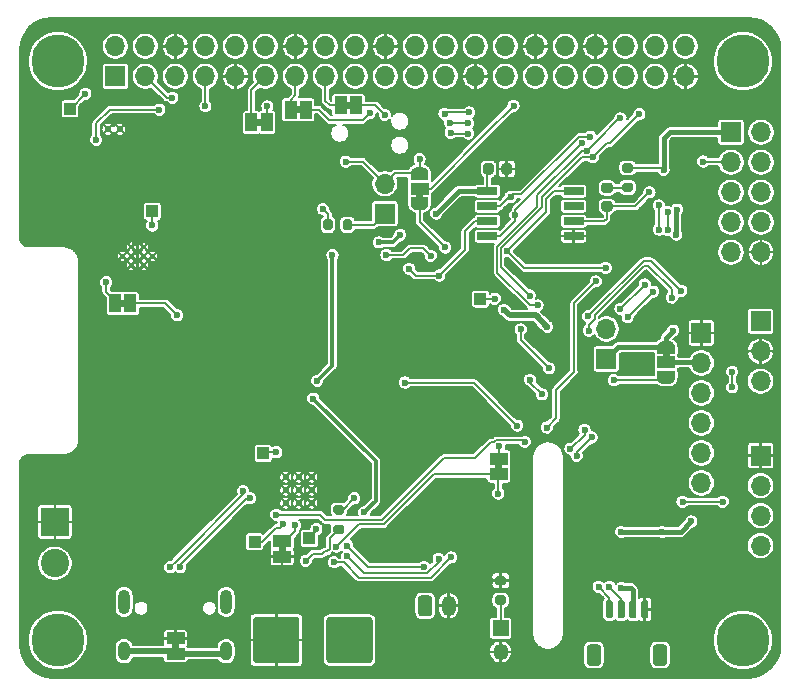
<source format=gbl>
G04 #@! TF.GenerationSoftware,KiCad,Pcbnew,(5.1.8)-1*
G04 #@! TF.CreationDate,2021-01-10T19:12:40-08:00*
G04 #@! TF.ProjectId,SuperPower-RPi-KiCAD,53757065-7250-46f7-9765-722d5250692d,rev?*
G04 #@! TF.SameCoordinates,Original*
G04 #@! TF.FileFunction,Copper,L2,Bot*
G04 #@! TF.FilePolarity,Positive*
%FSLAX46Y46*%
G04 Gerber Fmt 4.6, Leading zero omitted, Abs format (unit mm)*
G04 Created by KiCad (PCBNEW (5.1.8)-1) date 2021-01-10 19:12:40*
%MOMM*%
%LPD*%
G01*
G04 APERTURE LIST*
G04 #@! TA.AperFunction,EtchedComponent*
%ADD10C,0.100000*%
G04 #@! TD*
G04 #@! TA.AperFunction,SMDPad,CuDef*
%ADD11R,1.500000X1.000000*%
G04 #@! TD*
G04 #@! TA.AperFunction,SMDPad,CuDef*
%ADD12R,1.000000X1.500000*%
G04 #@! TD*
G04 #@! TA.AperFunction,SMDPad,CuDef*
%ADD13R,1.000000X1.000000*%
G04 #@! TD*
G04 #@! TA.AperFunction,ComponentPad*
%ADD14O,1.200000X1.750000*%
G04 #@! TD*
G04 #@! TA.AperFunction,ComponentPad*
%ADD15C,0.500000*%
G04 #@! TD*
G04 #@! TA.AperFunction,SMDPad,CuDef*
%ADD16C,0.100000*%
G04 #@! TD*
G04 #@! TA.AperFunction,ComponentPad*
%ADD17O,1.700000X1.700000*%
G04 #@! TD*
G04 #@! TA.AperFunction,ComponentPad*
%ADD18R,1.700000X1.700000*%
G04 #@! TD*
G04 #@! TA.AperFunction,ComponentPad*
%ADD19C,0.350000*%
G04 #@! TD*
G04 #@! TA.AperFunction,ComponentPad*
%ADD20C,2.400000*%
G04 #@! TD*
G04 #@! TA.AperFunction,ComponentPad*
%ADD21R,2.400000X2.400000*%
G04 #@! TD*
G04 #@! TA.AperFunction,SMDPad,CuDef*
%ADD22R,1.700000X0.650000*%
G04 #@! TD*
G04 #@! TA.AperFunction,ConnectorPad*
%ADD23C,4.500000*%
G04 #@! TD*
G04 #@! TA.AperFunction,ComponentPad*
%ADD24C,3.100000*%
G04 #@! TD*
G04 #@! TA.AperFunction,ComponentPad*
%ADD25O,1.000000X2.100000*%
G04 #@! TD*
G04 #@! TA.AperFunction,ComponentPad*
%ADD26O,1.000000X1.600000*%
G04 #@! TD*
G04 #@! TA.AperFunction,ComponentPad*
%ADD27O,1.350000X1.350000*%
G04 #@! TD*
G04 #@! TA.AperFunction,ComponentPad*
%ADD28R,1.350000X1.350000*%
G04 #@! TD*
G04 #@! TA.AperFunction,ViaPad*
%ADD29C,0.600000*%
G04 #@! TD*
G04 #@! TA.AperFunction,ViaPad*
%ADD30C,1.000000*%
G04 #@! TD*
G04 #@! TA.AperFunction,Conductor*
%ADD31C,0.300000*%
G04 #@! TD*
G04 #@! TA.AperFunction,Conductor*
%ADD32C,0.500000*%
G04 #@! TD*
G04 #@! TA.AperFunction,Conductor*
%ADD33C,0.400000*%
G04 #@! TD*
G04 #@! TA.AperFunction,Conductor*
%ADD34C,0.200000*%
G04 #@! TD*
G04 #@! TA.AperFunction,Conductor*
%ADD35C,0.153000*%
G04 #@! TD*
G04 #@! TA.AperFunction,Conductor*
%ADD36C,0.100000*%
G04 #@! TD*
G04 APERTURE END LIST*
D10*
G36*
X63170000Y-103260000D02*
G01*
X63170000Y-103760000D01*
X63770000Y-103760000D01*
X63770000Y-103260000D01*
X63170000Y-103260000D01*
G37*
G36*
X78370000Y-57430000D02*
G01*
X77870000Y-57430000D01*
X77870000Y-58030000D01*
X78370000Y-58030000D01*
X78370000Y-57430000D01*
G37*
G36*
X74120000Y-57800000D02*
G01*
X73620000Y-57800000D01*
X73620000Y-58400000D01*
X74120000Y-58400000D01*
X74120000Y-57800000D01*
G37*
G36*
X70800000Y-58880000D02*
G01*
X70300000Y-58880000D01*
X70300000Y-59480000D01*
X70800000Y-59480000D01*
X70800000Y-58880000D01*
G37*
G36*
X104710000Y-78600000D02*
G01*
X104710000Y-79100000D01*
X105310000Y-79100000D01*
X105310000Y-78600000D01*
X104710000Y-78600000D01*
G37*
G36*
X84430000Y-65680000D02*
G01*
X84430000Y-65180000D01*
X83830000Y-65180000D01*
X83830000Y-65680000D01*
X84430000Y-65680000D01*
G37*
G36*
X90550000Y-88050000D02*
G01*
X90550000Y-88550000D01*
X91150000Y-88550000D01*
X91150000Y-88050000D01*
X90550000Y-88050000D01*
G37*
G36*
X72800000Y-95550000D02*
G01*
X72800000Y-95050000D01*
X72200000Y-95050000D01*
X72200000Y-95550000D01*
X72800000Y-95550000D01*
G37*
G36*
X58750000Y-74800000D02*
G01*
X59250000Y-74800000D01*
X59250000Y-74200000D01*
X58750000Y-74200000D01*
X58750000Y-74800000D01*
G37*
D11*
X63470000Y-104160000D03*
X63470000Y-102860000D03*
D12*
X77470000Y-57730000D03*
X78770000Y-57730000D03*
X73220000Y-58100000D03*
X74520000Y-58100000D03*
X69900000Y-59180000D03*
X71200000Y-59180000D03*
D13*
X89290000Y-74130000D03*
X54540000Y-58020000D03*
G04 #@! TA.AperFunction,SMDPad,CuDef*
G36*
G01*
X89515000Y-63360000D02*
X89515000Y-62860000D01*
G75*
G02*
X89740000Y-62635000I225000J0D01*
G01*
X90190000Y-62635000D01*
G75*
G02*
X90415000Y-62860000I0J-225000D01*
G01*
X90415000Y-63360000D01*
G75*
G02*
X90190000Y-63585000I-225000J0D01*
G01*
X89740000Y-63585000D01*
G75*
G02*
X89515000Y-63360000I0J225000D01*
G01*
G37*
G04 #@! TD.AperFunction*
G04 #@! TA.AperFunction,SMDPad,CuDef*
G36*
G01*
X91065000Y-63360000D02*
X91065000Y-62860000D01*
G75*
G02*
X91290000Y-62635000I225000J0D01*
G01*
X91740000Y-62635000D01*
G75*
G02*
X91965000Y-62860000I0J-225000D01*
G01*
X91965000Y-63360000D01*
G75*
G02*
X91740000Y-63585000I-225000J0D01*
G01*
X91290000Y-63585000D01*
G75*
G02*
X91065000Y-63360000I0J225000D01*
G01*
G37*
G04 #@! TD.AperFunction*
D14*
X86600000Y-100100000D03*
G04 #@! TA.AperFunction,ComponentPad*
G36*
G01*
X84000000Y-100725001D02*
X84000000Y-99474999D01*
G75*
G02*
X84249999Y-99225000I249999J0D01*
G01*
X84950001Y-99225000D01*
G75*
G02*
X85200000Y-99474999I0J-249999D01*
G01*
X85200000Y-100725001D01*
G75*
G02*
X84950001Y-100975000I-249999J0D01*
G01*
X84249999Y-100975000D01*
G75*
G02*
X84000000Y-100725001I0J249999D01*
G01*
G37*
G04 #@! TD.AperFunction*
D15*
X72800000Y-89200000D03*
X73900000Y-89200000D03*
X75000000Y-89200000D03*
X72800000Y-90300000D03*
X73900000Y-90300000D03*
X75000000Y-90300000D03*
X72800000Y-91400000D03*
X73900000Y-91400000D03*
X75000000Y-91400000D03*
D13*
X70900000Y-87200000D03*
D15*
X57750000Y-59750000D03*
X58750000Y-59750000D03*
G04 #@! TA.AperFunction,SMDPad,CuDef*
D16*
G36*
X104260000Y-78750000D02*
G01*
X104260000Y-78200000D01*
X104260602Y-78200000D01*
X104260602Y-78175466D01*
X104265412Y-78126635D01*
X104274984Y-78078510D01*
X104289228Y-78031555D01*
X104308005Y-77986222D01*
X104331136Y-77942949D01*
X104358396Y-77902150D01*
X104389524Y-77864221D01*
X104424221Y-77829524D01*
X104462150Y-77798396D01*
X104502949Y-77771136D01*
X104546222Y-77748005D01*
X104591555Y-77729228D01*
X104638510Y-77714984D01*
X104686635Y-77705412D01*
X104735466Y-77700602D01*
X104760000Y-77700602D01*
X104760000Y-77700000D01*
X105260000Y-77700000D01*
X105260000Y-77700602D01*
X105284534Y-77700602D01*
X105333365Y-77705412D01*
X105381490Y-77714984D01*
X105428445Y-77729228D01*
X105473778Y-77748005D01*
X105517051Y-77771136D01*
X105557850Y-77798396D01*
X105595779Y-77829524D01*
X105630476Y-77864221D01*
X105661604Y-77902150D01*
X105688864Y-77942949D01*
X105711995Y-77986222D01*
X105730772Y-78031555D01*
X105745016Y-78078510D01*
X105754588Y-78126635D01*
X105759398Y-78175466D01*
X105759398Y-78200000D01*
X105760000Y-78200000D01*
X105760000Y-78750000D01*
X104260000Y-78750000D01*
G37*
G04 #@! TD.AperFunction*
D11*
X105010000Y-79500000D03*
G04 #@! TA.AperFunction,SMDPad,CuDef*
D16*
G36*
X105759398Y-80800000D02*
G01*
X105759398Y-80824534D01*
X105754588Y-80873365D01*
X105745016Y-80921490D01*
X105730772Y-80968445D01*
X105711995Y-81013778D01*
X105688864Y-81057051D01*
X105661604Y-81097850D01*
X105630476Y-81135779D01*
X105595779Y-81170476D01*
X105557850Y-81201604D01*
X105517051Y-81228864D01*
X105473778Y-81251995D01*
X105428445Y-81270772D01*
X105381490Y-81285016D01*
X105333365Y-81294588D01*
X105284534Y-81299398D01*
X105260000Y-81299398D01*
X105260000Y-81300000D01*
X104760000Y-81300000D01*
X104760000Y-81299398D01*
X104735466Y-81299398D01*
X104686635Y-81294588D01*
X104638510Y-81285016D01*
X104591555Y-81270772D01*
X104546222Y-81251995D01*
X104502949Y-81228864D01*
X104462150Y-81201604D01*
X104424221Y-81170476D01*
X104389524Y-81135779D01*
X104358396Y-81097850D01*
X104331136Y-81057051D01*
X104308005Y-81013778D01*
X104289228Y-80968445D01*
X104274984Y-80921490D01*
X104265412Y-80873365D01*
X104260602Y-80824534D01*
X104260602Y-80800000D01*
X104260000Y-80800000D01*
X104260000Y-80250000D01*
X105760000Y-80250000D01*
X105760000Y-80800000D01*
X105759398Y-80800000D01*
G37*
G04 #@! TD.AperFunction*
G04 #@! TA.AperFunction,SMDPad,CuDef*
G36*
X84880000Y-65530000D02*
G01*
X84880000Y-66080000D01*
X84879398Y-66080000D01*
X84879398Y-66104534D01*
X84874588Y-66153365D01*
X84865016Y-66201490D01*
X84850772Y-66248445D01*
X84831995Y-66293778D01*
X84808864Y-66337051D01*
X84781604Y-66377850D01*
X84750476Y-66415779D01*
X84715779Y-66450476D01*
X84677850Y-66481604D01*
X84637051Y-66508864D01*
X84593778Y-66531995D01*
X84548445Y-66550772D01*
X84501490Y-66565016D01*
X84453365Y-66574588D01*
X84404534Y-66579398D01*
X84380000Y-66579398D01*
X84380000Y-66580000D01*
X83880000Y-66580000D01*
X83880000Y-66579398D01*
X83855466Y-66579398D01*
X83806635Y-66574588D01*
X83758510Y-66565016D01*
X83711555Y-66550772D01*
X83666222Y-66531995D01*
X83622949Y-66508864D01*
X83582150Y-66481604D01*
X83544221Y-66450476D01*
X83509524Y-66415779D01*
X83478396Y-66377850D01*
X83451136Y-66337051D01*
X83428005Y-66293778D01*
X83409228Y-66248445D01*
X83394984Y-66201490D01*
X83385412Y-66153365D01*
X83380602Y-66104534D01*
X83380602Y-66080000D01*
X83380000Y-66080000D01*
X83380000Y-65530000D01*
X84880000Y-65530000D01*
G37*
G04 #@! TD.AperFunction*
D11*
X84130000Y-64780000D03*
G04 #@! TA.AperFunction,SMDPad,CuDef*
D16*
G36*
X83380602Y-63480000D02*
G01*
X83380602Y-63455466D01*
X83385412Y-63406635D01*
X83394984Y-63358510D01*
X83409228Y-63311555D01*
X83428005Y-63266222D01*
X83451136Y-63222949D01*
X83478396Y-63182150D01*
X83509524Y-63144221D01*
X83544221Y-63109524D01*
X83582150Y-63078396D01*
X83622949Y-63051136D01*
X83666222Y-63028005D01*
X83711555Y-63009228D01*
X83758510Y-62994984D01*
X83806635Y-62985412D01*
X83855466Y-62980602D01*
X83880000Y-62980602D01*
X83880000Y-62980000D01*
X84380000Y-62980000D01*
X84380000Y-62980602D01*
X84404534Y-62980602D01*
X84453365Y-62985412D01*
X84501490Y-62994984D01*
X84548445Y-63009228D01*
X84593778Y-63028005D01*
X84637051Y-63051136D01*
X84677850Y-63078396D01*
X84715779Y-63109524D01*
X84750476Y-63144221D01*
X84781604Y-63182150D01*
X84808864Y-63222949D01*
X84831995Y-63266222D01*
X84850772Y-63311555D01*
X84865016Y-63358510D01*
X84874588Y-63406635D01*
X84879398Y-63455466D01*
X84879398Y-63480000D01*
X84880000Y-63480000D01*
X84880000Y-64030000D01*
X83380000Y-64030000D01*
X83380000Y-63480000D01*
X83380602Y-63480000D01*
G37*
G04 #@! TD.AperFunction*
D17*
X108000000Y-89700000D03*
X108000000Y-87160000D03*
X108000000Y-84620000D03*
X108000000Y-82080000D03*
X108000000Y-79540000D03*
D18*
X108000000Y-77000000D03*
D17*
X113040000Y-70160000D03*
X110500000Y-70160000D03*
X113040000Y-67620000D03*
X110500000Y-67620000D03*
X113040000Y-65080000D03*
X110500000Y-65080000D03*
X113040000Y-62540000D03*
X110500000Y-62540000D03*
X113040000Y-60000000D03*
D18*
X110500000Y-60000000D03*
D13*
X61500000Y-66700000D03*
D19*
X58975000Y-70500000D03*
X61525000Y-70500000D03*
X59725000Y-69725000D03*
X59725000Y-71275000D03*
X59725000Y-70500000D03*
X60775000Y-69725000D03*
X60775000Y-71275000D03*
X60775000Y-70500000D03*
D18*
X99950000Y-79200000D03*
D17*
X99950000Y-76660000D03*
D13*
X74800000Y-94400000D03*
X70160000Y-94670000D03*
G04 #@! TA.AperFunction,SMDPad,CuDef*
G36*
G01*
X102025000Y-63425000D02*
X101475000Y-63425000D01*
G75*
G02*
X101275000Y-63225000I0J200000D01*
G01*
X101275000Y-62825000D01*
G75*
G02*
X101475000Y-62625000I200000J0D01*
G01*
X102025000Y-62625000D01*
G75*
G02*
X102225000Y-62825000I0J-200000D01*
G01*
X102225000Y-63225000D01*
G75*
G02*
X102025000Y-63425000I-200000J0D01*
G01*
G37*
G04 #@! TD.AperFunction*
G04 #@! TA.AperFunction,SMDPad,CuDef*
G36*
G01*
X102025000Y-65075000D02*
X101475000Y-65075000D01*
G75*
G02*
X101275000Y-64875000I0J200000D01*
G01*
X101275000Y-64475000D01*
G75*
G02*
X101475000Y-64275000I200000J0D01*
G01*
X102025000Y-64275000D01*
G75*
G02*
X102225000Y-64475000I0J-200000D01*
G01*
X102225000Y-64875000D01*
G75*
G02*
X102025000Y-65075000I-200000J0D01*
G01*
G37*
G04 #@! TD.AperFunction*
G04 #@! TA.AperFunction,SMDPad,CuDef*
G36*
G01*
X90725000Y-99225000D02*
X91275000Y-99225000D01*
G75*
G02*
X91475000Y-99425000I0J-200000D01*
G01*
X91475000Y-99825000D01*
G75*
G02*
X91275000Y-100025000I-200000J0D01*
G01*
X90725000Y-100025000D01*
G75*
G02*
X90525000Y-99825000I0J200000D01*
G01*
X90525000Y-99425000D01*
G75*
G02*
X90725000Y-99225000I200000J0D01*
G01*
G37*
G04 #@! TD.AperFunction*
G04 #@! TA.AperFunction,SMDPad,CuDef*
G36*
G01*
X90725000Y-97575000D02*
X91275000Y-97575000D01*
G75*
G02*
X91475000Y-97775000I0J-200000D01*
G01*
X91475000Y-98175000D01*
G75*
G02*
X91275000Y-98375000I-200000J0D01*
G01*
X90725000Y-98375000D01*
G75*
G02*
X90525000Y-98175000I0J200000D01*
G01*
X90525000Y-97775000D01*
G75*
G02*
X90725000Y-97575000I200000J0D01*
G01*
G37*
G04 #@! TD.AperFunction*
D11*
X90850000Y-88950000D03*
X90850000Y-87650000D03*
X72500000Y-94650000D03*
X72500000Y-95950000D03*
D12*
X59650000Y-74500000D03*
X58350000Y-74500000D03*
G04 #@! TA.AperFunction,SMDPad,CuDef*
G36*
G01*
X99500000Y-103624999D02*
X99500000Y-104925001D01*
G75*
G02*
X99250001Y-105175000I-249999J0D01*
G01*
X98549999Y-105175000D01*
G75*
G02*
X98300000Y-104925001I0J249999D01*
G01*
X98300000Y-103624999D01*
G75*
G02*
X98549999Y-103375000I249999J0D01*
G01*
X99250001Y-103375000D01*
G75*
G02*
X99500000Y-103624999I0J-249999D01*
G01*
G37*
G04 #@! TD.AperFunction*
G04 #@! TA.AperFunction,SMDPad,CuDef*
G36*
G01*
X105100000Y-103624999D02*
X105100000Y-104925001D01*
G75*
G02*
X104850001Y-105175000I-249999J0D01*
G01*
X104149999Y-105175000D01*
G75*
G02*
X103900000Y-104925001I0J249999D01*
G01*
X103900000Y-103624999D01*
G75*
G02*
X104149999Y-103375000I249999J0D01*
G01*
X104850001Y-103375000D01*
G75*
G02*
X105100000Y-103624999I0J-249999D01*
G01*
G37*
G04 #@! TD.AperFunction*
G04 #@! TA.AperFunction,SMDPad,CuDef*
G36*
G01*
X100500000Y-99775000D02*
X100500000Y-101025000D01*
G75*
G02*
X100350000Y-101175000I-150000J0D01*
G01*
X100050000Y-101175000D01*
G75*
G02*
X99900000Y-101025000I0J150000D01*
G01*
X99900000Y-99775000D01*
G75*
G02*
X100050000Y-99625000I150000J0D01*
G01*
X100350000Y-99625000D01*
G75*
G02*
X100500000Y-99775000I0J-150000D01*
G01*
G37*
G04 #@! TD.AperFunction*
G04 #@! TA.AperFunction,SMDPad,CuDef*
G36*
G01*
X101500000Y-99775000D02*
X101500000Y-101025000D01*
G75*
G02*
X101350000Y-101175000I-150000J0D01*
G01*
X101050000Y-101175000D01*
G75*
G02*
X100900000Y-101025000I0J150000D01*
G01*
X100900000Y-99775000D01*
G75*
G02*
X101050000Y-99625000I150000J0D01*
G01*
X101350000Y-99625000D01*
G75*
G02*
X101500000Y-99775000I0J-150000D01*
G01*
G37*
G04 #@! TD.AperFunction*
G04 #@! TA.AperFunction,SMDPad,CuDef*
G36*
G01*
X102500000Y-99775000D02*
X102500000Y-101025000D01*
G75*
G02*
X102350000Y-101175000I-150000J0D01*
G01*
X102050000Y-101175000D01*
G75*
G02*
X101900000Y-101025000I0J150000D01*
G01*
X101900000Y-99775000D01*
G75*
G02*
X102050000Y-99625000I150000J0D01*
G01*
X102350000Y-99625000D01*
G75*
G02*
X102500000Y-99775000I0J-150000D01*
G01*
G37*
G04 #@! TD.AperFunction*
G04 #@! TA.AperFunction,SMDPad,CuDef*
G36*
G01*
X103500000Y-99775000D02*
X103500000Y-101025000D01*
G75*
G02*
X103350000Y-101175000I-150000J0D01*
G01*
X103050000Y-101175000D01*
G75*
G02*
X102900000Y-101025000I0J150000D01*
G01*
X102900000Y-99775000D01*
G75*
G02*
X103050000Y-99625000I150000J0D01*
G01*
X103350000Y-99625000D01*
G75*
G02*
X103500000Y-99775000I0J-150000D01*
G01*
G37*
G04 #@! TD.AperFunction*
D17*
X113000000Y-95000000D03*
X113000000Y-92460000D03*
X113000000Y-89920000D03*
D18*
X113000000Y-87380000D03*
G04 #@! TA.AperFunction,SMDPad,CuDef*
G36*
G01*
X100256250Y-65150000D02*
X99743750Y-65150000D01*
G75*
G02*
X99525000Y-64931250I0J218750D01*
G01*
X99525000Y-64493750D01*
G75*
G02*
X99743750Y-64275000I218750J0D01*
G01*
X100256250Y-64275000D01*
G75*
G02*
X100475000Y-64493750I0J-218750D01*
G01*
X100475000Y-64931250D01*
G75*
G02*
X100256250Y-65150000I-218750J0D01*
G01*
G37*
G04 #@! TD.AperFunction*
G04 #@! TA.AperFunction,SMDPad,CuDef*
G36*
G01*
X100256250Y-66725000D02*
X99743750Y-66725000D01*
G75*
G02*
X99525000Y-66506250I0J218750D01*
G01*
X99525000Y-66068750D01*
G75*
G02*
X99743750Y-65850000I218750J0D01*
G01*
X100256250Y-65850000D01*
G75*
G02*
X100475000Y-66068750I0J-218750D01*
G01*
X100475000Y-66506250D01*
G75*
G02*
X100256250Y-66725000I-218750J0D01*
G01*
G37*
G04 #@! TD.AperFunction*
D20*
X53250000Y-96500000D03*
D21*
X53250000Y-93000000D03*
D22*
X89870000Y-64995000D03*
X89870000Y-66265000D03*
X89870000Y-67535000D03*
X89870000Y-68805000D03*
X97170000Y-68805000D03*
X97170000Y-67535000D03*
X97170000Y-66265000D03*
X97170000Y-64995000D03*
D17*
X81200000Y-64360000D03*
D18*
X81200000Y-66900000D03*
D23*
X111500000Y-103000000D03*
D24*
X111500000Y-103000000D03*
D23*
X53500000Y-103000000D03*
D24*
X53500000Y-103000000D03*
D23*
X111500000Y-54000000D03*
D24*
X111500000Y-54000000D03*
D23*
X53500000Y-54000000D03*
D24*
X53500000Y-54000000D03*
G04 #@! TA.AperFunction,ComponentPad*
G36*
G01*
X70050000Y-104699999D02*
X70050000Y-101300001D01*
G75*
G02*
X70300001Y-101050000I250001J0D01*
G01*
X73699999Y-101050000D01*
G75*
G02*
X73950000Y-101300001I0J-250001D01*
G01*
X73950000Y-104699999D01*
G75*
G02*
X73699999Y-104950000I-250001J0D01*
G01*
X70300001Y-104950000D01*
G75*
G02*
X70050000Y-104699999I0J250001D01*
G01*
G37*
G04 #@! TD.AperFunction*
G04 #@! TA.AperFunction,ComponentPad*
G36*
G01*
X76250000Y-104699999D02*
X76250000Y-101300001D01*
G75*
G02*
X76500001Y-101050000I250001J0D01*
G01*
X79899999Y-101050000D01*
G75*
G02*
X80150000Y-101300001I0J-250001D01*
G01*
X80150000Y-104699999D01*
G75*
G02*
X79899999Y-104950000I-250001J0D01*
G01*
X76500001Y-104950000D01*
G75*
G02*
X76250000Y-104699999I0J250001D01*
G01*
G37*
G04 #@! TD.AperFunction*
G04 #@! TA.AperFunction,SMDPad,CuDef*
G36*
G01*
X78425000Y-67575000D02*
X78425000Y-68125000D01*
G75*
G02*
X78225000Y-68325000I-200000J0D01*
G01*
X77825000Y-68325000D01*
G75*
G02*
X77625000Y-68125000I0J200000D01*
G01*
X77625000Y-67575000D01*
G75*
G02*
X77825000Y-67375000I200000J0D01*
G01*
X78225000Y-67375000D01*
G75*
G02*
X78425000Y-67575000I0J-200000D01*
G01*
G37*
G04 #@! TD.AperFunction*
G04 #@! TA.AperFunction,SMDPad,CuDef*
G36*
G01*
X76775000Y-67575000D02*
X76775000Y-68125000D01*
G75*
G02*
X76575000Y-68325000I-200000J0D01*
G01*
X76175000Y-68325000D01*
G75*
G02*
X75975000Y-68125000I0J200000D01*
G01*
X75975000Y-67575000D01*
G75*
G02*
X76175000Y-67375000I200000J0D01*
G01*
X76575000Y-67375000D01*
G75*
G02*
X76775000Y-67575000I0J-200000D01*
G01*
G37*
G04 #@! TD.AperFunction*
G04 #@! TA.AperFunction,SMDPad,CuDef*
G36*
G01*
X77575000Y-92375000D02*
X77025000Y-92375000D01*
G75*
G02*
X76825000Y-92175000I0J200000D01*
G01*
X76825000Y-91775000D01*
G75*
G02*
X77025000Y-91575000I200000J0D01*
G01*
X77575000Y-91575000D01*
G75*
G02*
X77775000Y-91775000I0J-200000D01*
G01*
X77775000Y-92175000D01*
G75*
G02*
X77575000Y-92375000I-200000J0D01*
G01*
G37*
G04 #@! TD.AperFunction*
G04 #@! TA.AperFunction,SMDPad,CuDef*
G36*
G01*
X77575000Y-94025000D02*
X77025000Y-94025000D01*
G75*
G02*
X76825000Y-93825000I0J200000D01*
G01*
X76825000Y-93425000D01*
G75*
G02*
X77025000Y-93225000I200000J0D01*
G01*
X77575000Y-93225000D01*
G75*
G02*
X77775000Y-93425000I0J-200000D01*
G01*
X77775000Y-93825000D01*
G75*
G02*
X77575000Y-94025000I-200000J0D01*
G01*
G37*
G04 #@! TD.AperFunction*
D17*
X113000000Y-81080000D03*
X113000000Y-78540000D03*
D18*
X113000000Y-76000000D03*
D25*
X67760000Y-99770000D03*
X59120000Y-99770000D03*
D26*
X59120000Y-103950000D03*
X67760000Y-103950000D03*
D27*
X91000000Y-104000000D03*
D28*
X91000000Y-102000000D03*
D17*
X106630000Y-52730000D03*
X106630000Y-55270000D03*
X104090000Y-52730000D03*
X104090000Y-55270000D03*
X101550000Y-52730000D03*
X101550000Y-55270000D03*
X99010000Y-52730000D03*
X99010000Y-55270000D03*
X96470000Y-52730000D03*
X96470000Y-55270000D03*
X93930000Y-52730000D03*
X93930000Y-55270000D03*
X91390000Y-52730000D03*
X91390000Y-55270000D03*
X88850000Y-52730000D03*
X88850000Y-55270000D03*
X86310000Y-52730000D03*
X86310000Y-55270000D03*
X83770000Y-52730000D03*
X83770000Y-55270000D03*
X81230000Y-52730000D03*
X81230000Y-55270000D03*
X78690000Y-52730000D03*
X78690000Y-55270000D03*
X76150000Y-52730000D03*
X76150000Y-55270000D03*
X73610000Y-52730000D03*
X73610000Y-55270000D03*
X71070000Y-52730000D03*
X71070000Y-55270000D03*
X68530000Y-52730000D03*
X68530000Y-55270000D03*
X65990000Y-52730000D03*
X65990000Y-55270000D03*
X63450000Y-52730000D03*
X63450000Y-55270000D03*
X60910000Y-52730000D03*
X60910000Y-55270000D03*
X58370000Y-52730000D03*
D18*
X58370000Y-55270000D03*
D29*
X66600000Y-70100000D03*
X56500000Y-71200000D03*
X56500000Y-74100000D03*
D30*
X87100000Y-93000000D03*
D29*
X89800000Y-97400000D03*
X56400000Y-66000000D03*
X52200000Y-68900000D03*
X51100000Y-89200000D03*
X67800000Y-84900000D03*
X71500000Y-84000000D03*
X68600000Y-85900000D03*
X63600000Y-85400000D03*
X77000000Y-89300000D03*
X68500000Y-96800000D03*
X90500000Y-76200000D03*
X97000000Y-82800000D03*
X94500000Y-83400000D03*
X102730000Y-69970000D03*
X96540000Y-75740000D03*
X85710000Y-62440000D03*
X88030000Y-72330000D03*
X96810000Y-57930000D03*
X81900000Y-60120000D03*
X84110000Y-68680000D03*
X106100000Y-95950000D03*
X108000000Y-92950000D03*
X75100000Y-64550000D03*
X51350000Y-60750000D03*
X53000000Y-58000000D03*
X68000000Y-60000000D03*
X68000000Y-62500000D03*
X68000000Y-65000000D03*
X67900000Y-67500000D03*
X68700000Y-70500000D03*
X74300000Y-70700000D03*
X71200000Y-61200000D03*
X90710000Y-94390000D03*
X98890000Y-100390000D03*
X72400000Y-99500000D03*
X71020000Y-67820000D03*
X67470000Y-97780000D03*
X59480000Y-98000000D03*
X100600000Y-89100000D03*
X79450000Y-92200000D03*
X75131469Y-82561469D03*
X75460000Y-81060000D03*
X76760000Y-70420000D03*
X94930000Y-76490000D03*
X91280000Y-75040000D03*
X104800000Y-63180000D03*
X101220000Y-98590000D03*
X107150000Y-92950000D03*
X101200000Y-93850000D03*
X105869354Y-68670646D03*
X105930000Y-66570000D03*
X105600000Y-76800000D03*
X104650000Y-93850000D03*
X91560000Y-70080000D03*
X75950000Y-66510000D03*
X99900000Y-71500000D03*
X74500000Y-96300000D03*
X86800000Y-96000000D03*
X94120000Y-74670000D03*
X76878347Y-96406635D03*
X101140000Y-58830000D03*
X98290000Y-61560000D03*
X85746703Y-96123267D03*
X78000000Y-95900000D03*
X94500000Y-82200000D03*
X93480000Y-80970000D03*
X102740000Y-58470000D03*
X93445586Y-73834414D03*
X98794918Y-62118633D03*
X84500000Y-96800000D03*
X78000000Y-95000000D03*
X88250000Y-60120000D03*
X86770000Y-60060000D03*
X81190000Y-58535689D03*
X88250000Y-59240000D03*
X86701031Y-59208969D03*
X79900000Y-58390000D03*
X88330000Y-58320000D03*
X86250000Y-58460000D03*
X71250000Y-57820000D03*
X69786795Y-90986795D03*
X63865000Y-96839350D03*
X63015000Y-96839350D03*
X69185753Y-90385753D03*
X108140000Y-62490000D03*
X85806876Y-72143124D03*
X83240000Y-71570000D03*
X56741031Y-60658969D03*
X62100000Y-58100000D03*
X72000000Y-87100000D03*
X57600000Y-72700000D03*
X84140000Y-62290000D03*
X77900000Y-62500000D03*
X73600000Y-93300000D03*
X77100000Y-95081558D03*
X90800000Y-90600000D03*
X90870500Y-86610000D03*
X72600000Y-93200000D03*
X75400000Y-93600000D03*
X61500000Y-67900000D03*
X66000000Y-57800000D03*
X98420000Y-75590000D03*
X106300000Y-73440000D03*
X78600000Y-91000000D03*
X63600000Y-75500000D03*
X95100000Y-80000000D03*
X100580969Y-81000000D03*
X92700000Y-76700000D03*
X92090000Y-57767000D03*
X86290000Y-69760000D03*
X94920000Y-85010000D03*
X99054686Y-72633284D03*
X93053000Y-86230000D03*
X72000000Y-92400000D03*
X55840000Y-56760000D03*
X82900000Y-81200000D03*
X92400000Y-84850000D03*
X90500000Y-74100000D03*
X81330000Y-70400000D03*
X85080000Y-70470000D03*
X85530000Y-66900000D03*
X82490000Y-68700000D03*
X80690000Y-69330000D03*
X91840000Y-65490000D03*
X99300000Y-98500000D03*
X101133969Y-74966031D03*
X98100000Y-85200000D03*
X96908969Y-86791031D03*
X104400000Y-66194000D03*
X104400000Y-68253000D03*
X98570000Y-60379010D03*
X103200000Y-72900000D03*
X92240000Y-67020000D03*
X100200000Y-98500000D03*
X97450000Y-87400000D03*
X98700000Y-85850000D03*
X101750000Y-75650000D03*
X105151528Y-68300095D03*
X105150000Y-66747000D03*
X97893594Y-60913594D03*
X103900000Y-73500000D03*
X63200000Y-57100000D03*
X98471351Y-76809766D03*
X105490000Y-74010000D03*
X103600000Y-65100000D03*
X110600000Y-80300000D03*
X110600000Y-81600000D03*
X109800000Y-91300000D03*
X106400000Y-91300000D03*
D31*
X77000000Y-89300000D02*
X76000000Y-89300000D01*
X79450000Y-92200000D02*
X80450000Y-91200000D01*
X80450000Y-87880000D02*
X75131469Y-82561469D01*
X80450000Y-91200000D02*
X80450000Y-87880000D01*
X76760000Y-79760000D02*
X76760000Y-70420000D01*
X75460000Y-81060000D02*
X76760000Y-79760000D01*
D32*
X93950000Y-75510000D02*
X91750000Y-75510000D01*
X91750000Y-75510000D02*
X91280000Y-75040000D01*
X94930000Y-76490000D02*
X93950000Y-75510000D01*
D33*
X110500000Y-60000000D02*
X105330000Y-60000000D01*
X105330000Y-60000000D02*
X104800000Y-60530000D01*
X104800000Y-60530000D02*
X104800000Y-63180000D01*
X101220000Y-98590000D02*
X102010000Y-98590000D01*
X102200000Y-98780000D02*
X102200000Y-100400000D01*
X102010000Y-98590000D02*
X102200000Y-98780000D01*
X106250000Y-93850000D02*
X107150000Y-92950000D01*
D34*
X80250000Y-67850000D02*
X81200000Y-66900000D01*
X78025000Y-67850000D02*
X80250000Y-67850000D01*
D33*
X100950000Y-78200000D02*
X99950000Y-79200000D01*
X105010000Y-78200000D02*
X100950000Y-78200000D01*
D34*
X104645000Y-63025000D02*
X104800000Y-63180000D01*
X101750000Y-63025000D02*
X104645000Y-63025000D01*
D33*
X105869354Y-66630646D02*
X105930000Y-66570000D01*
X105869354Y-68670646D02*
X105869354Y-66630646D01*
X105010000Y-78200000D02*
X105010000Y-77390000D01*
X105010000Y-77390000D02*
X105600000Y-76800000D01*
X104650000Y-93850000D02*
X106250000Y-93850000D01*
X101200000Y-93850000D02*
X104650000Y-93850000D01*
D34*
X94850000Y-66790000D02*
X94850000Y-65620000D01*
X95475000Y-64995000D02*
X97170000Y-64995000D01*
X91560000Y-70080000D02*
X94850000Y-66790000D01*
X94850000Y-65620000D02*
X95475000Y-64995000D01*
X76375000Y-66935000D02*
X75950000Y-66510000D01*
X76375000Y-67850000D02*
X76375000Y-66935000D01*
X92980000Y-71500000D02*
X91560000Y-70080000D01*
X99900000Y-71500000D02*
X92980000Y-71500000D01*
X76100000Y-95500000D02*
X75900000Y-95700000D01*
X74500000Y-96300000D02*
X75100000Y-95700000D01*
X75100000Y-95700000D02*
X75900000Y-95700000D01*
X76546999Y-94378001D02*
X77300000Y-93625000D01*
X76546999Y-95253001D02*
X76546999Y-94378001D01*
X76300000Y-95500000D02*
X76546999Y-95253001D01*
X76100000Y-95500000D02*
X76300000Y-95500000D01*
X85093989Y-97706011D02*
X86800000Y-96000000D01*
X79206011Y-97706011D02*
X85093989Y-97706011D01*
X78987569Y-97706011D02*
X79206011Y-97706011D01*
D35*
X94120000Y-74640000D02*
X94120000Y-74670000D01*
X77688193Y-96406635D02*
X77695779Y-96414221D01*
X76878347Y-96406635D02*
X77688193Y-96406635D01*
D34*
X77695779Y-96414221D02*
X78987569Y-97706011D01*
X101060000Y-58830000D02*
X101140000Y-58830000D01*
X99080000Y-60810000D02*
X101060000Y-58830000D01*
D35*
X99040000Y-60810000D02*
X98290000Y-61560000D01*
X99080000Y-60810000D02*
X99040000Y-60810000D01*
X93497510Y-74670000D02*
X94120000Y-74670000D01*
X90724489Y-71896979D02*
X93497510Y-74670000D01*
X90724489Y-69699086D02*
X90724489Y-71896979D01*
X94080000Y-66343576D02*
X90724489Y-69699086D01*
X94080000Y-65345736D02*
X94080000Y-66343576D01*
X97865736Y-61560000D02*
X94080000Y-65345736D01*
X98290000Y-61560000D02*
X97865736Y-61560000D01*
D34*
X85746703Y-96371739D02*
X85746703Y-96123267D01*
X84765441Y-97353001D02*
X85746703Y-96371739D01*
X79453001Y-97353001D02*
X84765441Y-97353001D01*
X78000000Y-95900000D02*
X79453001Y-97353001D01*
X93480000Y-80970000D02*
X93500000Y-81200000D01*
X93500000Y-81200000D02*
X94500000Y-82200000D01*
X102740000Y-58470000D02*
X100260000Y-60950000D01*
D35*
X99963551Y-60950000D02*
X100260000Y-60950000D01*
X98794918Y-62118633D02*
X99963551Y-60950000D01*
X97885370Y-62118633D02*
X98794918Y-62118633D01*
X94520490Y-65483513D02*
X97885370Y-62118633D01*
X94520490Y-66335848D02*
X94520490Y-65483513D01*
X91030499Y-69825839D02*
X94520490Y-66335848D01*
X91030499Y-71419327D02*
X91030499Y-69825839D01*
X93445586Y-73834414D02*
X91030499Y-71419327D01*
D34*
X91125000Y-102125000D02*
X91000000Y-102000000D01*
X91000000Y-102000000D02*
X91000000Y-99625000D01*
X79800000Y-96800000D02*
X84500000Y-96800000D01*
X78000000Y-95000000D02*
X79800000Y-96800000D01*
X86830000Y-60120000D02*
X86770000Y-60060000D01*
X88250000Y-60120000D02*
X86830000Y-60120000D01*
X80384311Y-57730000D02*
X81190000Y-58535689D01*
X78770000Y-57730000D02*
X80384311Y-57730000D01*
X86732062Y-59240000D02*
X86701031Y-59208969D01*
X88250000Y-59240000D02*
X86732062Y-59240000D01*
X79900000Y-58390000D02*
X79330000Y-58960000D01*
X79330000Y-58960000D02*
X76470000Y-58960000D01*
X75610000Y-58100000D02*
X74520000Y-58100000D01*
X76470000Y-58960000D02*
X75610000Y-58100000D01*
X88330000Y-58320000D02*
X86390000Y-58320000D01*
X86390000Y-58320000D02*
X86250000Y-58460000D01*
X71250000Y-59130000D02*
X71200000Y-59180000D01*
X71250000Y-57820000D02*
X71250000Y-59130000D01*
X63865000Y-96839350D02*
X63865000Y-96625747D01*
X69503952Y-90986795D02*
X69786795Y-90986795D01*
X63865000Y-96625747D02*
X69503952Y-90986795D01*
X69185753Y-90668596D02*
X69185753Y-90385753D01*
X63568008Y-96286342D02*
X69185753Y-90668596D01*
X63568008Y-96286342D02*
X63015000Y-96839350D01*
X108140000Y-62490000D02*
X110450000Y-62490000D01*
X110450000Y-62490000D02*
X110500000Y-62540000D01*
X89870000Y-67535000D02*
X88835000Y-67535000D01*
X87990000Y-69960000D02*
X85806876Y-72143124D01*
X87990000Y-68380000D02*
X87990000Y-69960000D01*
X88835000Y-67535000D02*
X87990000Y-68380000D01*
X85806876Y-72143124D02*
X83803124Y-72143124D01*
X83240000Y-71580000D02*
X83240000Y-71570000D01*
X83803124Y-72143124D02*
X83240000Y-71580000D01*
X62100000Y-58100000D02*
X57900000Y-58100000D01*
X56741031Y-59258969D02*
X56741031Y-60658969D01*
X57900000Y-58100000D02*
X56741031Y-59258969D01*
X72000000Y-87100000D02*
X71000000Y-87100000D01*
X71000000Y-87100000D02*
X70900000Y-87200000D01*
X58350000Y-74500000D02*
X58350000Y-74250000D01*
X57600000Y-73500000D02*
X57600000Y-72700000D01*
X58350000Y-74250000D02*
X57600000Y-73500000D01*
X82080000Y-63480000D02*
X84130000Y-63480000D01*
X81200000Y-64360000D02*
X82080000Y-63480000D01*
X84130000Y-62300000D02*
X84140000Y-62290000D01*
X84130000Y-63480000D02*
X84130000Y-62300000D01*
X79340000Y-62500000D02*
X81200000Y-64360000D01*
X77900000Y-62500000D02*
X79340000Y-62500000D01*
X101712500Y-64712500D02*
X101750000Y-64675000D01*
X100000000Y-64712500D02*
X101712500Y-64712500D01*
X72750000Y-94650000D02*
X73600000Y-93800000D01*
X72500000Y-94650000D02*
X72750000Y-94650000D01*
X73600000Y-93800000D02*
X73600000Y-93300000D01*
X85350000Y-88950000D02*
X90850000Y-88950000D01*
X81100000Y-93200000D02*
X85350000Y-88950000D01*
X79018980Y-93181020D02*
X81081020Y-93181020D01*
X81081020Y-93181020D02*
X81100000Y-93200000D01*
X77981558Y-94200000D02*
X78000000Y-94200000D01*
X78000000Y-94200000D02*
X79018980Y-93181020D01*
X77100000Y-95081558D02*
X77981558Y-94200000D01*
X90800000Y-89000000D02*
X90850000Y-88950000D01*
X90800000Y-90600000D02*
X90800000Y-89000000D01*
D35*
X90870500Y-87629500D02*
X90850000Y-87650000D01*
X90870500Y-86610000D02*
X90870500Y-87629500D01*
D34*
X70160000Y-94670000D02*
X70830000Y-94670000D01*
X70830000Y-94670000D02*
X72000000Y-93500000D01*
X72300001Y-93499999D02*
X72600000Y-93200000D01*
X72000000Y-93500000D02*
X72300001Y-93499999D01*
X75400000Y-93800000D02*
X75400000Y-93600000D01*
X74800000Y-94400000D02*
X75400000Y-93800000D01*
X61500000Y-67900000D02*
X61500000Y-66700000D01*
D35*
X65990000Y-57790000D02*
X66000000Y-57800000D01*
X65990000Y-55270000D02*
X65990000Y-57790000D01*
X104160000Y-71300000D02*
X106300000Y-73440000D01*
X103760000Y-70900000D02*
X104160000Y-71300000D01*
X103110000Y-70900000D02*
X103760000Y-70900000D01*
X98420000Y-75590000D02*
X103110000Y-70900000D01*
D34*
X77625000Y-91975000D02*
X78600000Y-91000000D01*
X77300000Y-91975000D02*
X77625000Y-91975000D01*
X62600000Y-74500000D02*
X63600000Y-75500000D01*
X59650000Y-74500000D02*
X62600000Y-74500000D01*
X104810000Y-81000000D02*
X105010000Y-80800000D01*
X100580969Y-81000000D02*
X104810000Y-81000000D01*
X92700000Y-77600000D02*
X95100000Y-80000000D01*
X92700000Y-76700000D02*
X92700000Y-77600000D01*
X85080000Y-64780000D02*
X89840000Y-60020000D01*
X92010000Y-57850000D02*
X92010000Y-57847000D01*
X92010000Y-57847000D02*
X92090000Y-57767000D01*
X89840000Y-60020000D02*
X92010000Y-57850000D01*
X84130000Y-64780000D02*
X85080000Y-64780000D01*
D33*
X107960000Y-79500000D02*
X108000000Y-79540000D01*
X105010000Y-79500000D02*
X107960000Y-79500000D01*
D34*
X84130000Y-67600000D02*
X84130000Y-66080000D01*
X86290000Y-69760000D02*
X84130000Y-67600000D01*
D35*
X90170000Y-86230000D02*
X90466838Y-86230000D01*
X92903499Y-86080499D02*
X93053000Y-86230000D01*
X90466838Y-86230000D02*
X90616339Y-86080499D01*
X90616339Y-86080499D02*
X92903499Y-86080499D01*
D34*
X97200000Y-80310000D02*
X95690000Y-81820000D01*
D35*
X97190000Y-74497970D02*
X97190000Y-80300000D01*
X97190000Y-80300000D02*
X97200000Y-80310000D01*
X99054686Y-72633284D02*
X97190000Y-74497970D01*
D34*
X95690000Y-81820000D02*
X95690000Y-84240000D01*
X95690000Y-84240000D02*
X94920000Y-85010000D01*
D35*
X88800000Y-87600000D02*
X90170000Y-86230000D01*
D34*
X86200770Y-87600000D02*
X88800000Y-87600000D01*
X72000000Y-92400000D02*
X75709346Y-92400000D01*
X75709346Y-92400000D02*
X76137356Y-92828010D01*
X76137356Y-92828010D02*
X80972760Y-92828010D01*
X80972760Y-92828010D02*
X86200770Y-87600000D01*
D35*
X54580000Y-58020000D02*
X54540000Y-58020000D01*
X55840000Y-56760000D02*
X54580000Y-58020000D01*
D34*
X88710227Y-81200000D02*
X82900000Y-81200000D01*
X92000000Y-84489774D02*
X91955113Y-84444887D01*
X91955113Y-84444887D02*
X88710227Y-81200000D01*
X91994887Y-84444887D02*
X92400000Y-84850000D01*
X91955113Y-84444887D02*
X91994887Y-84444887D01*
D35*
X90500000Y-74100000D02*
X89320000Y-74100000D01*
X89320000Y-74100000D02*
X89290000Y-74130000D01*
X81330000Y-70400000D02*
X82750000Y-70400000D01*
X82750000Y-70400000D02*
X83310000Y-69840000D01*
X84450000Y-69840000D02*
X85080000Y-70470000D01*
X83310000Y-69840000D02*
X84450000Y-69840000D01*
D34*
X89870000Y-63205000D02*
X89965000Y-63110000D01*
X89870000Y-64995000D02*
X89870000Y-63205000D01*
D33*
X85540000Y-66900000D02*
X85530000Y-66900000D01*
X87445000Y-64995000D02*
X85540000Y-66900000D01*
X89870000Y-64995000D02*
X87445000Y-64995000D01*
D31*
X80840000Y-69330000D02*
X81550000Y-69330000D01*
X81860000Y-69330000D02*
X82490000Y-68700000D01*
X81550000Y-69330000D02*
X81860000Y-69330000D01*
X80840000Y-69330000D02*
X80690000Y-69330000D01*
D35*
X77470000Y-57730000D02*
X77470000Y-57470000D01*
X77470000Y-57730000D02*
X76530000Y-57730000D01*
X76150000Y-57350000D02*
X76150000Y-55270000D01*
X76530000Y-57730000D02*
X76150000Y-57350000D01*
D34*
X73220000Y-58100000D02*
X73220000Y-57730000D01*
D35*
X73220000Y-58100000D02*
X73220000Y-57280000D01*
X73610000Y-56890000D02*
X73610000Y-55270000D01*
X73220000Y-57280000D02*
X73610000Y-56890000D01*
D34*
X69820000Y-59100000D02*
X69900000Y-59180000D01*
D35*
X69900000Y-56440000D02*
X71070000Y-55270000D01*
X69900000Y-59180000D02*
X69900000Y-56440000D01*
D34*
X89870000Y-66265000D02*
X90915000Y-66265000D01*
X91690000Y-65490000D02*
X91840000Y-65490000D01*
X90915000Y-66265000D02*
X91690000Y-65490000D01*
X100200000Y-100400000D02*
X100200000Y-99400000D01*
X100200000Y-99400000D02*
X99300000Y-98500000D01*
X104400000Y-66194000D02*
X104400000Y-66797000D01*
X98100000Y-85600000D02*
X98100000Y-85200000D01*
X96908969Y-86791031D02*
X98100000Y-85600000D01*
X104400000Y-68253000D02*
X104400000Y-66797000D01*
D35*
X97644516Y-60379010D02*
X92763526Y-65260000D01*
X98570000Y-60379010D02*
X97644516Y-60379010D01*
X92070000Y-65260000D02*
X91840000Y-65490000D01*
X92763526Y-65260000D02*
X92070000Y-65260000D01*
D34*
X101133969Y-74966031D02*
X103200000Y-72900000D01*
X89870000Y-68805000D02*
X90920000Y-68805000D01*
X90920000Y-68805000D02*
X92240000Y-67485000D01*
X92240000Y-67485000D02*
X92240000Y-67020000D01*
X101200000Y-100400000D02*
X101200000Y-99500000D01*
X101200000Y-99500000D02*
X100200000Y-98500000D01*
X105151528Y-66748528D02*
X105150000Y-66747000D01*
X105151528Y-68300095D02*
X105151528Y-66748528D01*
X97450000Y-87100000D02*
X97450000Y-87400000D01*
X98700000Y-85850000D02*
X97450000Y-87100000D01*
D35*
X92240000Y-66567188D02*
X92240000Y-67020000D01*
X97893594Y-60913594D02*
X92240000Y-66567188D01*
D34*
X101750000Y-75650000D02*
X103900000Y-73500000D01*
D35*
X62740000Y-57100000D02*
X63200000Y-57100000D01*
X60910000Y-55270000D02*
X62740000Y-57100000D01*
D32*
X63260000Y-103950000D02*
X63470000Y-104160000D01*
X59120000Y-103950000D02*
X63260000Y-103950000D01*
X67550000Y-104160000D02*
X67760000Y-103950000D01*
X63470000Y-104160000D02*
X67550000Y-104160000D01*
D34*
X99977500Y-66265000D02*
X100000000Y-66287500D01*
D35*
X97170000Y-67535000D02*
X99775000Y-67535000D01*
X100000000Y-67310000D02*
X100000000Y-66287500D01*
X99775000Y-67535000D02*
X100000000Y-67310000D01*
X98471351Y-76385502D02*
X98471351Y-76809766D01*
X98471351Y-76322311D02*
X98471351Y-76385502D01*
X98949501Y-75844161D02*
X98471351Y-76322311D01*
X98949501Y-75493261D02*
X98949501Y-75844161D01*
X103142762Y-71300000D02*
X98949501Y-75493261D01*
X103480000Y-71300000D02*
X103142762Y-71300000D01*
X105490000Y-73310000D02*
X103480000Y-71300000D01*
X105490000Y-74010000D02*
X105490000Y-73310000D01*
X102412500Y-66287500D02*
X103600000Y-65100000D01*
X100000000Y-66287500D02*
X102412500Y-66287500D01*
X110600000Y-80300000D02*
X110600000Y-81600000D01*
X109800000Y-91300000D02*
X106400000Y-91300000D01*
D34*
X112519275Y-50377474D02*
X113018770Y-50528281D01*
X113479459Y-50773233D01*
X113883797Y-51103002D01*
X114216384Y-51505031D01*
X114464548Y-51964001D01*
X114618837Y-52462427D01*
X114674986Y-52996657D01*
X114675000Y-53000559D01*
X114675001Y-103484094D01*
X114622526Y-104019274D01*
X114471719Y-104518770D01*
X114226768Y-104979458D01*
X113896995Y-105383799D01*
X113494970Y-105716383D01*
X113035997Y-105964548D01*
X112537575Y-106118836D01*
X112003342Y-106174986D01*
X111999441Y-106175000D01*
X53015896Y-106175000D01*
X52480726Y-106122526D01*
X51981230Y-105971719D01*
X51520542Y-105726768D01*
X51116201Y-105396995D01*
X50783617Y-104994970D01*
X50535452Y-104535997D01*
X50381164Y-104037575D01*
X50325014Y-103503342D01*
X50325000Y-103499441D01*
X50325000Y-102748847D01*
X50950000Y-102748847D01*
X50950000Y-103251153D01*
X51047995Y-103743807D01*
X51240220Y-104207878D01*
X51519286Y-104625530D01*
X51874470Y-104980714D01*
X52292122Y-105259780D01*
X52756193Y-105452005D01*
X53248847Y-105550000D01*
X53751153Y-105550000D01*
X54243807Y-105452005D01*
X54707878Y-105259780D01*
X55125530Y-104980714D01*
X55480714Y-104625530D01*
X55759780Y-104207878D01*
X55952005Y-103743807D01*
X55978480Y-103610708D01*
X58320000Y-103610708D01*
X58320000Y-104289293D01*
X58331576Y-104406827D01*
X58377321Y-104557628D01*
X58451608Y-104696606D01*
X58551579Y-104818422D01*
X58673395Y-104918393D01*
X58812373Y-104992679D01*
X58963174Y-105038424D01*
X59120000Y-105053870D01*
X59276827Y-105038424D01*
X59427628Y-104992679D01*
X59566606Y-104918393D01*
X59688422Y-104818422D01*
X59788393Y-104696606D01*
X59862679Y-104557628D01*
X59880160Y-104500000D01*
X62418549Y-104500000D01*
X62418549Y-104660000D01*
X62424341Y-104718810D01*
X62441496Y-104775360D01*
X62469353Y-104827477D01*
X62506842Y-104873158D01*
X62552523Y-104910647D01*
X62604640Y-104938504D01*
X62661190Y-104955659D01*
X62720000Y-104961451D01*
X64220000Y-104961451D01*
X64278810Y-104955659D01*
X64335360Y-104938504D01*
X64387477Y-104910647D01*
X64433158Y-104873158D01*
X64470647Y-104827477D01*
X64498504Y-104775360D01*
X64515659Y-104718810D01*
X64516527Y-104710000D01*
X67102600Y-104710000D01*
X67191579Y-104818422D01*
X67313395Y-104918393D01*
X67452373Y-104992679D01*
X67603174Y-105038424D01*
X67760000Y-105053870D01*
X67916827Y-105038424D01*
X68067628Y-104992679D01*
X68147474Y-104950000D01*
X69748548Y-104950000D01*
X69754340Y-105008810D01*
X69771495Y-105065361D01*
X69799352Y-105117478D01*
X69836841Y-105163159D01*
X69882522Y-105200648D01*
X69934639Y-105228505D01*
X69991190Y-105245660D01*
X70050000Y-105251452D01*
X71900000Y-105250000D01*
X71975000Y-105175000D01*
X71975000Y-103025000D01*
X72025000Y-103025000D01*
X72025000Y-105175000D01*
X72100000Y-105250000D01*
X73950000Y-105251452D01*
X74008810Y-105245660D01*
X74065361Y-105228505D01*
X74117478Y-105200648D01*
X74163159Y-105163159D01*
X74200648Y-105117478D01*
X74228505Y-105065361D01*
X74245660Y-105008810D01*
X74251452Y-104950000D01*
X74250000Y-103100000D01*
X74175000Y-103025000D01*
X72025000Y-103025000D01*
X71975000Y-103025000D01*
X69825000Y-103025000D01*
X69750000Y-103100000D01*
X69748548Y-104950000D01*
X68147474Y-104950000D01*
X68206606Y-104918393D01*
X68328422Y-104818422D01*
X68428393Y-104696606D01*
X68502679Y-104557628D01*
X68548424Y-104406827D01*
X68560000Y-104289293D01*
X68560000Y-103610707D01*
X68548424Y-103493173D01*
X68502679Y-103342372D01*
X68428393Y-103203394D01*
X68328422Y-103081578D01*
X68206605Y-102981607D01*
X68067627Y-102907321D01*
X67916826Y-102861576D01*
X67760000Y-102846130D01*
X67603173Y-102861576D01*
X67452372Y-102907321D01*
X67313394Y-102981607D01*
X67191578Y-103081578D01*
X67091607Y-103203395D01*
X67017321Y-103342373D01*
X66971576Y-103493174D01*
X66960070Y-103610000D01*
X64516527Y-103610000D01*
X64515659Y-103601190D01*
X64498504Y-103544640D01*
X64479989Y-103510001D01*
X64498505Y-103475361D01*
X64515660Y-103418810D01*
X64521452Y-103360000D01*
X64520000Y-102960000D01*
X64445000Y-102885000D01*
X63495000Y-102885000D01*
X63495000Y-102905000D01*
X63445000Y-102905000D01*
X63445000Y-102885000D01*
X62495000Y-102885000D01*
X62420000Y-102960000D01*
X62418548Y-103360000D01*
X62422487Y-103400000D01*
X59880160Y-103400000D01*
X59862679Y-103342372D01*
X59788393Y-103203394D01*
X59688422Y-103081578D01*
X59566605Y-102981607D01*
X59427627Y-102907321D01*
X59276826Y-102861576D01*
X59120000Y-102846130D01*
X58963173Y-102861576D01*
X58812372Y-102907321D01*
X58673394Y-102981607D01*
X58551578Y-103081578D01*
X58451607Y-103203395D01*
X58377321Y-103342373D01*
X58331576Y-103493174D01*
X58320000Y-103610708D01*
X55978480Y-103610708D01*
X56050000Y-103251153D01*
X56050000Y-102748847D01*
X55972654Y-102360000D01*
X62418548Y-102360000D01*
X62420000Y-102760000D01*
X62495000Y-102835000D01*
X63445000Y-102835000D01*
X63445000Y-102135000D01*
X63495000Y-102135000D01*
X63495000Y-102835000D01*
X64445000Y-102835000D01*
X64520000Y-102760000D01*
X64521452Y-102360000D01*
X64515660Y-102301190D01*
X64498505Y-102244639D01*
X64470648Y-102192522D01*
X64433159Y-102146841D01*
X64387478Y-102109352D01*
X64335361Y-102081495D01*
X64278810Y-102064340D01*
X64220000Y-102058548D01*
X63570000Y-102060000D01*
X63495000Y-102135000D01*
X63445000Y-102135000D01*
X63370000Y-102060000D01*
X62720000Y-102058548D01*
X62661190Y-102064340D01*
X62604639Y-102081495D01*
X62552522Y-102109352D01*
X62506841Y-102146841D01*
X62469352Y-102192522D01*
X62441495Y-102244639D01*
X62424340Y-102301190D01*
X62418548Y-102360000D01*
X55972654Y-102360000D01*
X55952005Y-102256193D01*
X55759780Y-101792122D01*
X55480714Y-101374470D01*
X55125530Y-101019286D01*
X54707878Y-100740220D01*
X54243807Y-100547995D01*
X53751153Y-100450000D01*
X53248847Y-100450000D01*
X52756193Y-100547995D01*
X52292122Y-100740220D01*
X51874470Y-101019286D01*
X51519286Y-101374470D01*
X51240220Y-101792122D01*
X51047995Y-102256193D01*
X50950000Y-102748847D01*
X50325000Y-102748847D01*
X50325000Y-99180708D01*
X58320000Y-99180708D01*
X58320001Y-100359293D01*
X58331577Y-100476827D01*
X58377322Y-100627628D01*
X58451608Y-100766606D01*
X58551579Y-100888422D01*
X58673395Y-100988393D01*
X58812373Y-101062679D01*
X58963174Y-101108424D01*
X59120000Y-101123870D01*
X59276827Y-101108424D01*
X59427628Y-101062679D01*
X59566606Y-100988393D01*
X59688422Y-100888422D01*
X59788393Y-100766606D01*
X59862679Y-100627628D01*
X59908424Y-100476827D01*
X59920000Y-100359293D01*
X59920000Y-100238443D01*
X59925000Y-100238443D01*
X59925000Y-100361557D01*
X59949019Y-100482306D01*
X59996132Y-100596048D01*
X60064531Y-100698414D01*
X60151586Y-100785469D01*
X60253952Y-100853868D01*
X60367694Y-100900981D01*
X60488443Y-100925000D01*
X60611557Y-100925000D01*
X60732306Y-100900981D01*
X60846048Y-100853868D01*
X60948414Y-100785469D01*
X61035469Y-100698414D01*
X61103868Y-100596048D01*
X61150981Y-100482306D01*
X61175000Y-100361557D01*
X61175000Y-100238443D01*
X65705000Y-100238443D01*
X65705000Y-100361557D01*
X65729019Y-100482306D01*
X65776132Y-100596048D01*
X65844531Y-100698414D01*
X65931586Y-100785469D01*
X66033952Y-100853868D01*
X66147694Y-100900981D01*
X66268443Y-100925000D01*
X66391557Y-100925000D01*
X66512306Y-100900981D01*
X66626048Y-100853868D01*
X66728414Y-100785469D01*
X66815469Y-100698414D01*
X66883868Y-100596048D01*
X66930981Y-100482306D01*
X66955000Y-100361557D01*
X66955000Y-100238443D01*
X66930981Y-100117694D01*
X66883868Y-100003952D01*
X66815469Y-99901586D01*
X66728414Y-99814531D01*
X66626048Y-99746132D01*
X66512306Y-99699019D01*
X66391557Y-99675000D01*
X66268443Y-99675000D01*
X66147694Y-99699019D01*
X66033952Y-99746132D01*
X65931586Y-99814531D01*
X65844531Y-99901586D01*
X65776132Y-100003952D01*
X65729019Y-100117694D01*
X65705000Y-100238443D01*
X61175000Y-100238443D01*
X61150981Y-100117694D01*
X61103868Y-100003952D01*
X61035469Y-99901586D01*
X60948414Y-99814531D01*
X60846048Y-99746132D01*
X60732306Y-99699019D01*
X60611557Y-99675000D01*
X60488443Y-99675000D01*
X60367694Y-99699019D01*
X60253952Y-99746132D01*
X60151586Y-99814531D01*
X60064531Y-99901586D01*
X59996132Y-100003952D01*
X59949019Y-100117694D01*
X59925000Y-100238443D01*
X59920000Y-100238443D01*
X59920000Y-99180708D01*
X66960000Y-99180708D01*
X66960001Y-100359293D01*
X66971577Y-100476827D01*
X67017322Y-100627628D01*
X67091608Y-100766606D01*
X67191579Y-100888422D01*
X67313395Y-100988393D01*
X67452373Y-101062679D01*
X67603174Y-101108424D01*
X67760000Y-101123870D01*
X67916827Y-101108424D01*
X68067628Y-101062679D01*
X68091348Y-101050000D01*
X69748548Y-101050000D01*
X69750000Y-102900000D01*
X69825000Y-102975000D01*
X71975000Y-102975000D01*
X71975000Y-100825000D01*
X72025000Y-100825000D01*
X72025000Y-102975000D01*
X74175000Y-102975000D01*
X74250000Y-102900000D01*
X74251255Y-101300001D01*
X75948549Y-101300001D01*
X75948549Y-104699999D01*
X75959145Y-104807582D01*
X75990526Y-104911031D01*
X76041485Y-105006369D01*
X76110066Y-105089934D01*
X76193631Y-105158515D01*
X76288969Y-105209474D01*
X76392418Y-105240855D01*
X76500001Y-105251451D01*
X79899999Y-105251451D01*
X80007582Y-105240855D01*
X80111031Y-105209474D01*
X80206369Y-105158515D01*
X80289934Y-105089934D01*
X80358515Y-105006369D01*
X80409474Y-104911031D01*
X80440855Y-104807582D01*
X80451451Y-104699999D01*
X80451451Y-104177166D01*
X90041232Y-104177166D01*
X90046413Y-104203223D01*
X90104383Y-104385354D01*
X90196771Y-104552676D01*
X90320027Y-104698759D01*
X90469414Y-104817989D01*
X90639191Y-104905784D01*
X90822834Y-104958770D01*
X90975000Y-104899681D01*
X90975000Y-104025000D01*
X91025000Y-104025000D01*
X91025000Y-104899681D01*
X91177166Y-104958770D01*
X91360809Y-104905784D01*
X91530586Y-104817989D01*
X91679973Y-104698759D01*
X91803229Y-104552676D01*
X91895617Y-104385354D01*
X91953587Y-104203223D01*
X91958768Y-104177166D01*
X91899653Y-104025000D01*
X91025000Y-104025000D01*
X90975000Y-104025000D01*
X90100347Y-104025000D01*
X90041232Y-104177166D01*
X80451451Y-104177166D01*
X80451451Y-103822834D01*
X90041232Y-103822834D01*
X90100347Y-103975000D01*
X90975000Y-103975000D01*
X90975000Y-103100319D01*
X91025000Y-103100319D01*
X91025000Y-103975000D01*
X91899653Y-103975000D01*
X91958768Y-103822834D01*
X91953587Y-103796777D01*
X91895617Y-103614646D01*
X91803229Y-103447324D01*
X91679973Y-103301241D01*
X91530586Y-103182011D01*
X91360809Y-103094216D01*
X91177166Y-103041230D01*
X91025000Y-103100319D01*
X90975000Y-103100319D01*
X90822834Y-103041230D01*
X90639191Y-103094216D01*
X90469414Y-103182011D01*
X90320027Y-103301241D01*
X90196771Y-103447324D01*
X90104383Y-103614646D01*
X90046413Y-103796777D01*
X90041232Y-103822834D01*
X80451451Y-103822834D01*
X80451451Y-101325000D01*
X90023549Y-101325000D01*
X90023549Y-102675000D01*
X90029341Y-102733810D01*
X90046496Y-102790360D01*
X90074353Y-102842477D01*
X90111842Y-102888158D01*
X90157523Y-102925647D01*
X90209640Y-102953504D01*
X90266190Y-102970659D01*
X90325000Y-102976451D01*
X91675000Y-102976451D01*
X91733810Y-102970659D01*
X91790360Y-102953504D01*
X91842477Y-102925647D01*
X91888158Y-102888158D01*
X91925647Y-102842477D01*
X91953504Y-102790360D01*
X91970659Y-102733810D01*
X91976451Y-102675000D01*
X91976451Y-101325000D01*
X91970659Y-101266190D01*
X91953504Y-101209640D01*
X91925647Y-101157523D01*
X91888158Y-101111842D01*
X91842477Y-101074353D01*
X91790360Y-101046496D01*
X91733810Y-101029341D01*
X91675000Y-101023549D01*
X91400000Y-101023549D01*
X91400000Y-100308573D01*
X91466897Y-100288280D01*
X91553591Y-100241941D01*
X91629579Y-100179579D01*
X91691941Y-100103591D01*
X91738280Y-100016897D01*
X91766816Y-99922828D01*
X91776451Y-99825000D01*
X91776451Y-99425000D01*
X91766816Y-99327172D01*
X91738280Y-99233103D01*
X91691941Y-99146409D01*
X91629579Y-99070421D01*
X91553591Y-99008059D01*
X91466897Y-98961720D01*
X91372828Y-98933184D01*
X91275000Y-98923549D01*
X90725000Y-98923549D01*
X90627172Y-98933184D01*
X90533103Y-98961720D01*
X90446409Y-99008059D01*
X90370421Y-99070421D01*
X90308059Y-99146409D01*
X90261720Y-99233103D01*
X90233184Y-99327172D01*
X90223549Y-99425000D01*
X90223549Y-99825000D01*
X90233184Y-99922828D01*
X90261720Y-100016897D01*
X90308059Y-100103591D01*
X90370421Y-100179579D01*
X90446409Y-100241941D01*
X90533103Y-100288280D01*
X90600001Y-100308574D01*
X90600000Y-101023549D01*
X90325000Y-101023549D01*
X90266190Y-101029341D01*
X90209640Y-101046496D01*
X90157523Y-101074353D01*
X90111842Y-101111842D01*
X90074353Y-101157523D01*
X90046496Y-101209640D01*
X90029341Y-101266190D01*
X90023549Y-101325000D01*
X80451451Y-101325000D01*
X80451451Y-101300001D01*
X80440855Y-101192418D01*
X80409474Y-101088969D01*
X80358515Y-100993631D01*
X80289934Y-100910066D01*
X80206369Y-100841485D01*
X80111031Y-100790526D01*
X80007582Y-100759145D01*
X79899999Y-100748549D01*
X76500001Y-100748549D01*
X76392418Y-100759145D01*
X76288969Y-100790526D01*
X76193631Y-100841485D01*
X76110066Y-100910066D01*
X76041485Y-100993631D01*
X75990526Y-101088969D01*
X75959145Y-101192418D01*
X75948549Y-101300001D01*
X74251255Y-101300001D01*
X74251452Y-101050000D01*
X74245660Y-100991190D01*
X74228505Y-100934639D01*
X74200648Y-100882522D01*
X74163159Y-100836841D01*
X74117478Y-100799352D01*
X74065361Y-100771495D01*
X74008810Y-100754340D01*
X73950000Y-100748548D01*
X72100000Y-100750000D01*
X72025000Y-100825000D01*
X71975000Y-100825000D01*
X71900000Y-100750000D01*
X70050000Y-100748548D01*
X69991190Y-100754340D01*
X69934639Y-100771495D01*
X69882522Y-100799352D01*
X69836841Y-100836841D01*
X69799352Y-100882522D01*
X69771495Y-100934639D01*
X69754340Y-100991190D01*
X69748548Y-101050000D01*
X68091348Y-101050000D01*
X68206606Y-100988393D01*
X68328422Y-100888422D01*
X68428393Y-100766606D01*
X68502679Y-100627628D01*
X68548424Y-100476827D01*
X68560000Y-100359293D01*
X68560000Y-99474999D01*
X83698549Y-99474999D01*
X83698549Y-100725001D01*
X83709145Y-100832584D01*
X83740526Y-100936032D01*
X83791485Y-101031370D01*
X83860065Y-101114935D01*
X83943630Y-101183515D01*
X84038968Y-101234474D01*
X84142416Y-101265855D01*
X84249999Y-101276451D01*
X84950001Y-101276451D01*
X85057584Y-101265855D01*
X85161032Y-101234474D01*
X85256370Y-101183515D01*
X85339935Y-101114935D01*
X85408515Y-101031370D01*
X85459474Y-100936032D01*
X85490855Y-100832584D01*
X85501451Y-100725001D01*
X85501451Y-100125000D01*
X85700000Y-100125000D01*
X85700000Y-100400000D01*
X85722171Y-100575101D01*
X85778076Y-100742512D01*
X85865567Y-100895800D01*
X85981282Y-101029074D01*
X86120774Y-101137212D01*
X86278682Y-101216059D01*
X86434571Y-101259666D01*
X86575000Y-101199621D01*
X86575000Y-100125000D01*
X86625000Y-100125000D01*
X86625000Y-101199621D01*
X86765429Y-101259666D01*
X86921318Y-101216059D01*
X87079226Y-101137212D01*
X87218718Y-101029074D01*
X87334433Y-100895800D01*
X87421924Y-100742512D01*
X87477829Y-100575101D01*
X87500000Y-100400000D01*
X87500000Y-100125000D01*
X86625000Y-100125000D01*
X86575000Y-100125000D01*
X85700000Y-100125000D01*
X85501451Y-100125000D01*
X85501451Y-99800000D01*
X85700000Y-99800000D01*
X85700000Y-100075000D01*
X86575000Y-100075000D01*
X86575000Y-99000379D01*
X86625000Y-99000379D01*
X86625000Y-100075000D01*
X87500000Y-100075000D01*
X87500000Y-99800000D01*
X87477829Y-99624899D01*
X87421924Y-99457488D01*
X87334433Y-99304200D01*
X87218718Y-99170926D01*
X87079226Y-99062788D01*
X86921318Y-98983941D01*
X86765429Y-98940334D01*
X86625000Y-99000379D01*
X86575000Y-99000379D01*
X86434571Y-98940334D01*
X86278682Y-98983941D01*
X86120774Y-99062788D01*
X85981282Y-99170926D01*
X85865567Y-99304200D01*
X85778076Y-99457488D01*
X85722171Y-99624899D01*
X85700000Y-99800000D01*
X85501451Y-99800000D01*
X85501451Y-99474999D01*
X85490855Y-99367416D01*
X85459474Y-99263968D01*
X85408515Y-99168630D01*
X85339935Y-99085065D01*
X85256370Y-99016485D01*
X85161032Y-98965526D01*
X85057584Y-98934145D01*
X84950001Y-98923549D01*
X84249999Y-98923549D01*
X84142416Y-98934145D01*
X84038968Y-98965526D01*
X83943630Y-99016485D01*
X83860065Y-99085065D01*
X83791485Y-99168630D01*
X83740526Y-99263968D01*
X83709145Y-99367416D01*
X83698549Y-99474999D01*
X68560000Y-99474999D01*
X68560000Y-99180707D01*
X68548424Y-99063173D01*
X68502679Y-98912372D01*
X68428393Y-98773394D01*
X68328422Y-98651578D01*
X68206605Y-98551607D01*
X68067627Y-98477321D01*
X67916826Y-98431576D01*
X67760000Y-98416130D01*
X67603173Y-98431576D01*
X67452372Y-98477321D01*
X67313394Y-98551607D01*
X67191578Y-98651578D01*
X67091607Y-98773395D01*
X67017321Y-98912373D01*
X66971576Y-99063174D01*
X66960000Y-99180708D01*
X59920000Y-99180708D01*
X59920000Y-99180707D01*
X59908424Y-99063173D01*
X59862679Y-98912372D01*
X59788393Y-98773394D01*
X59688422Y-98651578D01*
X59566605Y-98551607D01*
X59427627Y-98477321D01*
X59276826Y-98431576D01*
X59120000Y-98416130D01*
X58963173Y-98431576D01*
X58812372Y-98477321D01*
X58673394Y-98551607D01*
X58551578Y-98651578D01*
X58451607Y-98773395D01*
X58377321Y-98912373D01*
X58331576Y-99063174D01*
X58320000Y-99180708D01*
X50325000Y-99180708D01*
X50325000Y-98375000D01*
X90223548Y-98375000D01*
X90229340Y-98433810D01*
X90246495Y-98490361D01*
X90274352Y-98542478D01*
X90311841Y-98588159D01*
X90357522Y-98625648D01*
X90409639Y-98653505D01*
X90466190Y-98670660D01*
X90525000Y-98676452D01*
X90900000Y-98675000D01*
X90975000Y-98600000D01*
X90975000Y-98000000D01*
X91025000Y-98000000D01*
X91025000Y-98600000D01*
X91100000Y-98675000D01*
X91475000Y-98676452D01*
X91533810Y-98670660D01*
X91590361Y-98653505D01*
X91642478Y-98625648D01*
X91688159Y-98588159D01*
X91725648Y-98542478D01*
X91753505Y-98490361D01*
X91770660Y-98433810D01*
X91776452Y-98375000D01*
X91775000Y-98075000D01*
X91700000Y-98000000D01*
X91025000Y-98000000D01*
X90975000Y-98000000D01*
X90300000Y-98000000D01*
X90225000Y-98075000D01*
X90223548Y-98375000D01*
X50325000Y-98375000D01*
X50325000Y-96352263D01*
X51750000Y-96352263D01*
X51750000Y-96647737D01*
X51807644Y-96937534D01*
X51920717Y-97210517D01*
X52084874Y-97456194D01*
X52293806Y-97665126D01*
X52539483Y-97829283D01*
X52812466Y-97942356D01*
X53102263Y-98000000D01*
X53397737Y-98000000D01*
X53687534Y-97942356D01*
X53960517Y-97829283D01*
X54206194Y-97665126D01*
X54415126Y-97456194D01*
X54579283Y-97210517D01*
X54692356Y-96937534D01*
X54723640Y-96780255D01*
X62415000Y-96780255D01*
X62415000Y-96898445D01*
X62438058Y-97014364D01*
X62483287Y-97123557D01*
X62548950Y-97221828D01*
X62632522Y-97305400D01*
X62730793Y-97371063D01*
X62839986Y-97416292D01*
X62955905Y-97439350D01*
X63074095Y-97439350D01*
X63190014Y-97416292D01*
X63299207Y-97371063D01*
X63397478Y-97305400D01*
X63440000Y-97262878D01*
X63482522Y-97305400D01*
X63580793Y-97371063D01*
X63689986Y-97416292D01*
X63805905Y-97439350D01*
X63924095Y-97439350D01*
X64040014Y-97416292D01*
X64149207Y-97371063D01*
X64247478Y-97305400D01*
X64331050Y-97221828D01*
X64396713Y-97123557D01*
X64441942Y-97014364D01*
X64465000Y-96898445D01*
X64465000Y-96780255D01*
X64441942Y-96664336D01*
X64427342Y-96629090D01*
X64606432Y-96450000D01*
X71448548Y-96450000D01*
X71454340Y-96508810D01*
X71471495Y-96565361D01*
X71499352Y-96617478D01*
X71536841Y-96663159D01*
X71582522Y-96700648D01*
X71634639Y-96728505D01*
X71691190Y-96745660D01*
X71750000Y-96751452D01*
X72400000Y-96750000D01*
X72475000Y-96675000D01*
X72475000Y-95975000D01*
X72525000Y-95975000D01*
X72525000Y-96675000D01*
X72600000Y-96750000D01*
X73250000Y-96751452D01*
X73308810Y-96745660D01*
X73365361Y-96728505D01*
X73417478Y-96700648D01*
X73463159Y-96663159D01*
X73500648Y-96617478D01*
X73528505Y-96565361D01*
X73545660Y-96508810D01*
X73551452Y-96450000D01*
X73550000Y-96050000D01*
X73475000Y-95975000D01*
X72525000Y-95975000D01*
X72475000Y-95975000D01*
X71525000Y-95975000D01*
X71450000Y-96050000D01*
X71448548Y-96450000D01*
X64606432Y-96450000D01*
X66886432Y-94170000D01*
X69358549Y-94170000D01*
X69358549Y-95170000D01*
X69364341Y-95228810D01*
X69381496Y-95285360D01*
X69409353Y-95337477D01*
X69446842Y-95383158D01*
X69492523Y-95420647D01*
X69544640Y-95448504D01*
X69601190Y-95465659D01*
X69660000Y-95471451D01*
X70660000Y-95471451D01*
X70718810Y-95465659D01*
X70775360Y-95448504D01*
X70827477Y-95420647D01*
X70873158Y-95383158D01*
X70910647Y-95337477D01*
X70938504Y-95285360D01*
X70955659Y-95228810D01*
X70961451Y-95170000D01*
X70961451Y-95048124D01*
X70983814Y-95041340D01*
X71053303Y-95004197D01*
X71114211Y-94954211D01*
X71126737Y-94938948D01*
X71448549Y-94617136D01*
X71448549Y-95150000D01*
X71454341Y-95208810D01*
X71471496Y-95265360D01*
X71490011Y-95299999D01*
X71471495Y-95334639D01*
X71454340Y-95391190D01*
X71448548Y-95450000D01*
X71450000Y-95850000D01*
X71525000Y-95925000D01*
X72475000Y-95925000D01*
X72475000Y-95905000D01*
X72525000Y-95905000D01*
X72525000Y-95925000D01*
X73475000Y-95925000D01*
X73550000Y-95850000D01*
X73551452Y-95450000D01*
X73545660Y-95391190D01*
X73528505Y-95334639D01*
X73509989Y-95299999D01*
X73528504Y-95265360D01*
X73545659Y-95208810D01*
X73551451Y-95150000D01*
X73551451Y-94414234D01*
X73868949Y-94096736D01*
X73884211Y-94084211D01*
X73934197Y-94023303D01*
X73971340Y-93953814D01*
X73987664Y-93900000D01*
X73998549Y-93900000D01*
X73998549Y-94900000D01*
X74004341Y-94958810D01*
X74021496Y-95015360D01*
X74049353Y-95067477D01*
X74086842Y-95113158D01*
X74132523Y-95150647D01*
X74184640Y-95178504D01*
X74241190Y-95195659D01*
X74300000Y-95201451D01*
X75300000Y-95201451D01*
X75358810Y-95195659D01*
X75415360Y-95178504D01*
X75467477Y-95150647D01*
X75513158Y-95113158D01*
X75550647Y-95067477D01*
X75578504Y-95015360D01*
X75595659Y-94958810D01*
X75601451Y-94900000D01*
X75601451Y-94165991D01*
X75684207Y-94131713D01*
X75782478Y-94066050D01*
X75866050Y-93982478D01*
X75931713Y-93884207D01*
X75976942Y-93775014D01*
X76000000Y-93659095D01*
X76000000Y-93540905D01*
X75976942Y-93424986D01*
X75931713Y-93315793D01*
X75866050Y-93217522D01*
X75782478Y-93133950D01*
X75684207Y-93068287D01*
X75575014Y-93023058D01*
X75459095Y-93000000D01*
X75340905Y-93000000D01*
X75224986Y-93023058D01*
X75115793Y-93068287D01*
X75017522Y-93133950D01*
X74933950Y-93217522D01*
X74868287Y-93315793D01*
X74823058Y-93424986D01*
X74800000Y-93540905D01*
X74800000Y-93598549D01*
X74300000Y-93598549D01*
X74241190Y-93604341D01*
X74184640Y-93621496D01*
X74132523Y-93649353D01*
X74086842Y-93686842D01*
X74049353Y-93732523D01*
X74021496Y-93784640D01*
X74004341Y-93841190D01*
X73998549Y-93900000D01*
X73987664Y-93900000D01*
X73994212Y-93878414D01*
X74000000Y-93819647D01*
X74000000Y-93819646D01*
X74001935Y-93800000D01*
X74000000Y-93780353D01*
X74000000Y-93748528D01*
X74066050Y-93682478D01*
X74131713Y-93584207D01*
X74176942Y-93475014D01*
X74200000Y-93359095D01*
X74200000Y-93240905D01*
X74176942Y-93124986D01*
X74131713Y-93015793D01*
X74066050Y-92917522D01*
X73982478Y-92833950D01*
X73931669Y-92800000D01*
X75543661Y-92800000D01*
X75840619Y-93096958D01*
X75853145Y-93112221D01*
X75894803Y-93146409D01*
X75914053Y-93162207D01*
X75983542Y-93199350D01*
X76058942Y-93222222D01*
X76137356Y-93229945D01*
X76157003Y-93228010D01*
X76564442Y-93228010D01*
X76561720Y-93233103D01*
X76533184Y-93327172D01*
X76523549Y-93425000D01*
X76523549Y-93825000D01*
X76524514Y-93834800D01*
X76278046Y-94081268D01*
X76262789Y-94093790D01*
X76250267Y-94109048D01*
X76250264Y-94109051D01*
X76212802Y-94154699D01*
X76175660Y-94224187D01*
X76152787Y-94299588D01*
X76145064Y-94378001D01*
X76147000Y-94397657D01*
X76146999Y-95087316D01*
X76134315Y-95100000D01*
X76119647Y-95100000D01*
X76100000Y-95098065D01*
X76080353Y-95100000D01*
X76021586Y-95105788D01*
X75946186Y-95128660D01*
X75876697Y-95165803D01*
X75815789Y-95215789D01*
X75803259Y-95231057D01*
X75734316Y-95300000D01*
X75119635Y-95300000D01*
X75099999Y-95298066D01*
X75080363Y-95300000D01*
X75080353Y-95300000D01*
X75021586Y-95305788D01*
X74946186Y-95328660D01*
X74876697Y-95365803D01*
X74876695Y-95365804D01*
X74876696Y-95365804D01*
X74831049Y-95403265D01*
X74831047Y-95403267D01*
X74815789Y-95415789D01*
X74803267Y-95431047D01*
X74534314Y-95700000D01*
X74440905Y-95700000D01*
X74324986Y-95723058D01*
X74215793Y-95768287D01*
X74117522Y-95833950D01*
X74033950Y-95917522D01*
X73968287Y-96015793D01*
X73923058Y-96124986D01*
X73900000Y-96240905D01*
X73900000Y-96359095D01*
X73923058Y-96475014D01*
X73968287Y-96584207D01*
X74033950Y-96682478D01*
X74117522Y-96766050D01*
X74215793Y-96831713D01*
X74324986Y-96876942D01*
X74440905Y-96900000D01*
X74559095Y-96900000D01*
X74675014Y-96876942D01*
X74784207Y-96831713D01*
X74882478Y-96766050D01*
X74966050Y-96682478D01*
X75031713Y-96584207D01*
X75076942Y-96475014D01*
X75100000Y-96359095D01*
X75100000Y-96265686D01*
X75265686Y-96100000D01*
X75880354Y-96100000D01*
X75900000Y-96101935D01*
X75919646Y-96100000D01*
X75919647Y-96100000D01*
X75978414Y-96094212D01*
X76053814Y-96071340D01*
X76123303Y-96034197D01*
X76184211Y-95984211D01*
X76196738Y-95968947D01*
X76265685Y-95900000D01*
X76280354Y-95900000D01*
X76300000Y-95901935D01*
X76319646Y-95900000D01*
X76319647Y-95900000D01*
X76378414Y-95894212D01*
X76453814Y-95871340D01*
X76523303Y-95834197D01*
X76584211Y-95784211D01*
X76596737Y-95768948D01*
X76777800Y-95587885D01*
X76815793Y-95613271D01*
X76924986Y-95658500D01*
X77040905Y-95681558D01*
X77159095Y-95681558D01*
X77275014Y-95658500D01*
X77384207Y-95613271D01*
X77482478Y-95547608D01*
X77566050Y-95464036D01*
X77585860Y-95434388D01*
X77601472Y-95450000D01*
X77533950Y-95517522D01*
X77468287Y-95615793D01*
X77423058Y-95724986D01*
X77400000Y-95840905D01*
X77400000Y-95959095D01*
X77414131Y-96030135D01*
X77348391Y-96030135D01*
X77344397Y-96024157D01*
X77260825Y-95940585D01*
X77162554Y-95874922D01*
X77053361Y-95829693D01*
X76937442Y-95806635D01*
X76819252Y-95806635D01*
X76703333Y-95829693D01*
X76594140Y-95874922D01*
X76495869Y-95940585D01*
X76412297Y-96024157D01*
X76346634Y-96122428D01*
X76301405Y-96231621D01*
X76278347Y-96347540D01*
X76278347Y-96465730D01*
X76301405Y-96581649D01*
X76346634Y-96690842D01*
X76412297Y-96789113D01*
X76495869Y-96872685D01*
X76594140Y-96938348D01*
X76703333Y-96983577D01*
X76819252Y-97006635D01*
X76937442Y-97006635D01*
X77053361Y-96983577D01*
X77162554Y-96938348D01*
X77260825Y-96872685D01*
X77344397Y-96789113D01*
X77348391Y-96783135D01*
X77499008Y-96783135D01*
X78690836Y-97974964D01*
X78703358Y-97990222D01*
X78718616Y-98002744D01*
X78718618Y-98002746D01*
X78756641Y-98033950D01*
X78764266Y-98040208D01*
X78833755Y-98077351D01*
X78899305Y-98097235D01*
X78909155Y-98100223D01*
X78987569Y-98107946D01*
X79007215Y-98106011D01*
X85074343Y-98106011D01*
X85093989Y-98107946D01*
X85113635Y-98106011D01*
X85113636Y-98106011D01*
X85172403Y-98100223D01*
X85247803Y-98077351D01*
X85317292Y-98040208D01*
X85378200Y-97990222D01*
X85390726Y-97974959D01*
X85790685Y-97575000D01*
X90223548Y-97575000D01*
X90225000Y-97875000D01*
X90300000Y-97950000D01*
X90975000Y-97950000D01*
X90975000Y-97350000D01*
X91025000Y-97350000D01*
X91025000Y-97950000D01*
X91700000Y-97950000D01*
X91775000Y-97875000D01*
X91776452Y-97575000D01*
X91770660Y-97516190D01*
X91753505Y-97459639D01*
X91725648Y-97407522D01*
X91688159Y-97361841D01*
X91642478Y-97324352D01*
X91590361Y-97296495D01*
X91533810Y-97279340D01*
X91475000Y-97273548D01*
X91100000Y-97275000D01*
X91025000Y-97350000D01*
X90975000Y-97350000D01*
X90900000Y-97275000D01*
X90525000Y-97273548D01*
X90466190Y-97279340D01*
X90409639Y-97296495D01*
X90357522Y-97324352D01*
X90311841Y-97361841D01*
X90274352Y-97407522D01*
X90246495Y-97459639D01*
X90229340Y-97516190D01*
X90223548Y-97575000D01*
X85790685Y-97575000D01*
X86765686Y-96600000D01*
X86859095Y-96600000D01*
X86975014Y-96576942D01*
X87084207Y-96531713D01*
X87182478Y-96466050D01*
X87266050Y-96382478D01*
X87331713Y-96284207D01*
X87376942Y-96175014D01*
X87400000Y-96059095D01*
X87400000Y-95940905D01*
X87376942Y-95824986D01*
X87331713Y-95715793D01*
X87266050Y-95617522D01*
X87182478Y-95533950D01*
X87084207Y-95468287D01*
X86975014Y-95423058D01*
X86859095Y-95400000D01*
X86740905Y-95400000D01*
X86624986Y-95423058D01*
X86515793Y-95468287D01*
X86417522Y-95533950D01*
X86333950Y-95617522D01*
X86268287Y-95715793D01*
X86240644Y-95782530D01*
X86212753Y-95740789D01*
X86129181Y-95657217D01*
X86030910Y-95591554D01*
X85921717Y-95546325D01*
X85805798Y-95523267D01*
X85687608Y-95523267D01*
X85571689Y-95546325D01*
X85462496Y-95591554D01*
X85364225Y-95657217D01*
X85280653Y-95740789D01*
X85214990Y-95839060D01*
X85169761Y-95948253D01*
X85146703Y-96064172D01*
X85146703Y-96182362D01*
X85169761Y-96298281D01*
X85194573Y-96358183D01*
X85033251Y-96519506D01*
X85031713Y-96515793D01*
X84966050Y-96417522D01*
X84882478Y-96333950D01*
X84784207Y-96268287D01*
X84675014Y-96223058D01*
X84559095Y-96200000D01*
X84440905Y-96200000D01*
X84324986Y-96223058D01*
X84215793Y-96268287D01*
X84117522Y-96333950D01*
X84051472Y-96400000D01*
X79965685Y-96400000D01*
X78600000Y-95034315D01*
X78600000Y-94940905D01*
X78576942Y-94824986D01*
X78531713Y-94715793D01*
X78466050Y-94617522D01*
X78382478Y-94533950D01*
X78292650Y-94473928D01*
X78296737Y-94468948D01*
X79184666Y-93581020D01*
X80978098Y-93581020D01*
X81021587Y-93594212D01*
X81100000Y-93601935D01*
X81178414Y-93594212D01*
X81253814Y-93571340D01*
X81323303Y-93534197D01*
X81384211Y-93484211D01*
X81396737Y-93468948D01*
X85515685Y-89350000D01*
X89798549Y-89350000D01*
X89798549Y-89450000D01*
X89804341Y-89508810D01*
X89821496Y-89565360D01*
X89849353Y-89617477D01*
X89886842Y-89663158D01*
X89932523Y-89700647D01*
X89984640Y-89728504D01*
X90041190Y-89745659D01*
X90100000Y-89751451D01*
X90400001Y-89751451D01*
X90400000Y-90151472D01*
X90333950Y-90217522D01*
X90268287Y-90315793D01*
X90223058Y-90424986D01*
X90200000Y-90540905D01*
X90200000Y-90659095D01*
X90223058Y-90775014D01*
X90268287Y-90884207D01*
X90333950Y-90982478D01*
X90417522Y-91066050D01*
X90515793Y-91131713D01*
X90624986Y-91176942D01*
X90740905Y-91200000D01*
X90859095Y-91200000D01*
X90975014Y-91176942D01*
X91084207Y-91131713D01*
X91182478Y-91066050D01*
X91266050Y-90982478D01*
X91331713Y-90884207D01*
X91376942Y-90775014D01*
X91400000Y-90659095D01*
X91400000Y-90540905D01*
X91376942Y-90424986D01*
X91331713Y-90315793D01*
X91266050Y-90217522D01*
X91200000Y-90151472D01*
X91200000Y-89751451D01*
X91600000Y-89751451D01*
X91658810Y-89745659D01*
X91715360Y-89728504D01*
X91767477Y-89700647D01*
X91813158Y-89663158D01*
X91850647Y-89617477D01*
X91878504Y-89565360D01*
X91895659Y-89508810D01*
X91901451Y-89450000D01*
X91901451Y-88450000D01*
X91895659Y-88391190D01*
X91878504Y-88334640D01*
X91859989Y-88300000D01*
X91878504Y-88265360D01*
X91895659Y-88208810D01*
X91901451Y-88150000D01*
X91901451Y-87484040D01*
X93675000Y-87484040D01*
X93675001Y-102515961D01*
X93676648Y-102532683D01*
X93676648Y-102545676D01*
X93677122Y-102550189D01*
X93698877Y-102744139D01*
X93705007Y-102772977D01*
X93710724Y-102801848D01*
X93712065Y-102806183D01*
X93771078Y-102992214D01*
X93782686Y-103019296D01*
X93793907Y-103046520D01*
X93796065Y-103050512D01*
X93890088Y-103221537D01*
X93906719Y-103245827D01*
X93923030Y-103270376D01*
X93925922Y-103273873D01*
X94051372Y-103423379D01*
X94072431Y-103444001D01*
X94093175Y-103464890D01*
X94096691Y-103467758D01*
X94248791Y-103590049D01*
X94273448Y-103606184D01*
X94297858Y-103622649D01*
X94301865Y-103624780D01*
X94474820Y-103715199D01*
X94502136Y-103726235D01*
X94529289Y-103737649D01*
X94533633Y-103738961D01*
X94720859Y-103794064D01*
X94749789Y-103799583D01*
X94778646Y-103805506D01*
X94783162Y-103805949D01*
X94977524Y-103823638D01*
X95006947Y-103823432D01*
X95036437Y-103823638D01*
X95040954Y-103823196D01*
X95235051Y-103802795D01*
X95263938Y-103796865D01*
X95292838Y-103791352D01*
X95297183Y-103790041D01*
X95483621Y-103732329D01*
X95510810Y-103720900D01*
X95538086Y-103709879D01*
X95542093Y-103707749D01*
X95695136Y-103624999D01*
X97998549Y-103624999D01*
X97998549Y-104925001D01*
X98009145Y-105032584D01*
X98040526Y-105136032D01*
X98091485Y-105231370D01*
X98160065Y-105314935D01*
X98243630Y-105383515D01*
X98338968Y-105434474D01*
X98442416Y-105465855D01*
X98549999Y-105476451D01*
X99250001Y-105476451D01*
X99357584Y-105465855D01*
X99461032Y-105434474D01*
X99556370Y-105383515D01*
X99639935Y-105314935D01*
X99708515Y-105231370D01*
X99759474Y-105136032D01*
X99790855Y-105032584D01*
X99801451Y-104925001D01*
X99801451Y-103624999D01*
X103598549Y-103624999D01*
X103598549Y-104925001D01*
X103609145Y-105032584D01*
X103640526Y-105136032D01*
X103691485Y-105231370D01*
X103760065Y-105314935D01*
X103843630Y-105383515D01*
X103938968Y-105434474D01*
X104042416Y-105465855D01*
X104149999Y-105476451D01*
X104850001Y-105476451D01*
X104957584Y-105465855D01*
X105061032Y-105434474D01*
X105156370Y-105383515D01*
X105239935Y-105314935D01*
X105308515Y-105231370D01*
X105359474Y-105136032D01*
X105390855Y-105032584D01*
X105401451Y-104925001D01*
X105401451Y-103624999D01*
X105390855Y-103517416D01*
X105359474Y-103413968D01*
X105308515Y-103318630D01*
X105239935Y-103235065D01*
X105156370Y-103166485D01*
X105061032Y-103115526D01*
X104957584Y-103084145D01*
X104850001Y-103073549D01*
X104149999Y-103073549D01*
X104042416Y-103084145D01*
X103938968Y-103115526D01*
X103843630Y-103166485D01*
X103760065Y-103235065D01*
X103691485Y-103318630D01*
X103640526Y-103413968D01*
X103609145Y-103517416D01*
X103598549Y-103624999D01*
X99801451Y-103624999D01*
X99790855Y-103517416D01*
X99759474Y-103413968D01*
X99708515Y-103318630D01*
X99639935Y-103235065D01*
X99556370Y-103166485D01*
X99461032Y-103115526D01*
X99357584Y-103084145D01*
X99250001Y-103073549D01*
X98549999Y-103073549D01*
X98442416Y-103084145D01*
X98338968Y-103115526D01*
X98243630Y-103166485D01*
X98160065Y-103235065D01*
X98091485Y-103318630D01*
X98040526Y-103413968D01*
X98009145Y-103517416D01*
X97998549Y-103624999D01*
X95695136Y-103624999D01*
X95713770Y-103614924D01*
X95738192Y-103598451D01*
X95762839Y-103582322D01*
X95766356Y-103579454D01*
X95916734Y-103455051D01*
X95937498Y-103434141D01*
X95958535Y-103413540D01*
X95961428Y-103410044D01*
X96084778Y-103258802D01*
X96101096Y-103234241D01*
X96117720Y-103209962D01*
X96119879Y-103205970D01*
X96211504Y-103033648D01*
X96222725Y-103006424D01*
X96234333Y-102979340D01*
X96235675Y-102975005D01*
X96292084Y-102788169D01*
X96297809Y-102759253D01*
X96300020Y-102748847D01*
X108950000Y-102748847D01*
X108950000Y-103251153D01*
X109047995Y-103743807D01*
X109240220Y-104207878D01*
X109519286Y-104625530D01*
X109874470Y-104980714D01*
X110292122Y-105259780D01*
X110756193Y-105452005D01*
X111248847Y-105550000D01*
X111751153Y-105550000D01*
X112243807Y-105452005D01*
X112707878Y-105259780D01*
X113125530Y-104980714D01*
X113480714Y-104625530D01*
X113759780Y-104207878D01*
X113952005Y-103743807D01*
X114050000Y-103251153D01*
X114050000Y-102748847D01*
X113952005Y-102256193D01*
X113759780Y-101792122D01*
X113480714Y-101374470D01*
X113125530Y-101019286D01*
X112707878Y-100740220D01*
X112243807Y-100547995D01*
X111751153Y-100450000D01*
X111248847Y-100450000D01*
X110756193Y-100547995D01*
X110292122Y-100740220D01*
X109874470Y-101019286D01*
X109519286Y-101374470D01*
X109240220Y-101792122D01*
X109047995Y-102256193D01*
X108950000Y-102748847D01*
X96300020Y-102748847D01*
X96303929Y-102730462D01*
X96304404Y-102725949D01*
X96323449Y-102531715D01*
X96323449Y-102531708D01*
X96325000Y-102515961D01*
X96325000Y-98440905D01*
X98700000Y-98440905D01*
X98700000Y-98559095D01*
X98723058Y-98675014D01*
X98768287Y-98784207D01*
X98833950Y-98882478D01*
X98917522Y-98966050D01*
X99015793Y-99031713D01*
X99124986Y-99076942D01*
X99240905Y-99100000D01*
X99334315Y-99100000D01*
X99712437Y-99478122D01*
X99674632Y-99524187D01*
X99632914Y-99602237D01*
X99607224Y-99686926D01*
X99598549Y-99775000D01*
X99598549Y-101025000D01*
X99607224Y-101113074D01*
X99632914Y-101197763D01*
X99674632Y-101275813D01*
X99730776Y-101344224D01*
X99799187Y-101400368D01*
X99877237Y-101442086D01*
X99961926Y-101467776D01*
X100050000Y-101476451D01*
X100350000Y-101476451D01*
X100438074Y-101467776D01*
X100522763Y-101442086D01*
X100600813Y-101400368D01*
X100669224Y-101344224D01*
X100700000Y-101306724D01*
X100730776Y-101344224D01*
X100799187Y-101400368D01*
X100877237Y-101442086D01*
X100961926Y-101467776D01*
X101050000Y-101476451D01*
X101350000Y-101476451D01*
X101438074Y-101467776D01*
X101522763Y-101442086D01*
X101600813Y-101400368D01*
X101669224Y-101344224D01*
X101700000Y-101306724D01*
X101730776Y-101344224D01*
X101799187Y-101400368D01*
X101877237Y-101442086D01*
X101961926Y-101467776D01*
X102050000Y-101476451D01*
X102350000Y-101476451D01*
X102438074Y-101467776D01*
X102522763Y-101442086D01*
X102600813Y-101400368D01*
X102658206Y-101353266D01*
X102686841Y-101388159D01*
X102732522Y-101425648D01*
X102784639Y-101453505D01*
X102841190Y-101470660D01*
X102900000Y-101476452D01*
X103100000Y-101475000D01*
X103175000Y-101400000D01*
X103175000Y-100425000D01*
X103225000Y-100425000D01*
X103225000Y-101400000D01*
X103300000Y-101475000D01*
X103500000Y-101476452D01*
X103558810Y-101470660D01*
X103615361Y-101453505D01*
X103667478Y-101425648D01*
X103713159Y-101388159D01*
X103750648Y-101342478D01*
X103778505Y-101290361D01*
X103795660Y-101233810D01*
X103801452Y-101175000D01*
X103800000Y-100500000D01*
X103725000Y-100425000D01*
X103225000Y-100425000D01*
X103175000Y-100425000D01*
X103155000Y-100425000D01*
X103155000Y-100375000D01*
X103175000Y-100375000D01*
X103175000Y-99400000D01*
X103225000Y-99400000D01*
X103225000Y-100375000D01*
X103725000Y-100375000D01*
X103800000Y-100300000D01*
X103801452Y-99625000D01*
X103795660Y-99566190D01*
X103778505Y-99509639D01*
X103750648Y-99457522D01*
X103713159Y-99411841D01*
X103667478Y-99374352D01*
X103615361Y-99346495D01*
X103558810Y-99329340D01*
X103500000Y-99323548D01*
X103300000Y-99325000D01*
X103225000Y-99400000D01*
X103175000Y-99400000D01*
X103100000Y-99325000D01*
X102900000Y-99323548D01*
X102841190Y-99329340D01*
X102784639Y-99346495D01*
X102732522Y-99374352D01*
X102700000Y-99401042D01*
X102700000Y-98804560D01*
X102702419Y-98780000D01*
X102692765Y-98681983D01*
X102683542Y-98651578D01*
X102664175Y-98587733D01*
X102617746Y-98500871D01*
X102555264Y-98424736D01*
X102536181Y-98409075D01*
X102380928Y-98253823D01*
X102365264Y-98234736D01*
X102289129Y-98172254D01*
X102202267Y-98125825D01*
X102108017Y-98097235D01*
X102034560Y-98090000D01*
X102010000Y-98087581D01*
X101985440Y-98090000D01*
X101551669Y-98090000D01*
X101504207Y-98058287D01*
X101395014Y-98013058D01*
X101279095Y-97990000D01*
X101160905Y-97990000D01*
X101044986Y-98013058D01*
X100935793Y-98058287D01*
X100837522Y-98123950D01*
X100753950Y-98207522D01*
X100738108Y-98231231D01*
X100731713Y-98215793D01*
X100666050Y-98117522D01*
X100582478Y-98033950D01*
X100484207Y-97968287D01*
X100375014Y-97923058D01*
X100259095Y-97900000D01*
X100140905Y-97900000D01*
X100024986Y-97923058D01*
X99915793Y-97968287D01*
X99817522Y-98033950D01*
X99750000Y-98101472D01*
X99682478Y-98033950D01*
X99584207Y-97968287D01*
X99475014Y-97923058D01*
X99359095Y-97900000D01*
X99240905Y-97900000D01*
X99124986Y-97923058D01*
X99015793Y-97968287D01*
X98917522Y-98033950D01*
X98833950Y-98117522D01*
X98768287Y-98215793D01*
X98723058Y-98324986D01*
X98700000Y-98440905D01*
X96325000Y-98440905D01*
X96325000Y-94886735D01*
X111850000Y-94886735D01*
X111850000Y-95113265D01*
X111894194Y-95335443D01*
X111980884Y-95544729D01*
X112106737Y-95733082D01*
X112266918Y-95893263D01*
X112455271Y-96019116D01*
X112664557Y-96105806D01*
X112886735Y-96150000D01*
X113113265Y-96150000D01*
X113335443Y-96105806D01*
X113544729Y-96019116D01*
X113733082Y-95893263D01*
X113893263Y-95733082D01*
X114019116Y-95544729D01*
X114105806Y-95335443D01*
X114150000Y-95113265D01*
X114150000Y-94886735D01*
X114105806Y-94664557D01*
X114019116Y-94455271D01*
X113893263Y-94266918D01*
X113733082Y-94106737D01*
X113544729Y-93980884D01*
X113335443Y-93894194D01*
X113113265Y-93850000D01*
X112886735Y-93850000D01*
X112664557Y-93894194D01*
X112455271Y-93980884D01*
X112266918Y-94106737D01*
X112106737Y-94266918D01*
X111980884Y-94455271D01*
X111894194Y-94664557D01*
X111850000Y-94886735D01*
X96325000Y-94886735D01*
X96325000Y-93790905D01*
X100600000Y-93790905D01*
X100600000Y-93909095D01*
X100623058Y-94025014D01*
X100668287Y-94134207D01*
X100733950Y-94232478D01*
X100817522Y-94316050D01*
X100915793Y-94381713D01*
X101024986Y-94426942D01*
X101140905Y-94450000D01*
X101259095Y-94450000D01*
X101375014Y-94426942D01*
X101484207Y-94381713D01*
X101531669Y-94350000D01*
X104318331Y-94350000D01*
X104365793Y-94381713D01*
X104474986Y-94426942D01*
X104590905Y-94450000D01*
X104709095Y-94450000D01*
X104825014Y-94426942D01*
X104934207Y-94381713D01*
X104981669Y-94350000D01*
X106225440Y-94350000D01*
X106250000Y-94352419D01*
X106274560Y-94350000D01*
X106348017Y-94342765D01*
X106442267Y-94314175D01*
X106529129Y-94267746D01*
X106605264Y-94205264D01*
X106620929Y-94186176D01*
X107269027Y-93538079D01*
X107325014Y-93526942D01*
X107434207Y-93481713D01*
X107532478Y-93416050D01*
X107616050Y-93332478D01*
X107681713Y-93234207D01*
X107726942Y-93125014D01*
X107750000Y-93009095D01*
X107750000Y-92890905D01*
X107726942Y-92774986D01*
X107681713Y-92665793D01*
X107616050Y-92567522D01*
X107532478Y-92483950D01*
X107434207Y-92418287D01*
X107325014Y-92373058D01*
X107209095Y-92350000D01*
X107090905Y-92350000D01*
X106974986Y-92373058D01*
X106865793Y-92418287D01*
X106767522Y-92483950D01*
X106683950Y-92567522D01*
X106618287Y-92665793D01*
X106573058Y-92774986D01*
X106561921Y-92830973D01*
X106042895Y-93350000D01*
X104981669Y-93350000D01*
X104934207Y-93318287D01*
X104825014Y-93273058D01*
X104709095Y-93250000D01*
X104590905Y-93250000D01*
X104474986Y-93273058D01*
X104365793Y-93318287D01*
X104318331Y-93350000D01*
X101531669Y-93350000D01*
X101484207Y-93318287D01*
X101375014Y-93273058D01*
X101259095Y-93250000D01*
X101140905Y-93250000D01*
X101024986Y-93273058D01*
X100915793Y-93318287D01*
X100817522Y-93383950D01*
X100733950Y-93467522D01*
X100668287Y-93565793D01*
X100623058Y-93674986D01*
X100600000Y-93790905D01*
X96325000Y-93790905D01*
X96325000Y-92346735D01*
X111850000Y-92346735D01*
X111850000Y-92573265D01*
X111894194Y-92795443D01*
X111980884Y-93004729D01*
X112106737Y-93193082D01*
X112266918Y-93353263D01*
X112455271Y-93479116D01*
X112664557Y-93565806D01*
X112886735Y-93610000D01*
X113113265Y-93610000D01*
X113335443Y-93565806D01*
X113544729Y-93479116D01*
X113733082Y-93353263D01*
X113893263Y-93193082D01*
X114019116Y-93004729D01*
X114105806Y-92795443D01*
X114150000Y-92573265D01*
X114150000Y-92346735D01*
X114105806Y-92124557D01*
X114019116Y-91915271D01*
X113893263Y-91726918D01*
X113733082Y-91566737D01*
X113544729Y-91440884D01*
X113335443Y-91354194D01*
X113113265Y-91310000D01*
X112886735Y-91310000D01*
X112664557Y-91354194D01*
X112455271Y-91440884D01*
X112266918Y-91566737D01*
X112106737Y-91726918D01*
X111980884Y-91915271D01*
X111894194Y-92124557D01*
X111850000Y-92346735D01*
X96325000Y-92346735D01*
X96325000Y-91240905D01*
X105800000Y-91240905D01*
X105800000Y-91359095D01*
X105823058Y-91475014D01*
X105868287Y-91584207D01*
X105933950Y-91682478D01*
X106017522Y-91766050D01*
X106115793Y-91831713D01*
X106224986Y-91876942D01*
X106340905Y-91900000D01*
X106459095Y-91900000D01*
X106575014Y-91876942D01*
X106684207Y-91831713D01*
X106782478Y-91766050D01*
X106866050Y-91682478D01*
X106870044Y-91676500D01*
X109329956Y-91676500D01*
X109333950Y-91682478D01*
X109417522Y-91766050D01*
X109515793Y-91831713D01*
X109624986Y-91876942D01*
X109740905Y-91900000D01*
X109859095Y-91900000D01*
X109975014Y-91876942D01*
X110084207Y-91831713D01*
X110182478Y-91766050D01*
X110266050Y-91682478D01*
X110331713Y-91584207D01*
X110376942Y-91475014D01*
X110400000Y-91359095D01*
X110400000Y-91240905D01*
X110376942Y-91124986D01*
X110331713Y-91015793D01*
X110266050Y-90917522D01*
X110182478Y-90833950D01*
X110084207Y-90768287D01*
X109975014Y-90723058D01*
X109859095Y-90700000D01*
X109740905Y-90700000D01*
X109624986Y-90723058D01*
X109515793Y-90768287D01*
X109417522Y-90833950D01*
X109333950Y-90917522D01*
X109329956Y-90923500D01*
X106870044Y-90923500D01*
X106866050Y-90917522D01*
X106782478Y-90833950D01*
X106684207Y-90768287D01*
X106575014Y-90723058D01*
X106459095Y-90700000D01*
X106340905Y-90700000D01*
X106224986Y-90723058D01*
X106115793Y-90768287D01*
X106017522Y-90833950D01*
X105933950Y-90917522D01*
X105868287Y-91015793D01*
X105823058Y-91124986D01*
X105800000Y-91240905D01*
X96325000Y-91240905D01*
X96325000Y-89586735D01*
X106850000Y-89586735D01*
X106850000Y-89813265D01*
X106894194Y-90035443D01*
X106980884Y-90244729D01*
X107106737Y-90433082D01*
X107266918Y-90593263D01*
X107455271Y-90719116D01*
X107664557Y-90805806D01*
X107886735Y-90850000D01*
X108113265Y-90850000D01*
X108335443Y-90805806D01*
X108544729Y-90719116D01*
X108733082Y-90593263D01*
X108893263Y-90433082D01*
X109019116Y-90244729D01*
X109105806Y-90035443D01*
X109150000Y-89813265D01*
X109150000Y-89806735D01*
X111850000Y-89806735D01*
X111850000Y-90033265D01*
X111894194Y-90255443D01*
X111980884Y-90464729D01*
X112106737Y-90653082D01*
X112266918Y-90813263D01*
X112455271Y-90939116D01*
X112664557Y-91025806D01*
X112886735Y-91070000D01*
X113113265Y-91070000D01*
X113335443Y-91025806D01*
X113544729Y-90939116D01*
X113733082Y-90813263D01*
X113893263Y-90653082D01*
X114019116Y-90464729D01*
X114105806Y-90255443D01*
X114150000Y-90033265D01*
X114150000Y-89806735D01*
X114105806Y-89584557D01*
X114019116Y-89375271D01*
X113893263Y-89186918D01*
X113733082Y-89026737D01*
X113544729Y-88900884D01*
X113335443Y-88814194D01*
X113113265Y-88770000D01*
X112886735Y-88770000D01*
X112664557Y-88814194D01*
X112455271Y-88900884D01*
X112266918Y-89026737D01*
X112106737Y-89186918D01*
X111980884Y-89375271D01*
X111894194Y-89584557D01*
X111850000Y-89806735D01*
X109150000Y-89806735D01*
X109150000Y-89586735D01*
X109105806Y-89364557D01*
X109019116Y-89155271D01*
X108893263Y-88966918D01*
X108733082Y-88806737D01*
X108544729Y-88680884D01*
X108335443Y-88594194D01*
X108113265Y-88550000D01*
X107886735Y-88550000D01*
X107664557Y-88594194D01*
X107455271Y-88680884D01*
X107266918Y-88806737D01*
X107106737Y-88966918D01*
X106980884Y-89155271D01*
X106894194Y-89364557D01*
X106850000Y-89586735D01*
X96325000Y-89586735D01*
X96325000Y-87484039D01*
X96323352Y-87467307D01*
X96323352Y-87454324D01*
X96322878Y-87449810D01*
X96301123Y-87255861D01*
X96294993Y-87227023D01*
X96289276Y-87198152D01*
X96287935Y-87193817D01*
X96228922Y-87007787D01*
X96217320Y-86980718D01*
X96206093Y-86953480D01*
X96203935Y-86949488D01*
X96109913Y-86778463D01*
X96093263Y-86754147D01*
X96078507Y-86731936D01*
X96308969Y-86731936D01*
X96308969Y-86850126D01*
X96332027Y-86966045D01*
X96377256Y-87075238D01*
X96442919Y-87173509D01*
X96526491Y-87257081D01*
X96624762Y-87322744D01*
X96733955Y-87367973D01*
X96849874Y-87391031D01*
X96850000Y-87391031D01*
X96850000Y-87459095D01*
X96873058Y-87575014D01*
X96918287Y-87684207D01*
X96983950Y-87782478D01*
X97067522Y-87866050D01*
X97165793Y-87931713D01*
X97274986Y-87976942D01*
X97390905Y-88000000D01*
X97509095Y-88000000D01*
X97625014Y-87976942D01*
X97734207Y-87931713D01*
X97832478Y-87866050D01*
X97916050Y-87782478D01*
X97981713Y-87684207D01*
X98026942Y-87575014D01*
X98050000Y-87459095D01*
X98050000Y-87340905D01*
X98026942Y-87224986D01*
X97987038Y-87128648D01*
X98068951Y-87046735D01*
X106850000Y-87046735D01*
X106850000Y-87273265D01*
X106894194Y-87495443D01*
X106980884Y-87704729D01*
X107106737Y-87893082D01*
X107266918Y-88053263D01*
X107455271Y-88179116D01*
X107664557Y-88265806D01*
X107886735Y-88310000D01*
X108113265Y-88310000D01*
X108335443Y-88265806D01*
X108421885Y-88230000D01*
X111848548Y-88230000D01*
X111854340Y-88288810D01*
X111871495Y-88345361D01*
X111899352Y-88397478D01*
X111936841Y-88443159D01*
X111982522Y-88480648D01*
X112034639Y-88508505D01*
X112091190Y-88525660D01*
X112150000Y-88531452D01*
X112900000Y-88530000D01*
X112975000Y-88455000D01*
X112975000Y-87405000D01*
X113025000Y-87405000D01*
X113025000Y-88455000D01*
X113100000Y-88530000D01*
X113850000Y-88531452D01*
X113908810Y-88525660D01*
X113965361Y-88508505D01*
X114017478Y-88480648D01*
X114063159Y-88443159D01*
X114100648Y-88397478D01*
X114128505Y-88345361D01*
X114145660Y-88288810D01*
X114151452Y-88230000D01*
X114150000Y-87480000D01*
X114075000Y-87405000D01*
X113025000Y-87405000D01*
X112975000Y-87405000D01*
X111925000Y-87405000D01*
X111850000Y-87480000D01*
X111848548Y-88230000D01*
X108421885Y-88230000D01*
X108544729Y-88179116D01*
X108733082Y-88053263D01*
X108893263Y-87893082D01*
X109019116Y-87704729D01*
X109105806Y-87495443D01*
X109150000Y-87273265D01*
X109150000Y-87046735D01*
X109105806Y-86824557D01*
X109019116Y-86615271D01*
X108962140Y-86530000D01*
X111848548Y-86530000D01*
X111850000Y-87280000D01*
X111925000Y-87355000D01*
X112975000Y-87355000D01*
X112975000Y-86305000D01*
X113025000Y-86305000D01*
X113025000Y-87355000D01*
X114075000Y-87355000D01*
X114150000Y-87280000D01*
X114151452Y-86530000D01*
X114145660Y-86471190D01*
X114128505Y-86414639D01*
X114100648Y-86362522D01*
X114063159Y-86316841D01*
X114017478Y-86279352D01*
X113965361Y-86251495D01*
X113908810Y-86234340D01*
X113850000Y-86228548D01*
X113100000Y-86230000D01*
X113025000Y-86305000D01*
X112975000Y-86305000D01*
X112900000Y-86230000D01*
X112150000Y-86228548D01*
X112091190Y-86234340D01*
X112034639Y-86251495D01*
X111982522Y-86279352D01*
X111936841Y-86316841D01*
X111899352Y-86362522D01*
X111871495Y-86414639D01*
X111854340Y-86471190D01*
X111848548Y-86530000D01*
X108962140Y-86530000D01*
X108893263Y-86426918D01*
X108733082Y-86266737D01*
X108544729Y-86140884D01*
X108335443Y-86054194D01*
X108113265Y-86010000D01*
X107886735Y-86010000D01*
X107664557Y-86054194D01*
X107455271Y-86140884D01*
X107266918Y-86266737D01*
X107106737Y-86426918D01*
X106980884Y-86615271D01*
X106894194Y-86824557D01*
X106850000Y-87046735D01*
X98068951Y-87046735D01*
X98665686Y-86450000D01*
X98759095Y-86450000D01*
X98875014Y-86426942D01*
X98984207Y-86381713D01*
X99082478Y-86316050D01*
X99166050Y-86232478D01*
X99231713Y-86134207D01*
X99276942Y-86025014D01*
X99300000Y-85909095D01*
X99300000Y-85790905D01*
X99276942Y-85674986D01*
X99231713Y-85565793D01*
X99166050Y-85467522D01*
X99082478Y-85383950D01*
X98984207Y-85318287D01*
X98875014Y-85273058D01*
X98759095Y-85250000D01*
X98700000Y-85250000D01*
X98700000Y-85140905D01*
X98676942Y-85024986D01*
X98631713Y-84915793D01*
X98566050Y-84817522D01*
X98482478Y-84733950D01*
X98384207Y-84668287D01*
X98275014Y-84623058D01*
X98159095Y-84600000D01*
X98040905Y-84600000D01*
X97924986Y-84623058D01*
X97815793Y-84668287D01*
X97717522Y-84733950D01*
X97633950Y-84817522D01*
X97568287Y-84915793D01*
X97523058Y-85024986D01*
X97500000Y-85140905D01*
X97500000Y-85259095D01*
X97523058Y-85375014D01*
X97568287Y-85484207D01*
X97601060Y-85533254D01*
X96943284Y-86191031D01*
X96849874Y-86191031D01*
X96733955Y-86214089D01*
X96624762Y-86259318D01*
X96526491Y-86324981D01*
X96442919Y-86408553D01*
X96377256Y-86506824D01*
X96332027Y-86616017D01*
X96308969Y-86731936D01*
X96078507Y-86731936D01*
X96076970Y-86729624D01*
X96074078Y-86726127D01*
X95948628Y-86576621D01*
X95927569Y-86555999D01*
X95906825Y-86535110D01*
X95903308Y-86532242D01*
X95751209Y-86409951D01*
X95726567Y-86393826D01*
X95702142Y-86377351D01*
X95698135Y-86375220D01*
X95525179Y-86284800D01*
X95497833Y-86273752D01*
X95470711Y-86262351D01*
X95466367Y-86261039D01*
X95279141Y-86205936D01*
X95250211Y-86200417D01*
X95221354Y-86194494D01*
X95216837Y-86194051D01*
X95022476Y-86176362D01*
X94993052Y-86176568D01*
X94963563Y-86176362D01*
X94959046Y-86176805D01*
X94764949Y-86197205D01*
X94736062Y-86203135D01*
X94707162Y-86208648D01*
X94702817Y-86209959D01*
X94516379Y-86267671D01*
X94489190Y-86279100D01*
X94461914Y-86290121D01*
X94457906Y-86292251D01*
X94286230Y-86385076D01*
X94261803Y-86401553D01*
X94237160Y-86417678D01*
X94233643Y-86420546D01*
X94083266Y-86544950D01*
X94062521Y-86565840D01*
X94041465Y-86586460D01*
X94038572Y-86589956D01*
X93915222Y-86741198D01*
X93898915Y-86765743D01*
X93882280Y-86790038D01*
X93880121Y-86794030D01*
X93788496Y-86966352D01*
X93777287Y-86993547D01*
X93765667Y-87020660D01*
X93764325Y-87024995D01*
X93707916Y-87211831D01*
X93702197Y-87240715D01*
X93696071Y-87269538D01*
X93695596Y-87274052D01*
X93676551Y-87468285D01*
X93676551Y-87468293D01*
X93675000Y-87484040D01*
X91901451Y-87484040D01*
X91901451Y-87150000D01*
X91895659Y-87091190D01*
X91878504Y-87034640D01*
X91850647Y-86982523D01*
X91813158Y-86936842D01*
X91767477Y-86899353D01*
X91715360Y-86871496D01*
X91658810Y-86854341D01*
X91600000Y-86848549D01*
X91421125Y-86848549D01*
X91447442Y-86785014D01*
X91470500Y-86669095D01*
X91470500Y-86550905D01*
X91451821Y-86456999D01*
X92497591Y-86456999D01*
X92521287Y-86514207D01*
X92586950Y-86612478D01*
X92670522Y-86696050D01*
X92768793Y-86761713D01*
X92877986Y-86806942D01*
X92993905Y-86830000D01*
X93112095Y-86830000D01*
X93228014Y-86806942D01*
X93337207Y-86761713D01*
X93435478Y-86696050D01*
X93519050Y-86612478D01*
X93584713Y-86514207D01*
X93629942Y-86405014D01*
X93653000Y-86289095D01*
X93653000Y-86170905D01*
X93629942Y-86054986D01*
X93584713Y-85945793D01*
X93519050Y-85847522D01*
X93435478Y-85763950D01*
X93337207Y-85698287D01*
X93228014Y-85653058D01*
X93112095Y-85630000D01*
X92993905Y-85630000D01*
X92877986Y-85653058D01*
X92768793Y-85698287D01*
X92760244Y-85703999D01*
X90634818Y-85703999D01*
X90616338Y-85702179D01*
X90597859Y-85703999D01*
X90597849Y-85703999D01*
X90542532Y-85709447D01*
X90471562Y-85730976D01*
X90406155Y-85765937D01*
X90348826Y-85812986D01*
X90337037Y-85827351D01*
X90310888Y-85853500D01*
X90188479Y-85853500D01*
X90170000Y-85851680D01*
X90151520Y-85853500D01*
X90151510Y-85853500D01*
X90096193Y-85858948D01*
X90025223Y-85880477D01*
X89959816Y-85915437D01*
X89916848Y-85950700D01*
X89916842Y-85950706D01*
X89902487Y-85962487D01*
X89890706Y-85976842D01*
X88667549Y-87200000D01*
X86220417Y-87200000D01*
X86200770Y-87198065D01*
X86181123Y-87200000D01*
X86122356Y-87205788D01*
X86046956Y-87228660D01*
X85977467Y-87265803D01*
X85916559Y-87315789D01*
X85904033Y-87331052D01*
X80807075Y-92428010D01*
X80004990Y-92428010D01*
X80026942Y-92375014D01*
X80050000Y-92259095D01*
X80050000Y-92236395D01*
X80752573Y-91533823D01*
X80769737Y-91519737D01*
X80783824Y-91502572D01*
X80783828Y-91502568D01*
X80825971Y-91451217D01*
X80867757Y-91373041D01*
X80870304Y-91364645D01*
X80893489Y-91288215D01*
X80900000Y-91222105D01*
X80900000Y-91222094D01*
X80902176Y-91200000D01*
X80900000Y-91177906D01*
X80900000Y-87902094D01*
X80902176Y-87880000D01*
X80900000Y-87857906D01*
X80900000Y-87857895D01*
X80893489Y-87791785D01*
X80867757Y-87706959D01*
X80825971Y-87628783D01*
X80783828Y-87577432D01*
X80783824Y-87577428D01*
X80769737Y-87560263D01*
X80752572Y-87546176D01*
X75731469Y-82525074D01*
X75731469Y-82502374D01*
X75708411Y-82386455D01*
X75663182Y-82277262D01*
X75597519Y-82178991D01*
X75513947Y-82095419D01*
X75415676Y-82029756D01*
X75306483Y-81984527D01*
X75190564Y-81961469D01*
X75072374Y-81961469D01*
X74956455Y-81984527D01*
X74847262Y-82029756D01*
X74748991Y-82095419D01*
X74665419Y-82178991D01*
X74599756Y-82277262D01*
X74554527Y-82386455D01*
X74531469Y-82502374D01*
X74531469Y-82620564D01*
X74554527Y-82736483D01*
X74599756Y-82845676D01*
X74665419Y-82943947D01*
X74748991Y-83027519D01*
X74847262Y-83093182D01*
X74956455Y-83138411D01*
X75072374Y-83161469D01*
X75095074Y-83161469D01*
X80000001Y-88066397D01*
X80000000Y-91013604D01*
X79413605Y-91600000D01*
X79390905Y-91600000D01*
X79274986Y-91623058D01*
X79165793Y-91668287D01*
X79067522Y-91733950D01*
X78983950Y-91817522D01*
X78918287Y-91915793D01*
X78873058Y-92024986D01*
X78850000Y-92140905D01*
X78850000Y-92259095D01*
X78873058Y-92375014D01*
X78895010Y-92428010D01*
X78005614Y-92428010D01*
X78038280Y-92366897D01*
X78066816Y-92272828D01*
X78076451Y-92175000D01*
X78076451Y-92089234D01*
X78565686Y-91600000D01*
X78659095Y-91600000D01*
X78775014Y-91576942D01*
X78884207Y-91531713D01*
X78982478Y-91466050D01*
X79066050Y-91382478D01*
X79131713Y-91284207D01*
X79176942Y-91175014D01*
X79200000Y-91059095D01*
X79200000Y-90940905D01*
X79176942Y-90824986D01*
X79131713Y-90715793D01*
X79066050Y-90617522D01*
X78982478Y-90533950D01*
X78884207Y-90468287D01*
X78775014Y-90423058D01*
X78659095Y-90400000D01*
X78540905Y-90400000D01*
X78424986Y-90423058D01*
X78315793Y-90468287D01*
X78217522Y-90533950D01*
X78133950Y-90617522D01*
X78068287Y-90715793D01*
X78023058Y-90824986D01*
X78000000Y-90940905D01*
X78000000Y-91034314D01*
X77732906Y-91301409D01*
X77672828Y-91283184D01*
X77575000Y-91273549D01*
X77025000Y-91273549D01*
X76927172Y-91283184D01*
X76833103Y-91311720D01*
X76746409Y-91358059D01*
X76670421Y-91420421D01*
X76608059Y-91496409D01*
X76561720Y-91583103D01*
X76533184Y-91677172D01*
X76523549Y-91775000D01*
X76523549Y-92175000D01*
X76533184Y-92272828D01*
X76561720Y-92366897D01*
X76594386Y-92428010D01*
X76303041Y-92428010D01*
X76006083Y-92131052D01*
X75993557Y-92115789D01*
X75932649Y-92065803D01*
X75863160Y-92028660D01*
X75787760Y-92005788D01*
X75728993Y-92000000D01*
X75728992Y-92000000D01*
X75709346Y-91998065D01*
X75689700Y-92000000D01*
X72448528Y-92000000D01*
X72382478Y-91933950D01*
X72284207Y-91868287D01*
X72175014Y-91823058D01*
X72059095Y-91800000D01*
X71940905Y-91800000D01*
X71824986Y-91823058D01*
X71715793Y-91868287D01*
X71617522Y-91933950D01*
X71533950Y-92017522D01*
X71468287Y-92115793D01*
X71423058Y-92224986D01*
X71400000Y-92340905D01*
X71400000Y-92459095D01*
X71423058Y-92575014D01*
X71468287Y-92684207D01*
X71533950Y-92782478D01*
X71617522Y-92866050D01*
X71715793Y-92931713D01*
X71824986Y-92976942D01*
X71940905Y-93000000D01*
X72033407Y-93000000D01*
X72023058Y-93024986D01*
X72008358Y-93098888D01*
X72000000Y-93098065D01*
X71921586Y-93105788D01*
X71846185Y-93128660D01*
X71776697Y-93165803D01*
X71731049Y-93203265D01*
X71731042Y-93203272D01*
X71715789Y-93215790D01*
X71703273Y-93231041D01*
X70918012Y-94016302D01*
X70910647Y-94002523D01*
X70873158Y-93956842D01*
X70827477Y-93919353D01*
X70775360Y-93891496D01*
X70718810Y-93874341D01*
X70660000Y-93868549D01*
X69660000Y-93868549D01*
X69601190Y-93874341D01*
X69544640Y-93891496D01*
X69492523Y-93919353D01*
X69446842Y-93956842D01*
X69409353Y-94002523D01*
X69381496Y-94054640D01*
X69364341Y-94111190D01*
X69358549Y-94170000D01*
X66886432Y-94170000D01*
X69301460Y-91754972D01*
X72480383Y-91754972D01*
X72495712Y-91861349D01*
X72591563Y-91911848D01*
X72695425Y-91942677D01*
X72803306Y-91952651D01*
X72911059Y-91941387D01*
X73014545Y-91909318D01*
X73104288Y-91861349D01*
X73119617Y-91754972D01*
X73580383Y-91754972D01*
X73595712Y-91861349D01*
X73691563Y-91911848D01*
X73795425Y-91942677D01*
X73903306Y-91952651D01*
X74011059Y-91941387D01*
X74114545Y-91909318D01*
X74204288Y-91861349D01*
X74219617Y-91754972D01*
X74680383Y-91754972D01*
X74695712Y-91861349D01*
X74791563Y-91911848D01*
X74895425Y-91942677D01*
X75003306Y-91952651D01*
X75111059Y-91941387D01*
X75214545Y-91909318D01*
X75304288Y-91861349D01*
X75319617Y-91754972D01*
X75000000Y-91435355D01*
X74680383Y-91754972D01*
X74219617Y-91754972D01*
X73900000Y-91435355D01*
X73580383Y-91754972D01*
X73119617Y-91754972D01*
X72800000Y-91435355D01*
X72480383Y-91754972D01*
X69301460Y-91754972D01*
X69527574Y-91528858D01*
X69611781Y-91563737D01*
X69727700Y-91586795D01*
X69845890Y-91586795D01*
X69961809Y-91563737D01*
X70071002Y-91518508D01*
X70169273Y-91452845D01*
X70218812Y-91403306D01*
X72247349Y-91403306D01*
X72258613Y-91511059D01*
X72290682Y-91614545D01*
X72338651Y-91704288D01*
X72445028Y-91719617D01*
X72764645Y-91400000D01*
X72835355Y-91400000D01*
X73154972Y-91719617D01*
X73261349Y-91704288D01*
X73311848Y-91608437D01*
X73342677Y-91504575D01*
X73349838Y-91427118D01*
X73358613Y-91511059D01*
X73390682Y-91614545D01*
X73438651Y-91704288D01*
X73545028Y-91719617D01*
X73864645Y-91400000D01*
X73935355Y-91400000D01*
X74254972Y-91719617D01*
X74361349Y-91704288D01*
X74411848Y-91608437D01*
X74442677Y-91504575D01*
X74449838Y-91427118D01*
X74458613Y-91511059D01*
X74490682Y-91614545D01*
X74538651Y-91704288D01*
X74645028Y-91719617D01*
X74964645Y-91400000D01*
X75035355Y-91400000D01*
X75354972Y-91719617D01*
X75461349Y-91704288D01*
X75511848Y-91608437D01*
X75542677Y-91504575D01*
X75552651Y-91396694D01*
X75541387Y-91288941D01*
X75509318Y-91185455D01*
X75461349Y-91095712D01*
X75354972Y-91080383D01*
X75035355Y-91400000D01*
X74964645Y-91400000D01*
X74645028Y-91080383D01*
X74538651Y-91095712D01*
X74488152Y-91191563D01*
X74457323Y-91295425D01*
X74450162Y-91372882D01*
X74441387Y-91288941D01*
X74409318Y-91185455D01*
X74361349Y-91095712D01*
X74254972Y-91080383D01*
X73935355Y-91400000D01*
X73864645Y-91400000D01*
X73545028Y-91080383D01*
X73438651Y-91095712D01*
X73388152Y-91191563D01*
X73357323Y-91295425D01*
X73350162Y-91372882D01*
X73341387Y-91288941D01*
X73309318Y-91185455D01*
X73261349Y-91095712D01*
X73154972Y-91080383D01*
X72835355Y-91400000D01*
X72764645Y-91400000D01*
X72445028Y-91080383D01*
X72338651Y-91095712D01*
X72288152Y-91191563D01*
X72257323Y-91295425D01*
X72247349Y-91403306D01*
X70218812Y-91403306D01*
X70252845Y-91369273D01*
X70318508Y-91271002D01*
X70363737Y-91161809D01*
X70386795Y-91045890D01*
X70386795Y-90927700D01*
X70363737Y-90811781D01*
X70318508Y-90702588D01*
X70286692Y-90654972D01*
X72480383Y-90654972D01*
X72495712Y-90761349D01*
X72591563Y-90811848D01*
X72695425Y-90842677D01*
X72772882Y-90849838D01*
X72688941Y-90858613D01*
X72585455Y-90890682D01*
X72495712Y-90938651D01*
X72480383Y-91045028D01*
X72800000Y-91364645D01*
X73119617Y-91045028D01*
X73104288Y-90938651D01*
X73008437Y-90888152D01*
X72904575Y-90857323D01*
X72827118Y-90850162D01*
X72911059Y-90841387D01*
X73014545Y-90809318D01*
X73104288Y-90761349D01*
X73119617Y-90654972D01*
X73580383Y-90654972D01*
X73595712Y-90761349D01*
X73691563Y-90811848D01*
X73795425Y-90842677D01*
X73872882Y-90849838D01*
X73788941Y-90858613D01*
X73685455Y-90890682D01*
X73595712Y-90938651D01*
X73580383Y-91045028D01*
X73900000Y-91364645D01*
X74219617Y-91045028D01*
X74204288Y-90938651D01*
X74108437Y-90888152D01*
X74004575Y-90857323D01*
X73927118Y-90850162D01*
X74011059Y-90841387D01*
X74114545Y-90809318D01*
X74204288Y-90761349D01*
X74219617Y-90654972D01*
X74680383Y-90654972D01*
X74695712Y-90761349D01*
X74791563Y-90811848D01*
X74895425Y-90842677D01*
X74972882Y-90849838D01*
X74888941Y-90858613D01*
X74785455Y-90890682D01*
X74695712Y-90938651D01*
X74680383Y-91045028D01*
X75000000Y-91364645D01*
X75319617Y-91045028D01*
X75304288Y-90938651D01*
X75208437Y-90888152D01*
X75104575Y-90857323D01*
X75027118Y-90850162D01*
X75111059Y-90841387D01*
X75214545Y-90809318D01*
X75304288Y-90761349D01*
X75319617Y-90654972D01*
X75000000Y-90335355D01*
X74680383Y-90654972D01*
X74219617Y-90654972D01*
X73900000Y-90335355D01*
X73580383Y-90654972D01*
X73119617Y-90654972D01*
X72800000Y-90335355D01*
X72480383Y-90654972D01*
X70286692Y-90654972D01*
X70252845Y-90604317D01*
X70169273Y-90520745D01*
X70071002Y-90455082D01*
X69961809Y-90409853D01*
X69845890Y-90386795D01*
X69785753Y-90386795D01*
X69785753Y-90326658D01*
X69781108Y-90303306D01*
X72247349Y-90303306D01*
X72258613Y-90411059D01*
X72290682Y-90514545D01*
X72338651Y-90604288D01*
X72445028Y-90619617D01*
X72764645Y-90300000D01*
X72835355Y-90300000D01*
X73154972Y-90619617D01*
X73261349Y-90604288D01*
X73311848Y-90508437D01*
X73342677Y-90404575D01*
X73349838Y-90327118D01*
X73358613Y-90411059D01*
X73390682Y-90514545D01*
X73438651Y-90604288D01*
X73545028Y-90619617D01*
X73864645Y-90300000D01*
X73935355Y-90300000D01*
X74254972Y-90619617D01*
X74361349Y-90604288D01*
X74411848Y-90508437D01*
X74442677Y-90404575D01*
X74449838Y-90327118D01*
X74458613Y-90411059D01*
X74490682Y-90514545D01*
X74538651Y-90604288D01*
X74645028Y-90619617D01*
X74964645Y-90300000D01*
X75035355Y-90300000D01*
X75354972Y-90619617D01*
X75461349Y-90604288D01*
X75511848Y-90508437D01*
X75542677Y-90404575D01*
X75552651Y-90296694D01*
X75541387Y-90188941D01*
X75509318Y-90085455D01*
X75461349Y-89995712D01*
X75354972Y-89980383D01*
X75035355Y-90300000D01*
X74964645Y-90300000D01*
X74645028Y-89980383D01*
X74538651Y-89995712D01*
X74488152Y-90091563D01*
X74457323Y-90195425D01*
X74450162Y-90272882D01*
X74441387Y-90188941D01*
X74409318Y-90085455D01*
X74361349Y-89995712D01*
X74254972Y-89980383D01*
X73935355Y-90300000D01*
X73864645Y-90300000D01*
X73545028Y-89980383D01*
X73438651Y-89995712D01*
X73388152Y-90091563D01*
X73357323Y-90195425D01*
X73350162Y-90272882D01*
X73341387Y-90188941D01*
X73309318Y-90085455D01*
X73261349Y-89995712D01*
X73154972Y-89980383D01*
X72835355Y-90300000D01*
X72764645Y-90300000D01*
X72445028Y-89980383D01*
X72338651Y-89995712D01*
X72288152Y-90091563D01*
X72257323Y-90195425D01*
X72247349Y-90303306D01*
X69781108Y-90303306D01*
X69762695Y-90210739D01*
X69717466Y-90101546D01*
X69651803Y-90003275D01*
X69568231Y-89919703D01*
X69469960Y-89854040D01*
X69360767Y-89808811D01*
X69244848Y-89785753D01*
X69126658Y-89785753D01*
X69010739Y-89808811D01*
X68901546Y-89854040D01*
X68803275Y-89919703D01*
X68719703Y-90003275D01*
X68654040Y-90101546D01*
X68608811Y-90210739D01*
X68585753Y-90326658D01*
X68585753Y-90444848D01*
X68608811Y-90560767D01*
X68643690Y-90644973D01*
X63299057Y-95989608D01*
X63049315Y-96239350D01*
X62955905Y-96239350D01*
X62839986Y-96262408D01*
X62730793Y-96307637D01*
X62632522Y-96373300D01*
X62548950Y-96456872D01*
X62483287Y-96555143D01*
X62438058Y-96664336D01*
X62415000Y-96780255D01*
X54723640Y-96780255D01*
X54750000Y-96647737D01*
X54750000Y-96352263D01*
X54692356Y-96062466D01*
X54579283Y-95789483D01*
X54415126Y-95543806D01*
X54206194Y-95334874D01*
X53960517Y-95170717D01*
X53687534Y-95057644D01*
X53397737Y-95000000D01*
X53102263Y-95000000D01*
X52812466Y-95057644D01*
X52539483Y-95170717D01*
X52293806Y-95334874D01*
X52084874Y-95543806D01*
X51920717Y-95789483D01*
X51807644Y-96062466D01*
X51750000Y-96352263D01*
X50325000Y-96352263D01*
X50325000Y-94200000D01*
X51748548Y-94200000D01*
X51754340Y-94258810D01*
X51771495Y-94315361D01*
X51799352Y-94367478D01*
X51836841Y-94413159D01*
X51882522Y-94450648D01*
X51934639Y-94478505D01*
X51991190Y-94495660D01*
X52050000Y-94501452D01*
X53150000Y-94500000D01*
X53225000Y-94425000D01*
X53225000Y-93025000D01*
X53275000Y-93025000D01*
X53275000Y-94425000D01*
X53350000Y-94500000D01*
X54450000Y-94501452D01*
X54508810Y-94495660D01*
X54565361Y-94478505D01*
X54617478Y-94450648D01*
X54663159Y-94413159D01*
X54700648Y-94367478D01*
X54728505Y-94315361D01*
X54745660Y-94258810D01*
X54751452Y-94200000D01*
X54750000Y-93100000D01*
X54675000Y-93025000D01*
X53275000Y-93025000D01*
X53225000Y-93025000D01*
X51825000Y-93025000D01*
X51750000Y-93100000D01*
X51748548Y-94200000D01*
X50325000Y-94200000D01*
X50325000Y-91800000D01*
X51748548Y-91800000D01*
X51750000Y-92900000D01*
X51825000Y-92975000D01*
X53225000Y-92975000D01*
X53225000Y-91575000D01*
X53275000Y-91575000D01*
X53275000Y-92975000D01*
X54675000Y-92975000D01*
X54750000Y-92900000D01*
X54751452Y-91800000D01*
X54745660Y-91741190D01*
X54728505Y-91684639D01*
X54700648Y-91632522D01*
X54663159Y-91586841D01*
X54617478Y-91549352D01*
X54565361Y-91521495D01*
X54508810Y-91504340D01*
X54450000Y-91498548D01*
X53350000Y-91500000D01*
X53275000Y-91575000D01*
X53225000Y-91575000D01*
X53150000Y-91500000D01*
X52050000Y-91498548D01*
X51991190Y-91504340D01*
X51934639Y-91521495D01*
X51882522Y-91549352D01*
X51836841Y-91586841D01*
X51799352Y-91632522D01*
X51771495Y-91684639D01*
X51754340Y-91741190D01*
X51748548Y-91800000D01*
X50325000Y-91800000D01*
X50325000Y-89554972D01*
X72480383Y-89554972D01*
X72495712Y-89661349D01*
X72591563Y-89711848D01*
X72695425Y-89742677D01*
X72772882Y-89749838D01*
X72688941Y-89758613D01*
X72585455Y-89790682D01*
X72495712Y-89838651D01*
X72480383Y-89945028D01*
X72800000Y-90264645D01*
X73119617Y-89945028D01*
X73104288Y-89838651D01*
X73008437Y-89788152D01*
X72904575Y-89757323D01*
X72827118Y-89750162D01*
X72911059Y-89741387D01*
X73014545Y-89709318D01*
X73104288Y-89661349D01*
X73119617Y-89554972D01*
X73580383Y-89554972D01*
X73595712Y-89661349D01*
X73691563Y-89711848D01*
X73795425Y-89742677D01*
X73872882Y-89749838D01*
X73788941Y-89758613D01*
X73685455Y-89790682D01*
X73595712Y-89838651D01*
X73580383Y-89945028D01*
X73900000Y-90264645D01*
X74219617Y-89945028D01*
X74204288Y-89838651D01*
X74108437Y-89788152D01*
X74004575Y-89757323D01*
X73927118Y-89750162D01*
X74011059Y-89741387D01*
X74114545Y-89709318D01*
X74204288Y-89661349D01*
X74219617Y-89554972D01*
X74680383Y-89554972D01*
X74695712Y-89661349D01*
X74791563Y-89711848D01*
X74895425Y-89742677D01*
X74972882Y-89749838D01*
X74888941Y-89758613D01*
X74785455Y-89790682D01*
X74695712Y-89838651D01*
X74680383Y-89945028D01*
X75000000Y-90264645D01*
X75319617Y-89945028D01*
X75304288Y-89838651D01*
X75208437Y-89788152D01*
X75104575Y-89757323D01*
X75027118Y-89750162D01*
X75111059Y-89741387D01*
X75214545Y-89709318D01*
X75304288Y-89661349D01*
X75319617Y-89554972D01*
X75000000Y-89235355D01*
X74680383Y-89554972D01*
X74219617Y-89554972D01*
X73900000Y-89235355D01*
X73580383Y-89554972D01*
X73119617Y-89554972D01*
X72800000Y-89235355D01*
X72480383Y-89554972D01*
X50325000Y-89554972D01*
X50325000Y-89203306D01*
X72247349Y-89203306D01*
X72258613Y-89311059D01*
X72290682Y-89414545D01*
X72338651Y-89504288D01*
X72445028Y-89519617D01*
X72764645Y-89200000D01*
X72835355Y-89200000D01*
X73154972Y-89519617D01*
X73261349Y-89504288D01*
X73311848Y-89408437D01*
X73342677Y-89304575D01*
X73349838Y-89227118D01*
X73358613Y-89311059D01*
X73390682Y-89414545D01*
X73438651Y-89504288D01*
X73545028Y-89519617D01*
X73864645Y-89200000D01*
X73935355Y-89200000D01*
X74254972Y-89519617D01*
X74361349Y-89504288D01*
X74411848Y-89408437D01*
X74442677Y-89304575D01*
X74449838Y-89227118D01*
X74458613Y-89311059D01*
X74490682Y-89414545D01*
X74538651Y-89504288D01*
X74645028Y-89519617D01*
X74964645Y-89200000D01*
X75035355Y-89200000D01*
X75354972Y-89519617D01*
X75461349Y-89504288D01*
X75511848Y-89408437D01*
X75542677Y-89304575D01*
X75552651Y-89196694D01*
X75541387Y-89088941D01*
X75509318Y-88985455D01*
X75461349Y-88895712D01*
X75354972Y-88880383D01*
X75035355Y-89200000D01*
X74964645Y-89200000D01*
X74645028Y-88880383D01*
X74538651Y-88895712D01*
X74488152Y-88991563D01*
X74457323Y-89095425D01*
X74450162Y-89172882D01*
X74441387Y-89088941D01*
X74409318Y-88985455D01*
X74361349Y-88895712D01*
X74254972Y-88880383D01*
X73935355Y-89200000D01*
X73864645Y-89200000D01*
X73545028Y-88880383D01*
X73438651Y-88895712D01*
X73388152Y-88991563D01*
X73357323Y-89095425D01*
X73350162Y-89172882D01*
X73341387Y-89088941D01*
X73309318Y-88985455D01*
X73261349Y-88895712D01*
X73154972Y-88880383D01*
X72835355Y-89200000D01*
X72764645Y-89200000D01*
X72445028Y-88880383D01*
X72338651Y-88895712D01*
X72288152Y-88991563D01*
X72257323Y-89095425D01*
X72247349Y-89203306D01*
X50325000Y-89203306D01*
X50325000Y-88845028D01*
X72480383Y-88845028D01*
X72800000Y-89164645D01*
X73119617Y-88845028D01*
X73580383Y-88845028D01*
X73900000Y-89164645D01*
X74219617Y-88845028D01*
X74680383Y-88845028D01*
X75000000Y-89164645D01*
X75319617Y-88845028D01*
X75304288Y-88738651D01*
X75208437Y-88688152D01*
X75104575Y-88657323D01*
X74996694Y-88647349D01*
X74888941Y-88658613D01*
X74785455Y-88690682D01*
X74695712Y-88738651D01*
X74680383Y-88845028D01*
X74219617Y-88845028D01*
X74204288Y-88738651D01*
X74108437Y-88688152D01*
X74004575Y-88657323D01*
X73896694Y-88647349D01*
X73788941Y-88658613D01*
X73685455Y-88690682D01*
X73595712Y-88738651D01*
X73580383Y-88845028D01*
X73119617Y-88845028D01*
X73104288Y-88738651D01*
X73008437Y-88688152D01*
X72904575Y-88657323D01*
X72796694Y-88647349D01*
X72688941Y-88658613D01*
X72585455Y-88690682D01*
X72495712Y-88738651D01*
X72480383Y-88845028D01*
X50325000Y-88845028D01*
X50325000Y-88015897D01*
X50339384Y-87869195D01*
X50377373Y-87743371D01*
X50439076Y-87627325D01*
X50522148Y-87525468D01*
X50623418Y-87441690D01*
X50739027Y-87379181D01*
X50864586Y-87340314D01*
X51010285Y-87325000D01*
X54015961Y-87325000D01*
X54030229Y-87323595D01*
X54036437Y-87323638D01*
X54040954Y-87323196D01*
X54235051Y-87302795D01*
X54263938Y-87296865D01*
X54292838Y-87291352D01*
X54297183Y-87290041D01*
X54483621Y-87232329D01*
X54510810Y-87220900D01*
X54538086Y-87209879D01*
X54542093Y-87207749D01*
X54713770Y-87114924D01*
X54738192Y-87098451D01*
X54762839Y-87082322D01*
X54766356Y-87079454D01*
X54916734Y-86955051D01*
X54937498Y-86934141D01*
X54958535Y-86913540D01*
X54961428Y-86910044D01*
X55084778Y-86758802D01*
X55101096Y-86734241D01*
X55117720Y-86709962D01*
X55119879Y-86705970D01*
X55123053Y-86700000D01*
X70098549Y-86700000D01*
X70098549Y-87700000D01*
X70104341Y-87758810D01*
X70121496Y-87815360D01*
X70149353Y-87867477D01*
X70186842Y-87913158D01*
X70232523Y-87950647D01*
X70284640Y-87978504D01*
X70341190Y-87995659D01*
X70400000Y-88001451D01*
X71400000Y-88001451D01*
X71458810Y-87995659D01*
X71515360Y-87978504D01*
X71567477Y-87950647D01*
X71613158Y-87913158D01*
X71650647Y-87867477D01*
X71678504Y-87815360D01*
X71695659Y-87758810D01*
X71701451Y-87700000D01*
X71701451Y-87622130D01*
X71715793Y-87631713D01*
X71824986Y-87676942D01*
X71940905Y-87700000D01*
X72059095Y-87700000D01*
X72175014Y-87676942D01*
X72284207Y-87631713D01*
X72382478Y-87566050D01*
X72466050Y-87482478D01*
X72531713Y-87384207D01*
X72576942Y-87275014D01*
X72600000Y-87159095D01*
X72600000Y-87040905D01*
X72576942Y-86924986D01*
X72531713Y-86815793D01*
X72466050Y-86717522D01*
X72382478Y-86633950D01*
X72284207Y-86568287D01*
X72175014Y-86523058D01*
X72059095Y-86500000D01*
X71940905Y-86500000D01*
X71824986Y-86523058D01*
X71715793Y-86568287D01*
X71680664Y-86591760D01*
X71678504Y-86584640D01*
X71650647Y-86532523D01*
X71613158Y-86486842D01*
X71567477Y-86449353D01*
X71515360Y-86421496D01*
X71458810Y-86404341D01*
X71400000Y-86398549D01*
X70400000Y-86398549D01*
X70341190Y-86404341D01*
X70284640Y-86421496D01*
X70232523Y-86449353D01*
X70186842Y-86486842D01*
X70149353Y-86532523D01*
X70121496Y-86584640D01*
X70104341Y-86641190D01*
X70098549Y-86700000D01*
X55123053Y-86700000D01*
X55211504Y-86533648D01*
X55222725Y-86506424D01*
X55234333Y-86479340D01*
X55235675Y-86475005D01*
X55292084Y-86288169D01*
X55297809Y-86259253D01*
X55303929Y-86230462D01*
X55304404Y-86225949D01*
X55323449Y-86031715D01*
X55323449Y-86031708D01*
X55325000Y-86015961D01*
X55325000Y-81000905D01*
X74860000Y-81000905D01*
X74860000Y-81119095D01*
X74883058Y-81235014D01*
X74928287Y-81344207D01*
X74993950Y-81442478D01*
X75077522Y-81526050D01*
X75175793Y-81591713D01*
X75284986Y-81636942D01*
X75400905Y-81660000D01*
X75519095Y-81660000D01*
X75635014Y-81636942D01*
X75744207Y-81591713D01*
X75842478Y-81526050D01*
X75926050Y-81442478D01*
X75991713Y-81344207D01*
X76036942Y-81235014D01*
X76055661Y-81140905D01*
X82300000Y-81140905D01*
X82300000Y-81259095D01*
X82323058Y-81375014D01*
X82368287Y-81484207D01*
X82433950Y-81582478D01*
X82517522Y-81666050D01*
X82615793Y-81731713D01*
X82724986Y-81776942D01*
X82840905Y-81800000D01*
X82959095Y-81800000D01*
X83075014Y-81776942D01*
X83184207Y-81731713D01*
X83282478Y-81666050D01*
X83348528Y-81600000D01*
X88544542Y-81600000D01*
X91658376Y-84713835D01*
X91670902Y-84729098D01*
X91686165Y-84741624D01*
X91731050Y-84786509D01*
X91776698Y-84823971D01*
X91800000Y-84836426D01*
X91800000Y-84909095D01*
X91823058Y-85025014D01*
X91868287Y-85134207D01*
X91933950Y-85232478D01*
X92017522Y-85316050D01*
X92115793Y-85381713D01*
X92224986Y-85426942D01*
X92340905Y-85450000D01*
X92459095Y-85450000D01*
X92575014Y-85426942D01*
X92684207Y-85381713D01*
X92782478Y-85316050D01*
X92866050Y-85232478D01*
X92931713Y-85134207D01*
X92976942Y-85025014D01*
X92991683Y-84950905D01*
X94320000Y-84950905D01*
X94320000Y-85069095D01*
X94343058Y-85185014D01*
X94388287Y-85294207D01*
X94453950Y-85392478D01*
X94537522Y-85476050D01*
X94635793Y-85541713D01*
X94744986Y-85586942D01*
X94860905Y-85610000D01*
X94979095Y-85610000D01*
X95095014Y-85586942D01*
X95204207Y-85541713D01*
X95302478Y-85476050D01*
X95386050Y-85392478D01*
X95451713Y-85294207D01*
X95496942Y-85185014D01*
X95520000Y-85069095D01*
X95520000Y-84975685D01*
X95958948Y-84536737D01*
X95974211Y-84524211D01*
X95988553Y-84506735D01*
X106850000Y-84506735D01*
X106850000Y-84733265D01*
X106894194Y-84955443D01*
X106980884Y-85164729D01*
X107106737Y-85353082D01*
X107266918Y-85513263D01*
X107455271Y-85639116D01*
X107664557Y-85725806D01*
X107886735Y-85770000D01*
X108113265Y-85770000D01*
X108335443Y-85725806D01*
X108544729Y-85639116D01*
X108733082Y-85513263D01*
X108893263Y-85353082D01*
X109019116Y-85164729D01*
X109105806Y-84955443D01*
X109150000Y-84733265D01*
X109150000Y-84506735D01*
X109105806Y-84284557D01*
X109019116Y-84075271D01*
X108893263Y-83886918D01*
X108733082Y-83726737D01*
X108544729Y-83600884D01*
X108335443Y-83514194D01*
X108113265Y-83470000D01*
X107886735Y-83470000D01*
X107664557Y-83514194D01*
X107455271Y-83600884D01*
X107266918Y-83726737D01*
X107106737Y-83886918D01*
X106980884Y-84075271D01*
X106894194Y-84284557D01*
X106850000Y-84506735D01*
X95988553Y-84506735D01*
X96024197Y-84463303D01*
X96061340Y-84393814D01*
X96084212Y-84318414D01*
X96090000Y-84259647D01*
X96090000Y-84259637D01*
X96091934Y-84240001D01*
X96090000Y-84220365D01*
X96090000Y-81985685D01*
X96108950Y-81966735D01*
X106850000Y-81966735D01*
X106850000Y-82193265D01*
X106894194Y-82415443D01*
X106980884Y-82624729D01*
X107106737Y-82813082D01*
X107266918Y-82973263D01*
X107455271Y-83099116D01*
X107664557Y-83185806D01*
X107886735Y-83230000D01*
X108113265Y-83230000D01*
X108335443Y-83185806D01*
X108544729Y-83099116D01*
X108733082Y-82973263D01*
X108893263Y-82813082D01*
X109019116Y-82624729D01*
X109105806Y-82415443D01*
X109150000Y-82193265D01*
X109150000Y-81966735D01*
X109105806Y-81744557D01*
X109019116Y-81535271D01*
X108893263Y-81346918D01*
X108733082Y-81186737D01*
X108544729Y-81060884D01*
X108335443Y-80974194D01*
X108113265Y-80930000D01*
X107886735Y-80930000D01*
X107664557Y-80974194D01*
X107455271Y-81060884D01*
X107266918Y-81186737D01*
X107106737Y-81346918D01*
X106980884Y-81535271D01*
X106894194Y-81744557D01*
X106850000Y-81966735D01*
X96108950Y-81966735D01*
X97496734Y-80578951D01*
X97534196Y-80533304D01*
X97571339Y-80463815D01*
X97594211Y-80388415D01*
X97601934Y-80310001D01*
X97594211Y-80231587D01*
X97571339Y-80156187D01*
X97566500Y-80147134D01*
X97566500Y-78350000D01*
X98798549Y-78350000D01*
X98798549Y-80050000D01*
X98804341Y-80108810D01*
X98821496Y-80165360D01*
X98849353Y-80217477D01*
X98886842Y-80263158D01*
X98932523Y-80300647D01*
X98984640Y-80328504D01*
X99041190Y-80345659D01*
X99100000Y-80351451D01*
X100800000Y-80351451D01*
X100858810Y-80345659D01*
X100915360Y-80328504D01*
X100967477Y-80300647D01*
X101013158Y-80263158D01*
X101050647Y-80217477D01*
X101078504Y-80165360D01*
X101095659Y-80108810D01*
X101101451Y-80050000D01*
X101101451Y-78755656D01*
X101157107Y-78700000D01*
X103958548Y-78700000D01*
X103958548Y-78750000D01*
X103964340Y-78808810D01*
X103981495Y-78865361D01*
X103986648Y-78875001D01*
X103981496Y-78884640D01*
X103964341Y-78941190D01*
X103958549Y-79000000D01*
X103958549Y-80000000D01*
X103964341Y-80058810D01*
X103981496Y-80115360D01*
X103986648Y-80124999D01*
X103981495Y-80134639D01*
X103964340Y-80191190D01*
X103958548Y-80250000D01*
X103958548Y-80600000D01*
X101029497Y-80600000D01*
X100963447Y-80533950D01*
X100865176Y-80468287D01*
X100755983Y-80423058D01*
X100640064Y-80400000D01*
X100521874Y-80400000D01*
X100405955Y-80423058D01*
X100296762Y-80468287D01*
X100198491Y-80533950D01*
X100114919Y-80617522D01*
X100049256Y-80715793D01*
X100004027Y-80824986D01*
X99980969Y-80940905D01*
X99980969Y-81059095D01*
X100004027Y-81175014D01*
X100049256Y-81284207D01*
X100114919Y-81382478D01*
X100198491Y-81466050D01*
X100296762Y-81531713D01*
X100405955Y-81576942D01*
X100521874Y-81600000D01*
X100640064Y-81600000D01*
X100755983Y-81576942D01*
X100865176Y-81531713D01*
X100963447Y-81466050D01*
X101029497Y-81400000D01*
X104230053Y-81400000D01*
X104275325Y-81437153D01*
X104356824Y-81491609D01*
X104408943Y-81519467D01*
X104499499Y-81556976D01*
X104556048Y-81574130D01*
X104652181Y-81593252D01*
X104710991Y-81599044D01*
X104735550Y-81599044D01*
X104760000Y-81601452D01*
X105260000Y-81601452D01*
X105284450Y-81599044D01*
X105309009Y-81599044D01*
X105367819Y-81593252D01*
X105463952Y-81574130D01*
X105520501Y-81556976D01*
X105611057Y-81519467D01*
X105663176Y-81491609D01*
X105744675Y-81437153D01*
X105790356Y-81399664D01*
X105859664Y-81330356D01*
X105897153Y-81284675D01*
X105951609Y-81203176D01*
X105979467Y-81151057D01*
X106016976Y-81060501D01*
X106034130Y-81003952D01*
X106053252Y-80907819D01*
X106059044Y-80849009D01*
X106059044Y-80824450D01*
X106061452Y-80800000D01*
X106061452Y-80250000D01*
X106055660Y-80191190D01*
X106038505Y-80134639D01*
X106033352Y-80124999D01*
X106038504Y-80115360D01*
X106055659Y-80058810D01*
X106061451Y-80000000D01*
X106945788Y-80000000D01*
X106980884Y-80084729D01*
X107106737Y-80273082D01*
X107266918Y-80433263D01*
X107455271Y-80559116D01*
X107664557Y-80645806D01*
X107886735Y-80690000D01*
X108113265Y-80690000D01*
X108335443Y-80645806D01*
X108544729Y-80559116D01*
X108733082Y-80433263D01*
X108893263Y-80273082D01*
X108914762Y-80240905D01*
X110000000Y-80240905D01*
X110000000Y-80359095D01*
X110023058Y-80475014D01*
X110068287Y-80584207D01*
X110133950Y-80682478D01*
X110217522Y-80766050D01*
X110223500Y-80770045D01*
X110223501Y-81129955D01*
X110217522Y-81133950D01*
X110133950Y-81217522D01*
X110068287Y-81315793D01*
X110023058Y-81424986D01*
X110000000Y-81540905D01*
X110000000Y-81659095D01*
X110023058Y-81775014D01*
X110068287Y-81884207D01*
X110133950Y-81982478D01*
X110217522Y-82066050D01*
X110315793Y-82131713D01*
X110424986Y-82176942D01*
X110540905Y-82200000D01*
X110659095Y-82200000D01*
X110775014Y-82176942D01*
X110884207Y-82131713D01*
X110982478Y-82066050D01*
X111066050Y-81982478D01*
X111131713Y-81884207D01*
X111176942Y-81775014D01*
X111200000Y-81659095D01*
X111200000Y-81540905D01*
X111176942Y-81424986D01*
X111131713Y-81315793D01*
X111066050Y-81217522D01*
X110982478Y-81133950D01*
X110976500Y-81129956D01*
X110976500Y-80966735D01*
X111850000Y-80966735D01*
X111850000Y-81193265D01*
X111894194Y-81415443D01*
X111980884Y-81624729D01*
X112106737Y-81813082D01*
X112266918Y-81973263D01*
X112455271Y-82099116D01*
X112664557Y-82185806D01*
X112886735Y-82230000D01*
X113113265Y-82230000D01*
X113335443Y-82185806D01*
X113544729Y-82099116D01*
X113733082Y-81973263D01*
X113893263Y-81813082D01*
X114019116Y-81624729D01*
X114105806Y-81415443D01*
X114150000Y-81193265D01*
X114150000Y-80966735D01*
X114105806Y-80744557D01*
X114019116Y-80535271D01*
X113893263Y-80346918D01*
X113733082Y-80186737D01*
X113544729Y-80060884D01*
X113335443Y-79974194D01*
X113113265Y-79930000D01*
X112886735Y-79930000D01*
X112664557Y-79974194D01*
X112455271Y-80060884D01*
X112266918Y-80186737D01*
X112106737Y-80346918D01*
X111980884Y-80535271D01*
X111894194Y-80744557D01*
X111850000Y-80966735D01*
X110976500Y-80966735D01*
X110976500Y-80770044D01*
X110982478Y-80766050D01*
X111066050Y-80682478D01*
X111131713Y-80584207D01*
X111176942Y-80475014D01*
X111200000Y-80359095D01*
X111200000Y-80240905D01*
X111176942Y-80124986D01*
X111131713Y-80015793D01*
X111066050Y-79917522D01*
X110982478Y-79833950D01*
X110884207Y-79768287D01*
X110775014Y-79723058D01*
X110659095Y-79700000D01*
X110540905Y-79700000D01*
X110424986Y-79723058D01*
X110315793Y-79768287D01*
X110217522Y-79833950D01*
X110133950Y-79917522D01*
X110068287Y-80015793D01*
X110023058Y-80124986D01*
X110000000Y-80240905D01*
X108914762Y-80240905D01*
X109019116Y-80084729D01*
X109105806Y-79875443D01*
X109150000Y-79653265D01*
X109150000Y-79426735D01*
X109105806Y-79204557D01*
X109019116Y-78995271D01*
X108893263Y-78806918D01*
X108830894Y-78744549D01*
X111868338Y-78744549D01*
X111876203Y-78784091D01*
X111945416Y-78998643D01*
X112055156Y-79195569D01*
X112201206Y-79367302D01*
X112377953Y-79507243D01*
X112578605Y-79610013D01*
X112795451Y-79671663D01*
X112975000Y-79614729D01*
X112975000Y-78565000D01*
X113025000Y-78565000D01*
X113025000Y-79614729D01*
X113204549Y-79671663D01*
X113421395Y-79610013D01*
X113622047Y-79507243D01*
X113798794Y-79367302D01*
X113944844Y-79195569D01*
X114054584Y-78998643D01*
X114123797Y-78784091D01*
X114131662Y-78744549D01*
X114074709Y-78565000D01*
X113025000Y-78565000D01*
X112975000Y-78565000D01*
X111925291Y-78565000D01*
X111868338Y-78744549D01*
X108830894Y-78744549D01*
X108733082Y-78646737D01*
X108544729Y-78520884D01*
X108335443Y-78434194D01*
X108113265Y-78390000D01*
X107886735Y-78390000D01*
X107664557Y-78434194D01*
X107455271Y-78520884D01*
X107266918Y-78646737D01*
X107106737Y-78806918D01*
X106980884Y-78995271D01*
X106978925Y-79000000D01*
X106061451Y-79000000D01*
X106055659Y-78941190D01*
X106038504Y-78884640D01*
X106033352Y-78875001D01*
X106038505Y-78865361D01*
X106055660Y-78808810D01*
X106061452Y-78750000D01*
X106061452Y-78335451D01*
X111868338Y-78335451D01*
X111925291Y-78515000D01*
X112975000Y-78515000D01*
X112975000Y-77465271D01*
X113025000Y-77465271D01*
X113025000Y-78515000D01*
X114074709Y-78515000D01*
X114131662Y-78335451D01*
X114123797Y-78295909D01*
X114054584Y-78081357D01*
X113944844Y-77884431D01*
X113798794Y-77712698D01*
X113622047Y-77572757D01*
X113421395Y-77469987D01*
X113204549Y-77408337D01*
X113025000Y-77465271D01*
X112975000Y-77465271D01*
X112795451Y-77408337D01*
X112578605Y-77469987D01*
X112377953Y-77572757D01*
X112201206Y-77712698D01*
X112055156Y-77884431D01*
X111945416Y-78081357D01*
X111876203Y-78295909D01*
X111868338Y-78335451D01*
X106061452Y-78335451D01*
X106061452Y-78200000D01*
X106059044Y-78175550D01*
X106059044Y-78150991D01*
X106053252Y-78092181D01*
X106034130Y-77996048D01*
X106016976Y-77939499D01*
X105979905Y-77850000D01*
X106848548Y-77850000D01*
X106854340Y-77908810D01*
X106871495Y-77965361D01*
X106899352Y-78017478D01*
X106936841Y-78063159D01*
X106982522Y-78100648D01*
X107034639Y-78128505D01*
X107091190Y-78145660D01*
X107150000Y-78151452D01*
X107900000Y-78150000D01*
X107975000Y-78075000D01*
X107975000Y-77025000D01*
X108025000Y-77025000D01*
X108025000Y-78075000D01*
X108100000Y-78150000D01*
X108850000Y-78151452D01*
X108908810Y-78145660D01*
X108965361Y-78128505D01*
X109017478Y-78100648D01*
X109063159Y-78063159D01*
X109100648Y-78017478D01*
X109128505Y-77965361D01*
X109145660Y-77908810D01*
X109151452Y-77850000D01*
X109150000Y-77100000D01*
X109075000Y-77025000D01*
X108025000Y-77025000D01*
X107975000Y-77025000D01*
X106925000Y-77025000D01*
X106850000Y-77100000D01*
X106848548Y-77850000D01*
X105979905Y-77850000D01*
X105979467Y-77848943D01*
X105951609Y-77796824D01*
X105897153Y-77715325D01*
X105859664Y-77669644D01*
X105790356Y-77600336D01*
X105744675Y-77562847D01*
X105663176Y-77508391D01*
X105621168Y-77485937D01*
X105719027Y-77388079D01*
X105775014Y-77376942D01*
X105884207Y-77331713D01*
X105982478Y-77266050D01*
X106066050Y-77182478D01*
X106131713Y-77084207D01*
X106176942Y-76975014D01*
X106200000Y-76859095D01*
X106200000Y-76740905D01*
X106176942Y-76624986D01*
X106131713Y-76515793D01*
X106066050Y-76417522D01*
X105982478Y-76333950D01*
X105884207Y-76268287D01*
X105775014Y-76223058D01*
X105659095Y-76200000D01*
X105540905Y-76200000D01*
X105424986Y-76223058D01*
X105315793Y-76268287D01*
X105217522Y-76333950D01*
X105133950Y-76417522D01*
X105068287Y-76515793D01*
X105023058Y-76624986D01*
X105011921Y-76680973D01*
X104673819Y-77019076D01*
X104654737Y-77034736D01*
X104592255Y-77110871D01*
X104566375Y-77159289D01*
X104545826Y-77197733D01*
X104517235Y-77291983D01*
X104507581Y-77390000D01*
X104510001Y-77414570D01*
X104510001Y-77439838D01*
X104499499Y-77443024D01*
X104408943Y-77480533D01*
X104356824Y-77508391D01*
X104275325Y-77562847D01*
X104229644Y-77600336D01*
X104160336Y-77669644D01*
X104135424Y-77700000D01*
X100974560Y-77700000D01*
X100950000Y-77697581D01*
X100925440Y-77700000D01*
X100851983Y-77707235D01*
X100757733Y-77735825D01*
X100670871Y-77782254D01*
X100594736Y-77844736D01*
X100579080Y-77863813D01*
X100394344Y-78048549D01*
X99100000Y-78048549D01*
X99041190Y-78054341D01*
X98984640Y-78071496D01*
X98932523Y-78099353D01*
X98886842Y-78136842D01*
X98849353Y-78182523D01*
X98821496Y-78234640D01*
X98804341Y-78291190D01*
X98798549Y-78350000D01*
X97566500Y-78350000D01*
X97566500Y-75530905D01*
X97820000Y-75530905D01*
X97820000Y-75649095D01*
X97843058Y-75765014D01*
X97888287Y-75874207D01*
X97953950Y-75972478D01*
X98037522Y-76056050D01*
X98135793Y-76121713D01*
X98148788Y-76127096D01*
X98121828Y-76177535D01*
X98100299Y-76248505D01*
X98094851Y-76303822D01*
X98094851Y-76303832D01*
X98093031Y-76322311D01*
X98094752Y-76339788D01*
X98088873Y-76343716D01*
X98005301Y-76427288D01*
X97939638Y-76525559D01*
X97894409Y-76634752D01*
X97871351Y-76750671D01*
X97871351Y-76868861D01*
X97894409Y-76984780D01*
X97939638Y-77093973D01*
X98005301Y-77192244D01*
X98088873Y-77275816D01*
X98187144Y-77341479D01*
X98296337Y-77386708D01*
X98412256Y-77409766D01*
X98530446Y-77409766D01*
X98646365Y-77386708D01*
X98755558Y-77341479D01*
X98853829Y-77275816D01*
X98929136Y-77200509D01*
X98930884Y-77204729D01*
X99056737Y-77393082D01*
X99216918Y-77553263D01*
X99405271Y-77679116D01*
X99614557Y-77765806D01*
X99836735Y-77810000D01*
X100063265Y-77810000D01*
X100285443Y-77765806D01*
X100494729Y-77679116D01*
X100683082Y-77553263D01*
X100843263Y-77393082D01*
X100969116Y-77204729D01*
X101055806Y-76995443D01*
X101100000Y-76773265D01*
X101100000Y-76546735D01*
X101055806Y-76324557D01*
X100969116Y-76115271D01*
X100843263Y-75926918D01*
X100683082Y-75766737D01*
X100494729Y-75640884D01*
X100285443Y-75554194D01*
X100063265Y-75510000D01*
X99836735Y-75510000D01*
X99614557Y-75554194D01*
X99405271Y-75640884D01*
X99326001Y-75693850D01*
X99326001Y-75649212D01*
X100068277Y-74906936D01*
X100533969Y-74906936D01*
X100533969Y-75025126D01*
X100557027Y-75141045D01*
X100602256Y-75250238D01*
X100667919Y-75348509D01*
X100751491Y-75432081D01*
X100849762Y-75497744D01*
X100958955Y-75542973D01*
X101074874Y-75566031D01*
X101154948Y-75566031D01*
X101150000Y-75590905D01*
X101150000Y-75709095D01*
X101173058Y-75825014D01*
X101218287Y-75934207D01*
X101283950Y-76032478D01*
X101367522Y-76116050D01*
X101465793Y-76181713D01*
X101574986Y-76226942D01*
X101690905Y-76250000D01*
X101809095Y-76250000D01*
X101925014Y-76226942D01*
X102034207Y-76181713D01*
X102081668Y-76150000D01*
X106848548Y-76150000D01*
X106850000Y-76900000D01*
X106925000Y-76975000D01*
X107975000Y-76975000D01*
X107975000Y-75925000D01*
X108025000Y-75925000D01*
X108025000Y-76975000D01*
X109075000Y-76975000D01*
X109150000Y-76900000D01*
X109151452Y-76150000D01*
X109145660Y-76091190D01*
X109128505Y-76034639D01*
X109100648Y-75982522D01*
X109063159Y-75936841D01*
X109017478Y-75899352D01*
X108965361Y-75871495D01*
X108908810Y-75854340D01*
X108850000Y-75848548D01*
X108100000Y-75850000D01*
X108025000Y-75925000D01*
X107975000Y-75925000D01*
X107900000Y-75850000D01*
X107150000Y-75848548D01*
X107091190Y-75854340D01*
X107034639Y-75871495D01*
X106982522Y-75899352D01*
X106936841Y-75936841D01*
X106899352Y-75982522D01*
X106871495Y-76034639D01*
X106854340Y-76091190D01*
X106848548Y-76150000D01*
X102081668Y-76150000D01*
X102132478Y-76116050D01*
X102216050Y-76032478D01*
X102281713Y-75934207D01*
X102326942Y-75825014D01*
X102350000Y-75709095D01*
X102350000Y-75615685D01*
X102815685Y-75150000D01*
X111848549Y-75150000D01*
X111848549Y-76850000D01*
X111854341Y-76908810D01*
X111871496Y-76965360D01*
X111899353Y-77017477D01*
X111936842Y-77063158D01*
X111982523Y-77100647D01*
X112034640Y-77128504D01*
X112091190Y-77145659D01*
X112150000Y-77151451D01*
X113850000Y-77151451D01*
X113908810Y-77145659D01*
X113965360Y-77128504D01*
X114017477Y-77100647D01*
X114063158Y-77063158D01*
X114100647Y-77017477D01*
X114128504Y-76965360D01*
X114145659Y-76908810D01*
X114151451Y-76850000D01*
X114151451Y-75150000D01*
X114145659Y-75091190D01*
X114128504Y-75034640D01*
X114100647Y-74982523D01*
X114063158Y-74936842D01*
X114017477Y-74899353D01*
X113965360Y-74871496D01*
X113908810Y-74854341D01*
X113850000Y-74848549D01*
X112150000Y-74848549D01*
X112091190Y-74854341D01*
X112034640Y-74871496D01*
X111982523Y-74899353D01*
X111936842Y-74936842D01*
X111899353Y-74982523D01*
X111871496Y-75034640D01*
X111854341Y-75091190D01*
X111848549Y-75150000D01*
X102815685Y-75150000D01*
X103865686Y-74100000D01*
X103959095Y-74100000D01*
X104075014Y-74076942D01*
X104184207Y-74031713D01*
X104282478Y-73966050D01*
X104366050Y-73882478D01*
X104431713Y-73784207D01*
X104476942Y-73675014D01*
X104500000Y-73559095D01*
X104500000Y-73440905D01*
X104476942Y-73324986D01*
X104431713Y-73215793D01*
X104366050Y-73117522D01*
X104282478Y-73033950D01*
X104184207Y-72968287D01*
X104075014Y-72923058D01*
X103959095Y-72900000D01*
X103840905Y-72900000D01*
X103800000Y-72908137D01*
X103800000Y-72840905D01*
X103776942Y-72724986D01*
X103731713Y-72615793D01*
X103666050Y-72517522D01*
X103582478Y-72433950D01*
X103484207Y-72368287D01*
X103375014Y-72323058D01*
X103259095Y-72300000D01*
X103140905Y-72300000D01*
X103024986Y-72323058D01*
X102915793Y-72368287D01*
X102817522Y-72433950D01*
X102733950Y-72517522D01*
X102668287Y-72615793D01*
X102623058Y-72724986D01*
X102600000Y-72840905D01*
X102600000Y-72934314D01*
X101168284Y-74366031D01*
X101074874Y-74366031D01*
X100958955Y-74389089D01*
X100849762Y-74434318D01*
X100751491Y-74499981D01*
X100667919Y-74583553D01*
X100602256Y-74681824D01*
X100557027Y-74791017D01*
X100533969Y-74906936D01*
X100068277Y-74906936D01*
X103298713Y-71676500D01*
X103324049Y-71676500D01*
X105113501Y-73465952D01*
X105113501Y-73539955D01*
X105107522Y-73543950D01*
X105023950Y-73627522D01*
X104958287Y-73725793D01*
X104913058Y-73834986D01*
X104890000Y-73950905D01*
X104890000Y-74069095D01*
X104913058Y-74185014D01*
X104958287Y-74294207D01*
X105023950Y-74392478D01*
X105107522Y-74476050D01*
X105205793Y-74541713D01*
X105314986Y-74586942D01*
X105430905Y-74610000D01*
X105549095Y-74610000D01*
X105665014Y-74586942D01*
X105774207Y-74541713D01*
X105872478Y-74476050D01*
X105956050Y-74392478D01*
X106021713Y-74294207D01*
X106066942Y-74185014D01*
X106090000Y-74069095D01*
X106090000Y-74002450D01*
X106124986Y-74016942D01*
X106240905Y-74040000D01*
X106359095Y-74040000D01*
X106475014Y-74016942D01*
X106584207Y-73971713D01*
X106682478Y-73906050D01*
X106766050Y-73822478D01*
X106831713Y-73724207D01*
X106876942Y-73615014D01*
X106900000Y-73499095D01*
X106900000Y-73380905D01*
X106876942Y-73264986D01*
X106831713Y-73155793D01*
X106766050Y-73057522D01*
X106682478Y-72973950D01*
X106584207Y-72908287D01*
X106475014Y-72863058D01*
X106359095Y-72840000D01*
X106240905Y-72840000D01*
X106233854Y-72841402D01*
X104413151Y-71020700D01*
X104039298Y-70646847D01*
X104027513Y-70632487D01*
X104005934Y-70614777D01*
X103977887Y-70591760D01*
X103970184Y-70585438D01*
X103904777Y-70550477D01*
X103833807Y-70528948D01*
X103778490Y-70523500D01*
X103778479Y-70523500D01*
X103760000Y-70521680D01*
X103741521Y-70523500D01*
X103128479Y-70523500D01*
X103110000Y-70521680D01*
X103091520Y-70523500D01*
X103091510Y-70523500D01*
X103036193Y-70528948D01*
X102987214Y-70543806D01*
X102965222Y-70550477D01*
X102899816Y-70585437D01*
X102856848Y-70620700D01*
X102856842Y-70620706D01*
X102842487Y-70632487D01*
X102830706Y-70646842D01*
X98486146Y-74991403D01*
X98479095Y-74990000D01*
X98360905Y-74990000D01*
X98244986Y-75013058D01*
X98135793Y-75058287D01*
X98037522Y-75123950D01*
X97953950Y-75207522D01*
X97888287Y-75305793D01*
X97843058Y-75414986D01*
X97820000Y-75530905D01*
X97566500Y-75530905D01*
X97566500Y-74653921D01*
X98988540Y-73231881D01*
X98995591Y-73233284D01*
X99113781Y-73233284D01*
X99229700Y-73210226D01*
X99338893Y-73164997D01*
X99437164Y-73099334D01*
X99520736Y-73015762D01*
X99586399Y-72917491D01*
X99631628Y-72808298D01*
X99654686Y-72692379D01*
X99654686Y-72574189D01*
X99631628Y-72458270D01*
X99586399Y-72349077D01*
X99520736Y-72250806D01*
X99437164Y-72167234D01*
X99338893Y-72101571D01*
X99229700Y-72056342D01*
X99113781Y-72033284D01*
X98995591Y-72033284D01*
X98879672Y-72056342D01*
X98770479Y-72101571D01*
X98672208Y-72167234D01*
X98588636Y-72250806D01*
X98522973Y-72349077D01*
X98477744Y-72458270D01*
X98454686Y-72574189D01*
X98454686Y-72692379D01*
X98456089Y-72699430D01*
X96936847Y-74218672D01*
X96922487Y-74230457D01*
X96910703Y-74244816D01*
X96910700Y-74244819D01*
X96875655Y-74287522D01*
X96875438Y-74287787D01*
X96840477Y-74353194D01*
X96818948Y-74424164D01*
X96813500Y-74479481D01*
X96813500Y-74479491D01*
X96811680Y-74497970D01*
X96813500Y-74516449D01*
X96813501Y-80130814D01*
X95421052Y-81523263D01*
X95405789Y-81535789D01*
X95355803Y-81596698D01*
X95318660Y-81666187D01*
X95316349Y-81673807D01*
X95295788Y-81741587D01*
X95288065Y-81820000D01*
X95290000Y-81839647D01*
X95290001Y-84074314D01*
X94954315Y-84410000D01*
X94860905Y-84410000D01*
X94744986Y-84433058D01*
X94635793Y-84478287D01*
X94537522Y-84543950D01*
X94453950Y-84627522D01*
X94388287Y-84725793D01*
X94343058Y-84834986D01*
X94320000Y-84950905D01*
X92991683Y-84950905D01*
X93000000Y-84909095D01*
X93000000Y-84790905D01*
X92976942Y-84674986D01*
X92931713Y-84565793D01*
X92866050Y-84467522D01*
X92782478Y-84383950D01*
X92684207Y-84318287D01*
X92575014Y-84273058D01*
X92459095Y-84250000D01*
X92365685Y-84250000D01*
X92291624Y-84175939D01*
X92279098Y-84160676D01*
X92218190Y-84110690D01*
X92150327Y-84074416D01*
X89006964Y-80931052D01*
X88994438Y-80915789D01*
X88988487Y-80910905D01*
X92880000Y-80910905D01*
X92880000Y-81029095D01*
X92903058Y-81145014D01*
X92948287Y-81254207D01*
X93013950Y-81352478D01*
X93097522Y-81436050D01*
X93195793Y-81501713D01*
X93264478Y-81530163D01*
X93900000Y-82165685D01*
X93900000Y-82259095D01*
X93923058Y-82375014D01*
X93968287Y-82484207D01*
X94033950Y-82582478D01*
X94117522Y-82666050D01*
X94215793Y-82731713D01*
X94324986Y-82776942D01*
X94440905Y-82800000D01*
X94559095Y-82800000D01*
X94675014Y-82776942D01*
X94784207Y-82731713D01*
X94882478Y-82666050D01*
X94966050Y-82582478D01*
X95031713Y-82484207D01*
X95076942Y-82375014D01*
X95100000Y-82259095D01*
X95100000Y-82140905D01*
X95076942Y-82024986D01*
X95031713Y-81915793D01*
X94966050Y-81817522D01*
X94882478Y-81733950D01*
X94784207Y-81668287D01*
X94675014Y-81623058D01*
X94559095Y-81600000D01*
X94465685Y-81600000D01*
X94043398Y-81177713D01*
X94056942Y-81145014D01*
X94080000Y-81029095D01*
X94080000Y-80910905D01*
X94056942Y-80794986D01*
X94011713Y-80685793D01*
X93946050Y-80587522D01*
X93862478Y-80503950D01*
X93764207Y-80438287D01*
X93655014Y-80393058D01*
X93539095Y-80370000D01*
X93420905Y-80370000D01*
X93304986Y-80393058D01*
X93195793Y-80438287D01*
X93097522Y-80503950D01*
X93013950Y-80587522D01*
X92948287Y-80685793D01*
X92903058Y-80794986D01*
X92880000Y-80910905D01*
X88988487Y-80910905D01*
X88933530Y-80865803D01*
X88864041Y-80828660D01*
X88788641Y-80805788D01*
X88729874Y-80800000D01*
X88729873Y-80800000D01*
X88710227Y-80798065D01*
X88690581Y-80800000D01*
X83348528Y-80800000D01*
X83282478Y-80733950D01*
X83184207Y-80668287D01*
X83075014Y-80623058D01*
X82959095Y-80600000D01*
X82840905Y-80600000D01*
X82724986Y-80623058D01*
X82615793Y-80668287D01*
X82517522Y-80733950D01*
X82433950Y-80817522D01*
X82368287Y-80915793D01*
X82323058Y-81024986D01*
X82300000Y-81140905D01*
X76055661Y-81140905D01*
X76060000Y-81119095D01*
X76060000Y-81096395D01*
X77062573Y-80093823D01*
X77079737Y-80079737D01*
X77093824Y-80062572D01*
X77093828Y-80062568D01*
X77135971Y-80011217D01*
X77177757Y-79933041D01*
X77185333Y-79908066D01*
X77203489Y-79848215D01*
X77210000Y-79782105D01*
X77210000Y-79782094D01*
X77212176Y-79760000D01*
X77210000Y-79737906D01*
X77210000Y-76640905D01*
X92100000Y-76640905D01*
X92100000Y-76759095D01*
X92123058Y-76875014D01*
X92168287Y-76984207D01*
X92233950Y-77082478D01*
X92300000Y-77148528D01*
X92300001Y-77580344D01*
X92298065Y-77600000D01*
X92305788Y-77678413D01*
X92328661Y-77753814D01*
X92365803Y-77823302D01*
X92403265Y-77868950D01*
X92403268Y-77868953D01*
X92415790Y-77884211D01*
X92431048Y-77896733D01*
X94500000Y-79965685D01*
X94500000Y-80059095D01*
X94523058Y-80175014D01*
X94568287Y-80284207D01*
X94633950Y-80382478D01*
X94717522Y-80466050D01*
X94815793Y-80531713D01*
X94924986Y-80576942D01*
X95040905Y-80600000D01*
X95159095Y-80600000D01*
X95275014Y-80576942D01*
X95384207Y-80531713D01*
X95482478Y-80466050D01*
X95566050Y-80382478D01*
X95631713Y-80284207D01*
X95676942Y-80175014D01*
X95700000Y-80059095D01*
X95700000Y-79940905D01*
X95676942Y-79824986D01*
X95631713Y-79715793D01*
X95566050Y-79617522D01*
X95482478Y-79533950D01*
X95384207Y-79468287D01*
X95275014Y-79423058D01*
X95159095Y-79400000D01*
X95065685Y-79400000D01*
X93100000Y-77434315D01*
X93100000Y-77148528D01*
X93166050Y-77082478D01*
X93231713Y-76984207D01*
X93276942Y-76875014D01*
X93300000Y-76759095D01*
X93300000Y-76640905D01*
X93276942Y-76524986D01*
X93231713Y-76415793D01*
X93166050Y-76317522D01*
X93082478Y-76233950D01*
X92984207Y-76168287D01*
X92875014Y-76123058D01*
X92759095Y-76100000D01*
X92640905Y-76100000D01*
X92524986Y-76123058D01*
X92415793Y-76168287D01*
X92317522Y-76233950D01*
X92233950Y-76317522D01*
X92168287Y-76415793D01*
X92123058Y-76524986D01*
X92100000Y-76640905D01*
X77210000Y-76640905D01*
X77210000Y-73630000D01*
X88488549Y-73630000D01*
X88488549Y-74630000D01*
X88494341Y-74688810D01*
X88511496Y-74745360D01*
X88539353Y-74797477D01*
X88576842Y-74843158D01*
X88622523Y-74880647D01*
X88674640Y-74908504D01*
X88731190Y-74925659D01*
X88790000Y-74931451D01*
X89790000Y-74931451D01*
X89848810Y-74925659D01*
X89905360Y-74908504D01*
X89957477Y-74880647D01*
X90003158Y-74843158D01*
X90040647Y-74797477D01*
X90068504Y-74745360D01*
X90085659Y-74688810D01*
X90091451Y-74630000D01*
X90091451Y-74539979D01*
X90117522Y-74566050D01*
X90215793Y-74631713D01*
X90324986Y-74676942D01*
X90440905Y-74700000D01*
X90559095Y-74700000D01*
X90675014Y-74676942D01*
X90784207Y-74631713D01*
X90882478Y-74566050D01*
X90966050Y-74482478D01*
X91031713Y-74384207D01*
X91076942Y-74275014D01*
X91100000Y-74159095D01*
X91100000Y-74040905D01*
X91076942Y-73924986D01*
X91031713Y-73815793D01*
X90966050Y-73717522D01*
X90882478Y-73633950D01*
X90784207Y-73568287D01*
X90675014Y-73523058D01*
X90559095Y-73500000D01*
X90440905Y-73500000D01*
X90324986Y-73523058D01*
X90215793Y-73568287D01*
X90117522Y-73633950D01*
X90091451Y-73660021D01*
X90091451Y-73630000D01*
X90085659Y-73571190D01*
X90068504Y-73514640D01*
X90040647Y-73462523D01*
X90003158Y-73416842D01*
X89957477Y-73379353D01*
X89905360Y-73351496D01*
X89848810Y-73334341D01*
X89790000Y-73328549D01*
X88790000Y-73328549D01*
X88731190Y-73334341D01*
X88674640Y-73351496D01*
X88622523Y-73379353D01*
X88576842Y-73416842D01*
X88539353Y-73462523D01*
X88511496Y-73514640D01*
X88494341Y-73571190D01*
X88488549Y-73630000D01*
X77210000Y-73630000D01*
X77210000Y-71510905D01*
X82640000Y-71510905D01*
X82640000Y-71629095D01*
X82663058Y-71745014D01*
X82708287Y-71854207D01*
X82773950Y-71952478D01*
X82857522Y-72036050D01*
X82955793Y-72101713D01*
X83064986Y-72146942D01*
X83180905Y-72170000D01*
X83264315Y-72170000D01*
X83506387Y-72412072D01*
X83518913Y-72427335D01*
X83579061Y-72476697D01*
X83579821Y-72477321D01*
X83649310Y-72514464D01*
X83724710Y-72537336D01*
X83803124Y-72545059D01*
X83822771Y-72543124D01*
X85358348Y-72543124D01*
X85424398Y-72609174D01*
X85522669Y-72674837D01*
X85631862Y-72720066D01*
X85747781Y-72743124D01*
X85865971Y-72743124D01*
X85981890Y-72720066D01*
X86091083Y-72674837D01*
X86189354Y-72609174D01*
X86272926Y-72525602D01*
X86338589Y-72427331D01*
X86383818Y-72318138D01*
X86406876Y-72202219D01*
X86406876Y-72108809D01*
X88258948Y-70256737D01*
X88274211Y-70244211D01*
X88324197Y-70183303D01*
X88361340Y-70113814D01*
X88384212Y-70038414D01*
X88390000Y-69979647D01*
X88391935Y-69960000D01*
X88390000Y-69940353D01*
X88390000Y-68545685D01*
X88837427Y-68098258D01*
X88852523Y-68110647D01*
X88904640Y-68138504D01*
X88961190Y-68155659D01*
X89020000Y-68161451D01*
X90720000Y-68161451D01*
X90778810Y-68155659D01*
X90835360Y-68138504D01*
X90887477Y-68110647D01*
X90933158Y-68073158D01*
X90970647Y-68027477D01*
X90998504Y-67975360D01*
X91015659Y-67918810D01*
X91021451Y-67860000D01*
X91021451Y-67210000D01*
X91015659Y-67151190D01*
X90998504Y-67094640D01*
X90970647Y-67042523D01*
X90933158Y-66996842D01*
X90887477Y-66959353D01*
X90835360Y-66931496D01*
X90778810Y-66914341D01*
X90720000Y-66908549D01*
X89020000Y-66908549D01*
X88961190Y-66914341D01*
X88904640Y-66931496D01*
X88852523Y-66959353D01*
X88806842Y-66996842D01*
X88769353Y-67042523D01*
X88741496Y-67094640D01*
X88724548Y-67150506D01*
X88681186Y-67163660D01*
X88611697Y-67200803D01*
X88550789Y-67250789D01*
X88538263Y-67266052D01*
X87721052Y-68083263D01*
X87705789Y-68095789D01*
X87655803Y-68156698D01*
X87618660Y-68226187D01*
X87606328Y-68266841D01*
X87595788Y-68301587D01*
X87588065Y-68380000D01*
X87590000Y-68399647D01*
X87590001Y-69794314D01*
X85841191Y-71543124D01*
X85747781Y-71543124D01*
X85631862Y-71566182D01*
X85522669Y-71611411D01*
X85424398Y-71677074D01*
X85358348Y-71743124D01*
X83968809Y-71743124D01*
X83840000Y-71614315D01*
X83840000Y-71510905D01*
X83816942Y-71394986D01*
X83771713Y-71285793D01*
X83706050Y-71187522D01*
X83622478Y-71103950D01*
X83524207Y-71038287D01*
X83415014Y-70993058D01*
X83299095Y-70970000D01*
X83180905Y-70970000D01*
X83064986Y-70993058D01*
X82955793Y-71038287D01*
X82857522Y-71103950D01*
X82773950Y-71187522D01*
X82708287Y-71285793D01*
X82663058Y-71394986D01*
X82640000Y-71510905D01*
X77210000Y-71510905D01*
X77210000Y-70818528D01*
X77226050Y-70802478D01*
X77291713Y-70704207D01*
X77336942Y-70595014D01*
X77360000Y-70479095D01*
X77360000Y-70360905D01*
X77356022Y-70340905D01*
X80730000Y-70340905D01*
X80730000Y-70459095D01*
X80753058Y-70575014D01*
X80798287Y-70684207D01*
X80863950Y-70782478D01*
X80947522Y-70866050D01*
X81045793Y-70931713D01*
X81154986Y-70976942D01*
X81270905Y-71000000D01*
X81389095Y-71000000D01*
X81505014Y-70976942D01*
X81614207Y-70931713D01*
X81712478Y-70866050D01*
X81796050Y-70782478D01*
X81800044Y-70776500D01*
X82731521Y-70776500D01*
X82750000Y-70778320D01*
X82768479Y-70776500D01*
X82768490Y-70776500D01*
X82823807Y-70771052D01*
X82894777Y-70749523D01*
X82960184Y-70714562D01*
X82992028Y-70688428D01*
X83003151Y-70679300D01*
X83003153Y-70679298D01*
X83017513Y-70667513D01*
X83029298Y-70653153D01*
X83465952Y-70216500D01*
X84294049Y-70216500D01*
X84481403Y-70403854D01*
X84480000Y-70410905D01*
X84480000Y-70529095D01*
X84503058Y-70645014D01*
X84548287Y-70754207D01*
X84613950Y-70852478D01*
X84697522Y-70936050D01*
X84795793Y-71001713D01*
X84904986Y-71046942D01*
X85020905Y-71070000D01*
X85139095Y-71070000D01*
X85255014Y-71046942D01*
X85364207Y-71001713D01*
X85462478Y-70936050D01*
X85546050Y-70852478D01*
X85611713Y-70754207D01*
X85656942Y-70645014D01*
X85680000Y-70529095D01*
X85680000Y-70410905D01*
X85656942Y-70294986D01*
X85611713Y-70185793D01*
X85546050Y-70087522D01*
X85462478Y-70003950D01*
X85364207Y-69938287D01*
X85255014Y-69893058D01*
X85139095Y-69870000D01*
X85020905Y-69870000D01*
X85013854Y-69871403D01*
X84729298Y-69586847D01*
X84717513Y-69572487D01*
X84695365Y-69554310D01*
X84687862Y-69548153D01*
X84660184Y-69525438D01*
X84594777Y-69490477D01*
X84523807Y-69468948D01*
X84468490Y-69463500D01*
X84468479Y-69463500D01*
X84450000Y-69461680D01*
X84431521Y-69463500D01*
X83328479Y-69463500D01*
X83310000Y-69461680D01*
X83291520Y-69463500D01*
X83291510Y-69463500D01*
X83236193Y-69468948D01*
X83173270Y-69488036D01*
X83165223Y-69490477D01*
X83099816Y-69525437D01*
X83056848Y-69560700D01*
X83056842Y-69560706D01*
X83042487Y-69572487D01*
X83030706Y-69586842D01*
X82594049Y-70023500D01*
X81800044Y-70023500D01*
X81796050Y-70017522D01*
X81712478Y-69933950D01*
X81614207Y-69868287D01*
X81505014Y-69823058D01*
X81389095Y-69800000D01*
X81270905Y-69800000D01*
X81154986Y-69823058D01*
X81045793Y-69868287D01*
X80947522Y-69933950D01*
X80863950Y-70017522D01*
X80798287Y-70115793D01*
X80753058Y-70224986D01*
X80730000Y-70340905D01*
X77356022Y-70340905D01*
X77336942Y-70244986D01*
X77291713Y-70135793D01*
X77226050Y-70037522D01*
X77142478Y-69953950D01*
X77044207Y-69888287D01*
X76935014Y-69843058D01*
X76819095Y-69820000D01*
X76700905Y-69820000D01*
X76584986Y-69843058D01*
X76475793Y-69888287D01*
X76377522Y-69953950D01*
X76293950Y-70037522D01*
X76228287Y-70135793D01*
X76183058Y-70244986D01*
X76160000Y-70360905D01*
X76160000Y-70479095D01*
X76183058Y-70595014D01*
X76228287Y-70704207D01*
X76293950Y-70802478D01*
X76310001Y-70818529D01*
X76310000Y-79573604D01*
X75423605Y-80460000D01*
X75400905Y-80460000D01*
X75284986Y-80483058D01*
X75175793Y-80528287D01*
X75077522Y-80593950D01*
X74993950Y-80677522D01*
X74928287Y-80775793D01*
X74883058Y-80884986D01*
X74860000Y-81000905D01*
X55325000Y-81000905D01*
X55325000Y-72640905D01*
X57000000Y-72640905D01*
X57000000Y-72759095D01*
X57023058Y-72875014D01*
X57068287Y-72984207D01*
X57133950Y-73082478D01*
X57200000Y-73148528D01*
X57200000Y-73480353D01*
X57198065Y-73500000D01*
X57200000Y-73519646D01*
X57205788Y-73578413D01*
X57228660Y-73653813D01*
X57265803Y-73723302D01*
X57315789Y-73784211D01*
X57331052Y-73796737D01*
X57548549Y-74014234D01*
X57548549Y-75250000D01*
X57554341Y-75308810D01*
X57571496Y-75365360D01*
X57599353Y-75417477D01*
X57636842Y-75463158D01*
X57682523Y-75500647D01*
X57734640Y-75528504D01*
X57791190Y-75545659D01*
X57850000Y-75551451D01*
X58850000Y-75551451D01*
X58908810Y-75545659D01*
X58965360Y-75528504D01*
X59000000Y-75509989D01*
X59034640Y-75528504D01*
X59091190Y-75545659D01*
X59150000Y-75551451D01*
X60150000Y-75551451D01*
X60208810Y-75545659D01*
X60265360Y-75528504D01*
X60317477Y-75500647D01*
X60363158Y-75463158D01*
X60400647Y-75417477D01*
X60428504Y-75365360D01*
X60445659Y-75308810D01*
X60451451Y-75250000D01*
X60451451Y-74900000D01*
X62434315Y-74900000D01*
X63000000Y-75465685D01*
X63000000Y-75559095D01*
X63023058Y-75675014D01*
X63068287Y-75784207D01*
X63133950Y-75882478D01*
X63217522Y-75966050D01*
X63315793Y-76031713D01*
X63424986Y-76076942D01*
X63540905Y-76100000D01*
X63659095Y-76100000D01*
X63775014Y-76076942D01*
X63884207Y-76031713D01*
X63982478Y-75966050D01*
X64066050Y-75882478D01*
X64131713Y-75784207D01*
X64176942Y-75675014D01*
X64200000Y-75559095D01*
X64200000Y-75440905D01*
X64176942Y-75324986D01*
X64131713Y-75215793D01*
X64066050Y-75117522D01*
X63982478Y-75033950D01*
X63884207Y-74968287D01*
X63775014Y-74923058D01*
X63659095Y-74900000D01*
X63565685Y-74900000D01*
X62896737Y-74231052D01*
X62884211Y-74215789D01*
X62823303Y-74165803D01*
X62753814Y-74128660D01*
X62678414Y-74105788D01*
X62619647Y-74100000D01*
X62619646Y-74100000D01*
X62600000Y-74098065D01*
X62580354Y-74100000D01*
X60451451Y-74100000D01*
X60451451Y-73750000D01*
X60445659Y-73691190D01*
X60428504Y-73634640D01*
X60400647Y-73582523D01*
X60363158Y-73536842D01*
X60317477Y-73499353D01*
X60265360Y-73471496D01*
X60208810Y-73454341D01*
X60150000Y-73448549D01*
X59150000Y-73448549D01*
X59091190Y-73454341D01*
X59034640Y-73471496D01*
X59000000Y-73490011D01*
X58965360Y-73471496D01*
X58908810Y-73454341D01*
X58850000Y-73448549D01*
X58114234Y-73448549D01*
X58000000Y-73334315D01*
X58000000Y-73148528D01*
X58066050Y-73082478D01*
X58131713Y-72984207D01*
X58176942Y-72875014D01*
X58200000Y-72759095D01*
X58200000Y-72640905D01*
X58176942Y-72524986D01*
X58131713Y-72415793D01*
X58066050Y-72317522D01*
X57982478Y-72233950D01*
X57884207Y-72168287D01*
X57775014Y-72123058D01*
X57659095Y-72100000D01*
X57540905Y-72100000D01*
X57424986Y-72123058D01*
X57315793Y-72168287D01*
X57217522Y-72233950D01*
X57133950Y-72317522D01*
X57068287Y-72415793D01*
X57023058Y-72524986D01*
X57000000Y-72640905D01*
X55325000Y-72640905D01*
X55325000Y-71576595D01*
X59458760Y-71576595D01*
X59465062Y-71675307D01*
X59548153Y-71718326D01*
X59638039Y-71744309D01*
X59731268Y-71752256D01*
X59824255Y-71741863D01*
X59913428Y-71713529D01*
X59984938Y-71675307D01*
X59991240Y-71576595D01*
X60508760Y-71576595D01*
X60515062Y-71675307D01*
X60598153Y-71718326D01*
X60688039Y-71744309D01*
X60781268Y-71752256D01*
X60874255Y-71741863D01*
X60963428Y-71713529D01*
X61034938Y-71675307D01*
X61041240Y-71576595D01*
X60775000Y-71310355D01*
X60508760Y-71576595D01*
X59991240Y-71576595D01*
X59725000Y-71310355D01*
X59458760Y-71576595D01*
X55325000Y-71576595D01*
X55325000Y-71281268D01*
X59247744Y-71281268D01*
X59258137Y-71374255D01*
X59286471Y-71463428D01*
X59324693Y-71534938D01*
X59423405Y-71541240D01*
X59689645Y-71275000D01*
X59760355Y-71275000D01*
X60026595Y-71541240D01*
X60125307Y-71534938D01*
X60168326Y-71451847D01*
X60194309Y-71361961D01*
X60201187Y-71281268D01*
X60297744Y-71281268D01*
X60308137Y-71374255D01*
X60336471Y-71463428D01*
X60374693Y-71534938D01*
X60473405Y-71541240D01*
X60739645Y-71275000D01*
X60810355Y-71275000D01*
X61076595Y-71541240D01*
X61175307Y-71534938D01*
X61218326Y-71451847D01*
X61244309Y-71361961D01*
X61252256Y-71268732D01*
X61241863Y-71175745D01*
X61213529Y-71086572D01*
X61175307Y-71015062D01*
X61076595Y-71008760D01*
X60810355Y-71275000D01*
X60739645Y-71275000D01*
X60473405Y-71008760D01*
X60374693Y-71015062D01*
X60331674Y-71098153D01*
X60305691Y-71188039D01*
X60297744Y-71281268D01*
X60201187Y-71281268D01*
X60202256Y-71268732D01*
X60191863Y-71175745D01*
X60163529Y-71086572D01*
X60125307Y-71015062D01*
X60026595Y-71008760D01*
X59760355Y-71275000D01*
X59689645Y-71275000D01*
X59423405Y-71008760D01*
X59324693Y-71015062D01*
X59281674Y-71098153D01*
X59255691Y-71188039D01*
X59247744Y-71281268D01*
X55325000Y-71281268D01*
X55325000Y-70984039D01*
X55323595Y-70969771D01*
X55323638Y-70963563D01*
X55323195Y-70959046D01*
X55306647Y-70801595D01*
X58708760Y-70801595D01*
X58715062Y-70900307D01*
X58798153Y-70943326D01*
X58888039Y-70969309D01*
X58981268Y-70977256D01*
X59074255Y-70966863D01*
X59163428Y-70938529D01*
X59234938Y-70900307D01*
X59241240Y-70801595D01*
X59458760Y-70801595D01*
X59464244Y-70887500D01*
X59458760Y-70973405D01*
X59725000Y-71239645D01*
X59991240Y-70973405D01*
X59985756Y-70887500D01*
X59991240Y-70801595D01*
X60508760Y-70801595D01*
X60514244Y-70887500D01*
X60508760Y-70973405D01*
X60775000Y-71239645D01*
X61041240Y-70973405D01*
X61035756Y-70887500D01*
X61041240Y-70801595D01*
X61258760Y-70801595D01*
X61265062Y-70900307D01*
X61348153Y-70943326D01*
X61438039Y-70969309D01*
X61531268Y-70977256D01*
X61624255Y-70966863D01*
X61713428Y-70938529D01*
X61784938Y-70900307D01*
X61791240Y-70801595D01*
X61525000Y-70535355D01*
X61258760Y-70801595D01*
X61041240Y-70801595D01*
X60775000Y-70535355D01*
X60508760Y-70801595D01*
X59991240Y-70801595D01*
X59725000Y-70535355D01*
X59458760Y-70801595D01*
X59241240Y-70801595D01*
X58975000Y-70535355D01*
X58708760Y-70801595D01*
X55306647Y-70801595D01*
X55302795Y-70764949D01*
X55296865Y-70736062D01*
X55291352Y-70707162D01*
X55290041Y-70702817D01*
X55232329Y-70516379D01*
X55228079Y-70506268D01*
X58497744Y-70506268D01*
X58508137Y-70599255D01*
X58536471Y-70688428D01*
X58574693Y-70759938D01*
X58673405Y-70766240D01*
X58939645Y-70500000D01*
X59010355Y-70500000D01*
X59276595Y-70766240D01*
X59350000Y-70761554D01*
X59423405Y-70766240D01*
X59689645Y-70500000D01*
X59760355Y-70500000D01*
X60026595Y-70766240D01*
X60125307Y-70759938D01*
X60168326Y-70676847D01*
X60194309Y-70586961D01*
X60201187Y-70506268D01*
X60297744Y-70506268D01*
X60308137Y-70599255D01*
X60336471Y-70688428D01*
X60374693Y-70759938D01*
X60473405Y-70766240D01*
X60739645Y-70500000D01*
X60810355Y-70500000D01*
X61076595Y-70766240D01*
X61150000Y-70761554D01*
X61223405Y-70766240D01*
X61489645Y-70500000D01*
X61560355Y-70500000D01*
X61826595Y-70766240D01*
X61925307Y-70759938D01*
X61968326Y-70676847D01*
X61994309Y-70586961D01*
X62002256Y-70493732D01*
X61991863Y-70400745D01*
X61963529Y-70311572D01*
X61925307Y-70240062D01*
X61826595Y-70233760D01*
X61560355Y-70500000D01*
X61489645Y-70500000D01*
X61223405Y-70233760D01*
X61150000Y-70238446D01*
X61076595Y-70233760D01*
X60810355Y-70500000D01*
X60739645Y-70500000D01*
X60473405Y-70233760D01*
X60374693Y-70240062D01*
X60331674Y-70323153D01*
X60305691Y-70413039D01*
X60297744Y-70506268D01*
X60201187Y-70506268D01*
X60202256Y-70493732D01*
X60191863Y-70400745D01*
X60163529Y-70311572D01*
X60125307Y-70240062D01*
X60026595Y-70233760D01*
X59760355Y-70500000D01*
X59689645Y-70500000D01*
X59423405Y-70233760D01*
X59350000Y-70238446D01*
X59276595Y-70233760D01*
X59010355Y-70500000D01*
X58939645Y-70500000D01*
X58673405Y-70233760D01*
X58574693Y-70240062D01*
X58531674Y-70323153D01*
X58505691Y-70413039D01*
X58497744Y-70506268D01*
X55228079Y-70506268D01*
X55220900Y-70489190D01*
X55209879Y-70461914D01*
X55207749Y-70457906D01*
X55114924Y-70286230D01*
X55098447Y-70261803D01*
X55082322Y-70237160D01*
X55079454Y-70233643D01*
X55050303Y-70198405D01*
X58708760Y-70198405D01*
X58975000Y-70464645D01*
X59241240Y-70198405D01*
X59234938Y-70099693D01*
X59151847Y-70056674D01*
X59061961Y-70030691D01*
X59013910Y-70026595D01*
X59458760Y-70026595D01*
X59464244Y-70112500D01*
X59458760Y-70198405D01*
X59725000Y-70464645D01*
X59991240Y-70198405D01*
X59985756Y-70112500D01*
X59991240Y-70026595D01*
X60508760Y-70026595D01*
X60514244Y-70112500D01*
X60508760Y-70198405D01*
X60775000Y-70464645D01*
X61041240Y-70198405D01*
X61258760Y-70198405D01*
X61525000Y-70464645D01*
X61791240Y-70198405D01*
X61784938Y-70099693D01*
X61701847Y-70056674D01*
X61611961Y-70030691D01*
X61518732Y-70022744D01*
X61425745Y-70033137D01*
X61336572Y-70061471D01*
X61265062Y-70099693D01*
X61258760Y-70198405D01*
X61041240Y-70198405D01*
X61035756Y-70112500D01*
X61041240Y-70026595D01*
X60775000Y-69760355D01*
X60508760Y-70026595D01*
X59991240Y-70026595D01*
X59725000Y-69760355D01*
X59458760Y-70026595D01*
X59013910Y-70026595D01*
X58968732Y-70022744D01*
X58875745Y-70033137D01*
X58786572Y-70061471D01*
X58715062Y-70099693D01*
X58708760Y-70198405D01*
X55050303Y-70198405D01*
X54955050Y-70083266D01*
X54934160Y-70062521D01*
X54913540Y-70041465D01*
X54910044Y-70038572D01*
X54758802Y-69915222D01*
X54734257Y-69898915D01*
X54709962Y-69882280D01*
X54705970Y-69880121D01*
X54533648Y-69788496D01*
X54506453Y-69777287D01*
X54479340Y-69765667D01*
X54475005Y-69764325D01*
X54365515Y-69731268D01*
X59247744Y-69731268D01*
X59258137Y-69824255D01*
X59286471Y-69913428D01*
X59324693Y-69984938D01*
X59423405Y-69991240D01*
X59689645Y-69725000D01*
X59760355Y-69725000D01*
X60026595Y-69991240D01*
X60125307Y-69984938D01*
X60168326Y-69901847D01*
X60194309Y-69811961D01*
X60201187Y-69731268D01*
X60297744Y-69731268D01*
X60308137Y-69824255D01*
X60336471Y-69913428D01*
X60374693Y-69984938D01*
X60473405Y-69991240D01*
X60739645Y-69725000D01*
X60810355Y-69725000D01*
X61076595Y-69991240D01*
X61175307Y-69984938D01*
X61218326Y-69901847D01*
X61244309Y-69811961D01*
X61252256Y-69718732D01*
X61241863Y-69625745D01*
X61213529Y-69536572D01*
X61175307Y-69465062D01*
X61076595Y-69458760D01*
X60810355Y-69725000D01*
X60739645Y-69725000D01*
X60473405Y-69458760D01*
X60374693Y-69465062D01*
X60331674Y-69548153D01*
X60305691Y-69638039D01*
X60297744Y-69731268D01*
X60201187Y-69731268D01*
X60202256Y-69718732D01*
X60191863Y-69625745D01*
X60163529Y-69536572D01*
X60125307Y-69465062D01*
X60026595Y-69458760D01*
X59760355Y-69725000D01*
X59689645Y-69725000D01*
X59423405Y-69458760D01*
X59324693Y-69465062D01*
X59281674Y-69548153D01*
X59255691Y-69638039D01*
X59247744Y-69731268D01*
X54365515Y-69731268D01*
X54288169Y-69707916D01*
X54259285Y-69702197D01*
X54230462Y-69696071D01*
X54225948Y-69695596D01*
X54031715Y-69676551D01*
X54031708Y-69676551D01*
X54015961Y-69675000D01*
X51015896Y-69675000D01*
X50869195Y-69660616D01*
X50743371Y-69622627D01*
X50627325Y-69560924D01*
X50525469Y-69477853D01*
X50480426Y-69423405D01*
X59458760Y-69423405D01*
X59725000Y-69689645D01*
X59991240Y-69423405D01*
X60508760Y-69423405D01*
X60775000Y-69689645D01*
X61041240Y-69423405D01*
X61034938Y-69324693D01*
X60951847Y-69281674D01*
X60914593Y-69270905D01*
X80090000Y-69270905D01*
X80090000Y-69389095D01*
X80113058Y-69505014D01*
X80158287Y-69614207D01*
X80223950Y-69712478D01*
X80307522Y-69796050D01*
X80405793Y-69861713D01*
X80514986Y-69906942D01*
X80630905Y-69930000D01*
X80749095Y-69930000D01*
X80865014Y-69906942D01*
X80974207Y-69861713D01*
X81072478Y-69796050D01*
X81088528Y-69780000D01*
X81837906Y-69780000D01*
X81860000Y-69782176D01*
X81882094Y-69780000D01*
X81882105Y-69780000D01*
X81948215Y-69773489D01*
X82033041Y-69747757D01*
X82111216Y-69705971D01*
X82179737Y-69649737D01*
X82193828Y-69632567D01*
X82526396Y-69300000D01*
X82549095Y-69300000D01*
X82665014Y-69276942D01*
X82774207Y-69231713D01*
X82872478Y-69166050D01*
X82956050Y-69082478D01*
X83021713Y-68984207D01*
X83066942Y-68875014D01*
X83090000Y-68759095D01*
X83090000Y-68640905D01*
X83066942Y-68524986D01*
X83021713Y-68415793D01*
X82956050Y-68317522D01*
X82872478Y-68233950D01*
X82774207Y-68168287D01*
X82665014Y-68123058D01*
X82549095Y-68100000D01*
X82430905Y-68100000D01*
X82314986Y-68123058D01*
X82205793Y-68168287D01*
X82107522Y-68233950D01*
X82023950Y-68317522D01*
X81958287Y-68415793D01*
X81913058Y-68524986D01*
X81890000Y-68640905D01*
X81890000Y-68663604D01*
X81673605Y-68880000D01*
X81088528Y-68880000D01*
X81072478Y-68863950D01*
X80974207Y-68798287D01*
X80865014Y-68753058D01*
X80749095Y-68730000D01*
X80630905Y-68730000D01*
X80514986Y-68753058D01*
X80405793Y-68798287D01*
X80307522Y-68863950D01*
X80223950Y-68947522D01*
X80158287Y-69045793D01*
X80113058Y-69154986D01*
X80090000Y-69270905D01*
X60914593Y-69270905D01*
X60861961Y-69255691D01*
X60768732Y-69247744D01*
X60675745Y-69258137D01*
X60586572Y-69286471D01*
X60515062Y-69324693D01*
X60508760Y-69423405D01*
X59991240Y-69423405D01*
X59984938Y-69324693D01*
X59901847Y-69281674D01*
X59811961Y-69255691D01*
X59718732Y-69247744D01*
X59625745Y-69258137D01*
X59536572Y-69286471D01*
X59465062Y-69324693D01*
X59458760Y-69423405D01*
X50480426Y-69423405D01*
X50441693Y-69376586D01*
X50379181Y-69260973D01*
X50340313Y-69135410D01*
X50325000Y-68989716D01*
X50325000Y-66200000D01*
X60698549Y-66200000D01*
X60698549Y-67200000D01*
X60704341Y-67258810D01*
X60721496Y-67315360D01*
X60749353Y-67367477D01*
X60786842Y-67413158D01*
X60832523Y-67450647D01*
X60884640Y-67478504D01*
X60941190Y-67495659D01*
X61000000Y-67501451D01*
X61050021Y-67501451D01*
X61033950Y-67517522D01*
X60968287Y-67615793D01*
X60923058Y-67724986D01*
X60900000Y-67840905D01*
X60900000Y-67959095D01*
X60923058Y-68075014D01*
X60968287Y-68184207D01*
X61033950Y-68282478D01*
X61117522Y-68366050D01*
X61215793Y-68431713D01*
X61324986Y-68476942D01*
X61440905Y-68500000D01*
X61559095Y-68500000D01*
X61675014Y-68476942D01*
X61784207Y-68431713D01*
X61882478Y-68366050D01*
X61966050Y-68282478D01*
X62031713Y-68184207D01*
X62076942Y-68075014D01*
X62100000Y-67959095D01*
X62100000Y-67840905D01*
X62076942Y-67724986D01*
X62031713Y-67615793D01*
X61966050Y-67517522D01*
X61949979Y-67501451D01*
X62000000Y-67501451D01*
X62058810Y-67495659D01*
X62115360Y-67478504D01*
X62167477Y-67450647D01*
X62213158Y-67413158D01*
X62250647Y-67367477D01*
X62278504Y-67315360D01*
X62295659Y-67258810D01*
X62301451Y-67200000D01*
X62301451Y-66450905D01*
X75350000Y-66450905D01*
X75350000Y-66569095D01*
X75373058Y-66685014D01*
X75418287Y-66794207D01*
X75483950Y-66892478D01*
X75567522Y-66976050D01*
X75665793Y-67041713D01*
X75774986Y-67086942D01*
X75890905Y-67110000D01*
X75975001Y-67110000D01*
X75975001Y-67116051D01*
X75896409Y-67158059D01*
X75820421Y-67220421D01*
X75758059Y-67296409D01*
X75711720Y-67383103D01*
X75683184Y-67477172D01*
X75673549Y-67575000D01*
X75673549Y-68125000D01*
X75683184Y-68222828D01*
X75711720Y-68316897D01*
X75758059Y-68403591D01*
X75820421Y-68479579D01*
X75896409Y-68541941D01*
X75983103Y-68588280D01*
X76077172Y-68616816D01*
X76175000Y-68626451D01*
X76575000Y-68626451D01*
X76672828Y-68616816D01*
X76766897Y-68588280D01*
X76853591Y-68541941D01*
X76929579Y-68479579D01*
X76991941Y-68403591D01*
X77038280Y-68316897D01*
X77066816Y-68222828D01*
X77076451Y-68125000D01*
X77076451Y-67575000D01*
X77323549Y-67575000D01*
X77323549Y-68125000D01*
X77333184Y-68222828D01*
X77361720Y-68316897D01*
X77408059Y-68403591D01*
X77470421Y-68479579D01*
X77546409Y-68541941D01*
X77633103Y-68588280D01*
X77727172Y-68616816D01*
X77825000Y-68626451D01*
X78225000Y-68626451D01*
X78322828Y-68616816D01*
X78416897Y-68588280D01*
X78503591Y-68541941D01*
X78579579Y-68479579D01*
X78641941Y-68403591D01*
X78688280Y-68316897D01*
X78708573Y-68250000D01*
X80230354Y-68250000D01*
X80250000Y-68251935D01*
X80269646Y-68250000D01*
X80269647Y-68250000D01*
X80328414Y-68244212D01*
X80403814Y-68221340D01*
X80473303Y-68184197D01*
X80534211Y-68134211D01*
X80546737Y-68118948D01*
X80614234Y-68051451D01*
X82050000Y-68051451D01*
X82108810Y-68045659D01*
X82165360Y-68028504D01*
X82217477Y-68000647D01*
X82263158Y-67963158D01*
X82300647Y-67917477D01*
X82328504Y-67865360D01*
X82345659Y-67808810D01*
X82351451Y-67750000D01*
X82351451Y-66050000D01*
X82345659Y-65991190D01*
X82328504Y-65934640D01*
X82300647Y-65882523D01*
X82263158Y-65836842D01*
X82217477Y-65799353D01*
X82165360Y-65771496D01*
X82108810Y-65754341D01*
X82050000Y-65748549D01*
X80350000Y-65748549D01*
X80291190Y-65754341D01*
X80234640Y-65771496D01*
X80182523Y-65799353D01*
X80136842Y-65836842D01*
X80099353Y-65882523D01*
X80071496Y-65934640D01*
X80054341Y-65991190D01*
X80048549Y-66050000D01*
X80048549Y-67450000D01*
X78708573Y-67450000D01*
X78688280Y-67383103D01*
X78641941Y-67296409D01*
X78579579Y-67220421D01*
X78503591Y-67158059D01*
X78416897Y-67111720D01*
X78322828Y-67083184D01*
X78225000Y-67073549D01*
X77825000Y-67073549D01*
X77727172Y-67083184D01*
X77633103Y-67111720D01*
X77546409Y-67158059D01*
X77470421Y-67220421D01*
X77408059Y-67296409D01*
X77361720Y-67383103D01*
X77333184Y-67477172D01*
X77323549Y-67575000D01*
X77076451Y-67575000D01*
X77066816Y-67477172D01*
X77038280Y-67383103D01*
X76991941Y-67296409D01*
X76929579Y-67220421D01*
X76853591Y-67158059D01*
X76775000Y-67116051D01*
X76775000Y-66954647D01*
X76776935Y-66935000D01*
X76774451Y-66909774D01*
X76769212Y-66856586D01*
X76746340Y-66781186D01*
X76709197Y-66711697D01*
X76690927Y-66689435D01*
X76671735Y-66666049D01*
X76671733Y-66666047D01*
X76659211Y-66650789D01*
X76643953Y-66638267D01*
X76550000Y-66544314D01*
X76550000Y-66450905D01*
X76526942Y-66334986D01*
X76481713Y-66225793D01*
X76416050Y-66127522D01*
X76332478Y-66043950D01*
X76234207Y-65978287D01*
X76125014Y-65933058D01*
X76009095Y-65910000D01*
X75890905Y-65910000D01*
X75774986Y-65933058D01*
X75665793Y-65978287D01*
X75567522Y-66043950D01*
X75483950Y-66127522D01*
X75418287Y-66225793D01*
X75373058Y-66334986D01*
X75350000Y-66450905D01*
X62301451Y-66450905D01*
X62301451Y-66200000D01*
X62295659Y-66141190D01*
X62278504Y-66084640D01*
X62250647Y-66032523D01*
X62213158Y-65986842D01*
X62167477Y-65949353D01*
X62115360Y-65921496D01*
X62058810Y-65904341D01*
X62000000Y-65898549D01*
X61000000Y-65898549D01*
X60941190Y-65904341D01*
X60884640Y-65921496D01*
X60832523Y-65949353D01*
X60786842Y-65986842D01*
X60749353Y-66032523D01*
X60721496Y-66084640D01*
X60704341Y-66141190D01*
X60698549Y-66200000D01*
X50325000Y-66200000D01*
X50325000Y-62440905D01*
X77300000Y-62440905D01*
X77300000Y-62559095D01*
X77323058Y-62675014D01*
X77368287Y-62784207D01*
X77433950Y-62882478D01*
X77517522Y-62966050D01*
X77615793Y-63031713D01*
X77724986Y-63076942D01*
X77840905Y-63100000D01*
X77959095Y-63100000D01*
X78075014Y-63076942D01*
X78184207Y-63031713D01*
X78282478Y-62966050D01*
X78348528Y-62900000D01*
X79174315Y-62900000D01*
X80154143Y-63879829D01*
X80094194Y-64024557D01*
X80050000Y-64246735D01*
X80050000Y-64473265D01*
X80094194Y-64695443D01*
X80180884Y-64904729D01*
X80306737Y-65093082D01*
X80466918Y-65253263D01*
X80655271Y-65379116D01*
X80864557Y-65465806D01*
X81086735Y-65510000D01*
X81313265Y-65510000D01*
X81535443Y-65465806D01*
X81744729Y-65379116D01*
X81933082Y-65253263D01*
X82093263Y-65093082D01*
X82219116Y-64904729D01*
X82305806Y-64695443D01*
X82350000Y-64473265D01*
X82350000Y-64246735D01*
X82305806Y-64024557D01*
X82245928Y-63880000D01*
X83078548Y-63880000D01*
X83078548Y-64030000D01*
X83084340Y-64088810D01*
X83101495Y-64145361D01*
X83106648Y-64155001D01*
X83101496Y-64164640D01*
X83084341Y-64221190D01*
X83078549Y-64280000D01*
X83078549Y-65280000D01*
X83084341Y-65338810D01*
X83101496Y-65395360D01*
X83106648Y-65404999D01*
X83101495Y-65414639D01*
X83084340Y-65471190D01*
X83078548Y-65530000D01*
X83078548Y-66080000D01*
X83080956Y-66104450D01*
X83080956Y-66129009D01*
X83086748Y-66187819D01*
X83105870Y-66283952D01*
X83123024Y-66340501D01*
X83160533Y-66431057D01*
X83188391Y-66483176D01*
X83242847Y-66564675D01*
X83280336Y-66610356D01*
X83349644Y-66679664D01*
X83395325Y-66717153D01*
X83476824Y-66771609D01*
X83528943Y-66799467D01*
X83619499Y-66836976D01*
X83676048Y-66854130D01*
X83730000Y-66864862D01*
X83730000Y-67580353D01*
X83728065Y-67600000D01*
X83735556Y-67676058D01*
X83735788Y-67678413D01*
X83758660Y-67753813D01*
X83795803Y-67823302D01*
X83845789Y-67884211D01*
X83861052Y-67896737D01*
X85690000Y-69725686D01*
X85690000Y-69819095D01*
X85713058Y-69935014D01*
X85758287Y-70044207D01*
X85823950Y-70142478D01*
X85907522Y-70226050D01*
X86005793Y-70291713D01*
X86114986Y-70336942D01*
X86230905Y-70360000D01*
X86349095Y-70360000D01*
X86465014Y-70336942D01*
X86574207Y-70291713D01*
X86672478Y-70226050D01*
X86756050Y-70142478D01*
X86821713Y-70044207D01*
X86866942Y-69935014D01*
X86890000Y-69819095D01*
X86890000Y-69700905D01*
X86866942Y-69584986D01*
X86821713Y-69475793D01*
X86756050Y-69377522D01*
X86672478Y-69293950D01*
X86574207Y-69228287D01*
X86465014Y-69183058D01*
X86349095Y-69160000D01*
X86255686Y-69160000D01*
X84530000Y-67434315D01*
X84530000Y-66864862D01*
X84583952Y-66854130D01*
X84627548Y-66840905D01*
X84930000Y-66840905D01*
X84930000Y-66959095D01*
X84953058Y-67075014D01*
X84998287Y-67184207D01*
X85063950Y-67282478D01*
X85147522Y-67366050D01*
X85245793Y-67431713D01*
X85354986Y-67476942D01*
X85470905Y-67500000D01*
X85589095Y-67500000D01*
X85705014Y-67476942D01*
X85814207Y-67431713D01*
X85912478Y-67366050D01*
X85996050Y-67282478D01*
X86061713Y-67184207D01*
X86106942Y-67075014D01*
X86115596Y-67031510D01*
X87207106Y-65940000D01*
X88718549Y-65940000D01*
X88718549Y-66590000D01*
X88724341Y-66648810D01*
X88741496Y-66705360D01*
X88769353Y-66757477D01*
X88806842Y-66803158D01*
X88852523Y-66840647D01*
X88904640Y-66868504D01*
X88961190Y-66885659D01*
X89020000Y-66891451D01*
X90720000Y-66891451D01*
X90778810Y-66885659D01*
X90835360Y-66868504D01*
X90887477Y-66840647D01*
X90933158Y-66803158D01*
X90970647Y-66757477D01*
X90998504Y-66705360D01*
X91014438Y-66652834D01*
X91068814Y-66636340D01*
X91138303Y-66599197D01*
X91199211Y-66549211D01*
X91211737Y-66533948D01*
X91676461Y-66069224D01*
X91780905Y-66090000D01*
X91899095Y-66090000D01*
X92015014Y-66066942D01*
X92124207Y-66021713D01*
X92222478Y-65956050D01*
X92306050Y-65872478D01*
X92371713Y-65774207D01*
X92416942Y-65665014D01*
X92422614Y-65636500D01*
X92638237Y-65636500D01*
X91986847Y-66287890D01*
X91972487Y-66299675D01*
X91960703Y-66314034D01*
X91960700Y-66314037D01*
X91936592Y-66343414D01*
X91925438Y-66357005D01*
X91890477Y-66422412D01*
X91868948Y-66493382D01*
X91863500Y-66548699D01*
X91863500Y-66548709D01*
X91863369Y-66550043D01*
X91857522Y-66553950D01*
X91773950Y-66637522D01*
X91708287Y-66735793D01*
X91663058Y-66844986D01*
X91640000Y-66960905D01*
X91640000Y-67079095D01*
X91663058Y-67195014D01*
X91708287Y-67304207D01*
X91767095Y-67392219D01*
X90910812Y-68248503D01*
X90887477Y-68229353D01*
X90835360Y-68201496D01*
X90778810Y-68184341D01*
X90720000Y-68178549D01*
X89020000Y-68178549D01*
X88961190Y-68184341D01*
X88904640Y-68201496D01*
X88852523Y-68229353D01*
X88806842Y-68266842D01*
X88769353Y-68312523D01*
X88741496Y-68364640D01*
X88724341Y-68421190D01*
X88718549Y-68480000D01*
X88718549Y-69130000D01*
X88724341Y-69188810D01*
X88741496Y-69245360D01*
X88769353Y-69297477D01*
X88806842Y-69343158D01*
X88852523Y-69380647D01*
X88904640Y-69408504D01*
X88961190Y-69425659D01*
X89020000Y-69431451D01*
X90457125Y-69431451D01*
X90456976Y-69431573D01*
X90445192Y-69445932D01*
X90445189Y-69445935D01*
X90409927Y-69488902D01*
X90392347Y-69521793D01*
X90374966Y-69554310D01*
X90353437Y-69625280D01*
X90347989Y-69680597D01*
X90347989Y-69680607D01*
X90346169Y-69699086D01*
X90347989Y-69717566D01*
X90347990Y-71878490D01*
X90346169Y-71896979D01*
X90347990Y-71915469D01*
X90353438Y-71970786D01*
X90371920Y-72031713D01*
X90374967Y-72041756D01*
X90409927Y-72107162D01*
X90445189Y-72150130D01*
X90445196Y-72150137D01*
X90456977Y-72164492D01*
X90471332Y-72176273D01*
X93218216Y-74923158D01*
X93229997Y-74937513D01*
X93244352Y-74949294D01*
X93244358Y-74949300D01*
X93257396Y-74960000D01*
X91977818Y-74960000D01*
X91838655Y-74820838D01*
X91811713Y-74755793D01*
X91746050Y-74657522D01*
X91662478Y-74573950D01*
X91564207Y-74508287D01*
X91455014Y-74463058D01*
X91339095Y-74440000D01*
X91220905Y-74440000D01*
X91104986Y-74463058D01*
X90995793Y-74508287D01*
X90897522Y-74573950D01*
X90813950Y-74657522D01*
X90748287Y-74755793D01*
X90703058Y-74864986D01*
X90680000Y-74980905D01*
X90680000Y-75099095D01*
X90703058Y-75215014D01*
X90748287Y-75324207D01*
X90813950Y-75422478D01*
X90897522Y-75506050D01*
X90995793Y-75571713D01*
X91060838Y-75598655D01*
X91341991Y-75879809D01*
X91359210Y-75900790D01*
X91380190Y-75918008D01*
X91380195Y-75918013D01*
X91415193Y-75946735D01*
X91442958Y-75969521D01*
X91538506Y-76020592D01*
X91642181Y-76052042D01*
X91722982Y-76060000D01*
X91722991Y-76060000D01*
X91749999Y-76062660D01*
X91777007Y-76060000D01*
X93722183Y-76060000D01*
X94371345Y-76709163D01*
X94398287Y-76774207D01*
X94463950Y-76872478D01*
X94547522Y-76956050D01*
X94645793Y-77021713D01*
X94754986Y-77066942D01*
X94870905Y-77090000D01*
X94989095Y-77090000D01*
X95105014Y-77066942D01*
X95214207Y-77021713D01*
X95312478Y-76956050D01*
X95396050Y-76872478D01*
X95461713Y-76774207D01*
X95506942Y-76665014D01*
X95530000Y-76549095D01*
X95530000Y-76430905D01*
X95506942Y-76314986D01*
X95461713Y-76205793D01*
X95396050Y-76107522D01*
X95312478Y-76023950D01*
X95214207Y-75958287D01*
X95149163Y-75931345D01*
X94413392Y-75195575D01*
X94502478Y-75136050D01*
X94586050Y-75052478D01*
X94651713Y-74954207D01*
X94696942Y-74845014D01*
X94720000Y-74729095D01*
X94720000Y-74610905D01*
X94696942Y-74494986D01*
X94651713Y-74385793D01*
X94586050Y-74287522D01*
X94502478Y-74203950D01*
X94404207Y-74138287D01*
X94295014Y-74093058D01*
X94179095Y-74070000D01*
X94060905Y-74070000D01*
X93991740Y-74083758D01*
X94022528Y-74009428D01*
X94045586Y-73893509D01*
X94045586Y-73775319D01*
X94022528Y-73659400D01*
X93977299Y-73550207D01*
X93911636Y-73451936D01*
X93828064Y-73368364D01*
X93729793Y-73302701D01*
X93620600Y-73257472D01*
X93504681Y-73234414D01*
X93386491Y-73234414D01*
X93379440Y-73235816D01*
X91406999Y-71263376D01*
X91406999Y-70661321D01*
X91500905Y-70680000D01*
X91594315Y-70680000D01*
X92683267Y-71768953D01*
X92695789Y-71784211D01*
X92711047Y-71796733D01*
X92711049Y-71796735D01*
X92725905Y-71808927D01*
X92756697Y-71834197D01*
X92826186Y-71871340D01*
X92901586Y-71894212D01*
X92960353Y-71900000D01*
X92960363Y-71900000D01*
X92979999Y-71901934D01*
X92999635Y-71900000D01*
X99451472Y-71900000D01*
X99517522Y-71966050D01*
X99615793Y-72031713D01*
X99724986Y-72076942D01*
X99840905Y-72100000D01*
X99959095Y-72100000D01*
X100075014Y-72076942D01*
X100184207Y-72031713D01*
X100282478Y-71966050D01*
X100366050Y-71882478D01*
X100431713Y-71784207D01*
X100476942Y-71675014D01*
X100500000Y-71559095D01*
X100500000Y-71440905D01*
X100476942Y-71324986D01*
X100431713Y-71215793D01*
X100366050Y-71117522D01*
X100282478Y-71033950D01*
X100184207Y-70968287D01*
X100075014Y-70923058D01*
X99959095Y-70900000D01*
X99840905Y-70900000D01*
X99724986Y-70923058D01*
X99615793Y-70968287D01*
X99517522Y-71033950D01*
X99451472Y-71100000D01*
X93145686Y-71100000D01*
X92160000Y-70114315D01*
X92160000Y-70046735D01*
X109350000Y-70046735D01*
X109350000Y-70273265D01*
X109394194Y-70495443D01*
X109480884Y-70704729D01*
X109606737Y-70893082D01*
X109766918Y-71053263D01*
X109955271Y-71179116D01*
X110164557Y-71265806D01*
X110386735Y-71310000D01*
X110613265Y-71310000D01*
X110835443Y-71265806D01*
X111044729Y-71179116D01*
X111233082Y-71053263D01*
X111393263Y-70893082D01*
X111519116Y-70704729D01*
X111605806Y-70495443D01*
X111631842Y-70364549D01*
X111908338Y-70364549D01*
X111916203Y-70404091D01*
X111985416Y-70618643D01*
X112095156Y-70815569D01*
X112241206Y-70987302D01*
X112417953Y-71127243D01*
X112618605Y-71230013D01*
X112835451Y-71291663D01*
X113015000Y-71234729D01*
X113015000Y-70185000D01*
X113065000Y-70185000D01*
X113065000Y-71234729D01*
X113244549Y-71291663D01*
X113461395Y-71230013D01*
X113662047Y-71127243D01*
X113838794Y-70987302D01*
X113984844Y-70815569D01*
X114094584Y-70618643D01*
X114163797Y-70404091D01*
X114171662Y-70364549D01*
X114114709Y-70185000D01*
X113065000Y-70185000D01*
X113015000Y-70185000D01*
X111965291Y-70185000D01*
X111908338Y-70364549D01*
X111631842Y-70364549D01*
X111650000Y-70273265D01*
X111650000Y-70046735D01*
X111631843Y-69955451D01*
X111908338Y-69955451D01*
X111965291Y-70135000D01*
X113015000Y-70135000D01*
X113015000Y-69085271D01*
X113065000Y-69085271D01*
X113065000Y-70135000D01*
X114114709Y-70135000D01*
X114171662Y-69955451D01*
X114163797Y-69915909D01*
X114094584Y-69701357D01*
X113984844Y-69504431D01*
X113838794Y-69332698D01*
X113662047Y-69192757D01*
X113461395Y-69089987D01*
X113244549Y-69028337D01*
X113065000Y-69085271D01*
X113015000Y-69085271D01*
X112835451Y-69028337D01*
X112618605Y-69089987D01*
X112417953Y-69192757D01*
X112241206Y-69332698D01*
X112095156Y-69504431D01*
X111985416Y-69701357D01*
X111916203Y-69915909D01*
X111908338Y-69955451D01*
X111631843Y-69955451D01*
X111605806Y-69824557D01*
X111519116Y-69615271D01*
X111393263Y-69426918D01*
X111233082Y-69266737D01*
X111044729Y-69140884D01*
X110835443Y-69054194D01*
X110613265Y-69010000D01*
X110386735Y-69010000D01*
X110164557Y-69054194D01*
X109955271Y-69140884D01*
X109766918Y-69266737D01*
X109606737Y-69426918D01*
X109480884Y-69615271D01*
X109394194Y-69824557D01*
X109350000Y-70046735D01*
X92160000Y-70046735D01*
X92160000Y-70045685D01*
X93075685Y-69130000D01*
X96018548Y-69130000D01*
X96024340Y-69188810D01*
X96041495Y-69245361D01*
X96069352Y-69297478D01*
X96106841Y-69343159D01*
X96152522Y-69380648D01*
X96204639Y-69408505D01*
X96261190Y-69425660D01*
X96320000Y-69431452D01*
X97070000Y-69430000D01*
X97145000Y-69355000D01*
X97145000Y-68830000D01*
X97195000Y-68830000D01*
X97195000Y-69355000D01*
X97270000Y-69430000D01*
X98020000Y-69431452D01*
X98078810Y-69425660D01*
X98135361Y-69408505D01*
X98187478Y-69380648D01*
X98233159Y-69343159D01*
X98270648Y-69297478D01*
X98298505Y-69245361D01*
X98315660Y-69188810D01*
X98321452Y-69130000D01*
X98320000Y-68905000D01*
X98245000Y-68830000D01*
X97195000Y-68830000D01*
X97145000Y-68830000D01*
X96095000Y-68830000D01*
X96020000Y-68905000D01*
X96018548Y-69130000D01*
X93075685Y-69130000D01*
X93725685Y-68480000D01*
X96018548Y-68480000D01*
X96020000Y-68705000D01*
X96095000Y-68780000D01*
X97145000Y-68780000D01*
X97145000Y-68255000D01*
X97195000Y-68255000D01*
X97195000Y-68780000D01*
X98245000Y-68780000D01*
X98320000Y-68705000D01*
X98321452Y-68480000D01*
X98315660Y-68421190D01*
X98298505Y-68364639D01*
X98270648Y-68312522D01*
X98233159Y-68266841D01*
X98187478Y-68229352D01*
X98135361Y-68201495D01*
X98078810Y-68184340D01*
X98020000Y-68178548D01*
X97270000Y-68180000D01*
X97195000Y-68255000D01*
X97145000Y-68255000D01*
X97070000Y-68180000D01*
X96320000Y-68178548D01*
X96261190Y-68184340D01*
X96204639Y-68201495D01*
X96152522Y-68229352D01*
X96106841Y-68266841D01*
X96069352Y-68312522D01*
X96041495Y-68364639D01*
X96024340Y-68421190D01*
X96018548Y-68480000D01*
X93725685Y-68480000D01*
X94995685Y-67210000D01*
X96018549Y-67210000D01*
X96018549Y-67860000D01*
X96024341Y-67918810D01*
X96041496Y-67975360D01*
X96069353Y-68027477D01*
X96106842Y-68073158D01*
X96152523Y-68110647D01*
X96204640Y-68138504D01*
X96261190Y-68155659D01*
X96320000Y-68161451D01*
X98020000Y-68161451D01*
X98078810Y-68155659D01*
X98135360Y-68138504D01*
X98187477Y-68110647D01*
X98233158Y-68073158D01*
X98270647Y-68027477D01*
X98298504Y-67975360D01*
X98315659Y-67918810D01*
X98316379Y-67911500D01*
X99756521Y-67911500D01*
X99775000Y-67913320D01*
X99793479Y-67911500D01*
X99793490Y-67911500D01*
X99848807Y-67906052D01*
X99919777Y-67884523D01*
X99985184Y-67849562D01*
X100015705Y-67824514D01*
X100028151Y-67814300D01*
X100028153Y-67814298D01*
X100042513Y-67802513D01*
X100054298Y-67788153D01*
X100253154Y-67589297D01*
X100267513Y-67577513D01*
X100314562Y-67520184D01*
X100349523Y-67454777D01*
X100371052Y-67383807D01*
X100376500Y-67328490D01*
X100376500Y-67328480D01*
X100378320Y-67310001D01*
X100376500Y-67291521D01*
X100376500Y-67010763D01*
X100455322Y-66986853D01*
X100545258Y-66938781D01*
X100624088Y-66874088D01*
X100688781Y-66795258D01*
X100736853Y-66705322D01*
X100749388Y-66664000D01*
X102394021Y-66664000D01*
X102412500Y-66665820D01*
X102430979Y-66664000D01*
X102430990Y-66664000D01*
X102486307Y-66658552D01*
X102557277Y-66637023D01*
X102622684Y-66602062D01*
X102657247Y-66573697D01*
X102665651Y-66566800D01*
X102665653Y-66566798D01*
X102680013Y-66555013D01*
X102691798Y-66540653D01*
X103097546Y-66134905D01*
X103800000Y-66134905D01*
X103800000Y-66253095D01*
X103823058Y-66369014D01*
X103868287Y-66478207D01*
X103933950Y-66576478D01*
X104000001Y-66642529D01*
X104000001Y-66777353D01*
X104000000Y-67804472D01*
X103933950Y-67870522D01*
X103868287Y-67968793D01*
X103823058Y-68077986D01*
X103800000Y-68193905D01*
X103800000Y-68312095D01*
X103823058Y-68428014D01*
X103868287Y-68537207D01*
X103933950Y-68635478D01*
X104017522Y-68719050D01*
X104115793Y-68784713D01*
X104224986Y-68829942D01*
X104340905Y-68853000D01*
X104459095Y-68853000D01*
X104575014Y-68829942D01*
X104684207Y-68784713D01*
X104746197Y-68743292D01*
X104769050Y-68766145D01*
X104867321Y-68831808D01*
X104976514Y-68877037D01*
X105092433Y-68900095D01*
X105210623Y-68900095D01*
X105307017Y-68880921D01*
X105337641Y-68954853D01*
X105403304Y-69053124D01*
X105486876Y-69136696D01*
X105585147Y-69202359D01*
X105694340Y-69247588D01*
X105810259Y-69270646D01*
X105928449Y-69270646D01*
X106044368Y-69247588D01*
X106153561Y-69202359D01*
X106251832Y-69136696D01*
X106335404Y-69053124D01*
X106401067Y-68954853D01*
X106446296Y-68845660D01*
X106469354Y-68729741D01*
X106469354Y-68611551D01*
X106446296Y-68495632D01*
X106401067Y-68386439D01*
X106369354Y-68338977D01*
X106369354Y-67506735D01*
X109350000Y-67506735D01*
X109350000Y-67733265D01*
X109394194Y-67955443D01*
X109480884Y-68164729D01*
X109606737Y-68353082D01*
X109766918Y-68513263D01*
X109955271Y-68639116D01*
X110164557Y-68725806D01*
X110386735Y-68770000D01*
X110613265Y-68770000D01*
X110835443Y-68725806D01*
X111044729Y-68639116D01*
X111233082Y-68513263D01*
X111393263Y-68353082D01*
X111519116Y-68164729D01*
X111605806Y-67955443D01*
X111650000Y-67733265D01*
X111650000Y-67506735D01*
X111890000Y-67506735D01*
X111890000Y-67733265D01*
X111934194Y-67955443D01*
X112020884Y-68164729D01*
X112146737Y-68353082D01*
X112306918Y-68513263D01*
X112495271Y-68639116D01*
X112704557Y-68725806D01*
X112926735Y-68770000D01*
X113153265Y-68770000D01*
X113375443Y-68725806D01*
X113584729Y-68639116D01*
X113773082Y-68513263D01*
X113933263Y-68353082D01*
X114059116Y-68164729D01*
X114145806Y-67955443D01*
X114190000Y-67733265D01*
X114190000Y-67506735D01*
X114145806Y-67284557D01*
X114059116Y-67075271D01*
X113933263Y-66886918D01*
X113773082Y-66726737D01*
X113584729Y-66600884D01*
X113375443Y-66514194D01*
X113153265Y-66470000D01*
X112926735Y-66470000D01*
X112704557Y-66514194D01*
X112495271Y-66600884D01*
X112306918Y-66726737D01*
X112146737Y-66886918D01*
X112020884Y-67075271D01*
X111934194Y-67284557D01*
X111890000Y-67506735D01*
X111650000Y-67506735D01*
X111605806Y-67284557D01*
X111519116Y-67075271D01*
X111393263Y-66886918D01*
X111233082Y-66726737D01*
X111044729Y-66600884D01*
X110835443Y-66514194D01*
X110613265Y-66470000D01*
X110386735Y-66470000D01*
X110164557Y-66514194D01*
X109955271Y-66600884D01*
X109766918Y-66726737D01*
X109606737Y-66886918D01*
X109480884Y-67075271D01*
X109394194Y-67284557D01*
X109350000Y-67506735D01*
X106369354Y-67506735D01*
X106369354Y-66979174D01*
X106396050Y-66952478D01*
X106461713Y-66854207D01*
X106506942Y-66745014D01*
X106530000Y-66629095D01*
X106530000Y-66510905D01*
X106506942Y-66394986D01*
X106461713Y-66285793D01*
X106396050Y-66187522D01*
X106312478Y-66103950D01*
X106214207Y-66038287D01*
X106105014Y-65993058D01*
X105989095Y-65970000D01*
X105870905Y-65970000D01*
X105754986Y-65993058D01*
X105645793Y-66038287D01*
X105547522Y-66103950D01*
X105463950Y-66187522D01*
X105441944Y-66220457D01*
X105434207Y-66215287D01*
X105325014Y-66170058D01*
X105209095Y-66147000D01*
X105090905Y-66147000D01*
X105000000Y-66165082D01*
X105000000Y-66134905D01*
X104976942Y-66018986D01*
X104931713Y-65909793D01*
X104866050Y-65811522D01*
X104782478Y-65727950D01*
X104684207Y-65662287D01*
X104575014Y-65617058D01*
X104459095Y-65594000D01*
X104340905Y-65594000D01*
X104224986Y-65617058D01*
X104115793Y-65662287D01*
X104017522Y-65727950D01*
X103933950Y-65811522D01*
X103868287Y-65909793D01*
X103823058Y-66018986D01*
X103800000Y-66134905D01*
X103097546Y-66134905D01*
X103533854Y-65698597D01*
X103540905Y-65700000D01*
X103659095Y-65700000D01*
X103775014Y-65676942D01*
X103884207Y-65631713D01*
X103982478Y-65566050D01*
X104066050Y-65482478D01*
X104131713Y-65384207D01*
X104176942Y-65275014D01*
X104200000Y-65159095D01*
X104200000Y-65040905D01*
X104185247Y-64966735D01*
X109350000Y-64966735D01*
X109350000Y-65193265D01*
X109394194Y-65415443D01*
X109480884Y-65624729D01*
X109606737Y-65813082D01*
X109766918Y-65973263D01*
X109955271Y-66099116D01*
X110164557Y-66185806D01*
X110386735Y-66230000D01*
X110613265Y-66230000D01*
X110835443Y-66185806D01*
X111044729Y-66099116D01*
X111233082Y-65973263D01*
X111393263Y-65813082D01*
X111519116Y-65624729D01*
X111605806Y-65415443D01*
X111650000Y-65193265D01*
X111650000Y-64966735D01*
X111890000Y-64966735D01*
X111890000Y-65193265D01*
X111934194Y-65415443D01*
X112020884Y-65624729D01*
X112146737Y-65813082D01*
X112306918Y-65973263D01*
X112495271Y-66099116D01*
X112704557Y-66185806D01*
X112926735Y-66230000D01*
X113153265Y-66230000D01*
X113375443Y-66185806D01*
X113584729Y-66099116D01*
X113773082Y-65973263D01*
X113933263Y-65813082D01*
X114059116Y-65624729D01*
X114145806Y-65415443D01*
X114190000Y-65193265D01*
X114190000Y-64966735D01*
X114145806Y-64744557D01*
X114059116Y-64535271D01*
X113933263Y-64346918D01*
X113773082Y-64186737D01*
X113584729Y-64060884D01*
X113375443Y-63974194D01*
X113153265Y-63930000D01*
X112926735Y-63930000D01*
X112704557Y-63974194D01*
X112495271Y-64060884D01*
X112306918Y-64186737D01*
X112146737Y-64346918D01*
X112020884Y-64535271D01*
X111934194Y-64744557D01*
X111890000Y-64966735D01*
X111650000Y-64966735D01*
X111605806Y-64744557D01*
X111519116Y-64535271D01*
X111393263Y-64346918D01*
X111233082Y-64186737D01*
X111044729Y-64060884D01*
X110835443Y-63974194D01*
X110613265Y-63930000D01*
X110386735Y-63930000D01*
X110164557Y-63974194D01*
X109955271Y-64060884D01*
X109766918Y-64186737D01*
X109606737Y-64346918D01*
X109480884Y-64535271D01*
X109394194Y-64744557D01*
X109350000Y-64966735D01*
X104185247Y-64966735D01*
X104176942Y-64924986D01*
X104131713Y-64815793D01*
X104066050Y-64717522D01*
X103982478Y-64633950D01*
X103884207Y-64568287D01*
X103775014Y-64523058D01*
X103659095Y-64500000D01*
X103540905Y-64500000D01*
X103424986Y-64523058D01*
X103315793Y-64568287D01*
X103217522Y-64633950D01*
X103133950Y-64717522D01*
X103068287Y-64815793D01*
X103023058Y-64924986D01*
X103000000Y-65040905D01*
X103000000Y-65159095D01*
X103001403Y-65166146D01*
X102256549Y-65911000D01*
X100749388Y-65911000D01*
X100736853Y-65869678D01*
X100688781Y-65779742D01*
X100624088Y-65700912D01*
X100545258Y-65636219D01*
X100455322Y-65588147D01*
X100357736Y-65558545D01*
X100256250Y-65548549D01*
X99743750Y-65548549D01*
X99642264Y-65558545D01*
X99544678Y-65588147D01*
X99454742Y-65636219D01*
X99375912Y-65700912D01*
X99311219Y-65779742D01*
X99263147Y-65869678D01*
X99233545Y-65967264D01*
X99223549Y-66068750D01*
X99223549Y-66506250D01*
X99233545Y-66607736D01*
X99263147Y-66705322D01*
X99311219Y-66795258D01*
X99375912Y-66874088D01*
X99454742Y-66938781D01*
X99544678Y-66986853D01*
X99623500Y-67010763D01*
X99623500Y-67154049D01*
X99619049Y-67158500D01*
X98316379Y-67158500D01*
X98315659Y-67151190D01*
X98298504Y-67094640D01*
X98270647Y-67042523D01*
X98233158Y-66996842D01*
X98187477Y-66959353D01*
X98135360Y-66931496D01*
X98078810Y-66914341D01*
X98020000Y-66908549D01*
X96320000Y-66908549D01*
X96261190Y-66914341D01*
X96204640Y-66931496D01*
X96152523Y-66959353D01*
X96106842Y-66996842D01*
X96069353Y-67042523D01*
X96041496Y-67094640D01*
X96024341Y-67151190D01*
X96018549Y-67210000D01*
X94995685Y-67210000D01*
X95118949Y-67086736D01*
X95134211Y-67074211D01*
X95184197Y-67013303D01*
X95221340Y-66943814D01*
X95244212Y-66868414D01*
X95250000Y-66809647D01*
X95250000Y-66809646D01*
X95251935Y-66790000D01*
X95250000Y-66770353D01*
X95250000Y-65940000D01*
X96018549Y-65940000D01*
X96018549Y-66590000D01*
X96024341Y-66648810D01*
X96041496Y-66705360D01*
X96069353Y-66757477D01*
X96106842Y-66803158D01*
X96152523Y-66840647D01*
X96204640Y-66868504D01*
X96261190Y-66885659D01*
X96320000Y-66891451D01*
X98020000Y-66891451D01*
X98078810Y-66885659D01*
X98135360Y-66868504D01*
X98187477Y-66840647D01*
X98233158Y-66803158D01*
X98270647Y-66757477D01*
X98298504Y-66705360D01*
X98315659Y-66648810D01*
X98321451Y-66590000D01*
X98321451Y-65940000D01*
X98315659Y-65881190D01*
X98298504Y-65824640D01*
X98270647Y-65772523D01*
X98233158Y-65726842D01*
X98187477Y-65689353D01*
X98135360Y-65661496D01*
X98078810Y-65644341D01*
X98020000Y-65638549D01*
X96320000Y-65638549D01*
X96261190Y-65644341D01*
X96204640Y-65661496D01*
X96152523Y-65689353D01*
X96106842Y-65726842D01*
X96069353Y-65772523D01*
X96041496Y-65824640D01*
X96024341Y-65881190D01*
X96018549Y-65940000D01*
X95250000Y-65940000D01*
X95250000Y-65785685D01*
X95640685Y-65395000D01*
X96029252Y-65395000D01*
X96041496Y-65435360D01*
X96069353Y-65487477D01*
X96106842Y-65533158D01*
X96152523Y-65570647D01*
X96204640Y-65598504D01*
X96261190Y-65615659D01*
X96320000Y-65621451D01*
X98020000Y-65621451D01*
X98078810Y-65615659D01*
X98135360Y-65598504D01*
X98187477Y-65570647D01*
X98233158Y-65533158D01*
X98270647Y-65487477D01*
X98298504Y-65435360D01*
X98315659Y-65378810D01*
X98321451Y-65320000D01*
X98321451Y-64670000D01*
X98315659Y-64611190D01*
X98298504Y-64554640D01*
X98270647Y-64502523D01*
X98263448Y-64493750D01*
X99223549Y-64493750D01*
X99223549Y-64931250D01*
X99233545Y-65032736D01*
X99263147Y-65130322D01*
X99311219Y-65220258D01*
X99375912Y-65299088D01*
X99454742Y-65363781D01*
X99544678Y-65411853D01*
X99642264Y-65441455D01*
X99743750Y-65451451D01*
X100256250Y-65451451D01*
X100357736Y-65441455D01*
X100455322Y-65411853D01*
X100545258Y-65363781D01*
X100624088Y-65299088D01*
X100688781Y-65220258D01*
X100736853Y-65130322D01*
X100742259Y-65112500D01*
X101036095Y-65112500D01*
X101058059Y-65153591D01*
X101120421Y-65229579D01*
X101196409Y-65291941D01*
X101283103Y-65338280D01*
X101377172Y-65366816D01*
X101475000Y-65376451D01*
X102025000Y-65376451D01*
X102122828Y-65366816D01*
X102216897Y-65338280D01*
X102303591Y-65291941D01*
X102379579Y-65229579D01*
X102441941Y-65153591D01*
X102488280Y-65066897D01*
X102516816Y-64972828D01*
X102526451Y-64875000D01*
X102526451Y-64475000D01*
X102516816Y-64377172D01*
X102488280Y-64283103D01*
X102441941Y-64196409D01*
X102379579Y-64120421D01*
X102303591Y-64058059D01*
X102216897Y-64011720D01*
X102122828Y-63983184D01*
X102025000Y-63973549D01*
X101475000Y-63973549D01*
X101377172Y-63983184D01*
X101283103Y-64011720D01*
X101196409Y-64058059D01*
X101120421Y-64120421D01*
X101058059Y-64196409D01*
X101011720Y-64283103D01*
X101002802Y-64312500D01*
X100742259Y-64312500D01*
X100736853Y-64294678D01*
X100688781Y-64204742D01*
X100624088Y-64125912D01*
X100545258Y-64061219D01*
X100455322Y-64013147D01*
X100357736Y-63983545D01*
X100256250Y-63973549D01*
X99743750Y-63973549D01*
X99642264Y-63983545D01*
X99544678Y-64013147D01*
X99454742Y-64061219D01*
X99375912Y-64125912D01*
X99311219Y-64204742D01*
X99263147Y-64294678D01*
X99233545Y-64392264D01*
X99223549Y-64493750D01*
X98263448Y-64493750D01*
X98233158Y-64456842D01*
X98187477Y-64419353D01*
X98135360Y-64391496D01*
X98078810Y-64374341D01*
X98020000Y-64368549D01*
X96320000Y-64368549D01*
X96261190Y-64374341D01*
X96204640Y-64391496D01*
X96152523Y-64419353D01*
X96106842Y-64456842D01*
X96069353Y-64502523D01*
X96041496Y-64554640D01*
X96029252Y-64595000D01*
X95941454Y-64595000D01*
X97711454Y-62825000D01*
X100973549Y-62825000D01*
X100973549Y-63225000D01*
X100983184Y-63322828D01*
X101011720Y-63416897D01*
X101058059Y-63503591D01*
X101120421Y-63579579D01*
X101196409Y-63641941D01*
X101283103Y-63688280D01*
X101377172Y-63716816D01*
X101475000Y-63726451D01*
X102025000Y-63726451D01*
X102122828Y-63716816D01*
X102216897Y-63688280D01*
X102303591Y-63641941D01*
X102379579Y-63579579D01*
X102441941Y-63503591D01*
X102483949Y-63425000D01*
X104252047Y-63425000D01*
X104268287Y-63464207D01*
X104333950Y-63562478D01*
X104417522Y-63646050D01*
X104515793Y-63711713D01*
X104624986Y-63756942D01*
X104740905Y-63780000D01*
X104859095Y-63780000D01*
X104975014Y-63756942D01*
X105084207Y-63711713D01*
X105182478Y-63646050D01*
X105266050Y-63562478D01*
X105331713Y-63464207D01*
X105376942Y-63355014D01*
X105400000Y-63239095D01*
X105400000Y-63120905D01*
X105376942Y-63004986D01*
X105331713Y-62895793D01*
X105300000Y-62848331D01*
X105300000Y-62430905D01*
X107540000Y-62430905D01*
X107540000Y-62549095D01*
X107563058Y-62665014D01*
X107608287Y-62774207D01*
X107673950Y-62872478D01*
X107757522Y-62956050D01*
X107855793Y-63021713D01*
X107964986Y-63066942D01*
X108080905Y-63090000D01*
X108199095Y-63090000D01*
X108315014Y-63066942D01*
X108424207Y-63021713D01*
X108522478Y-62956050D01*
X108588528Y-62890000D01*
X109400224Y-62890000D01*
X109480884Y-63084729D01*
X109606737Y-63273082D01*
X109766918Y-63433263D01*
X109955271Y-63559116D01*
X110164557Y-63645806D01*
X110386735Y-63690000D01*
X110613265Y-63690000D01*
X110835443Y-63645806D01*
X111044729Y-63559116D01*
X111233082Y-63433263D01*
X111393263Y-63273082D01*
X111519116Y-63084729D01*
X111605806Y-62875443D01*
X111650000Y-62653265D01*
X111650000Y-62426735D01*
X111890000Y-62426735D01*
X111890000Y-62653265D01*
X111934194Y-62875443D01*
X112020884Y-63084729D01*
X112146737Y-63273082D01*
X112306918Y-63433263D01*
X112495271Y-63559116D01*
X112704557Y-63645806D01*
X112926735Y-63690000D01*
X113153265Y-63690000D01*
X113375443Y-63645806D01*
X113584729Y-63559116D01*
X113773082Y-63433263D01*
X113933263Y-63273082D01*
X114059116Y-63084729D01*
X114145806Y-62875443D01*
X114190000Y-62653265D01*
X114190000Y-62426735D01*
X114145806Y-62204557D01*
X114059116Y-61995271D01*
X113933263Y-61806918D01*
X113773082Y-61646737D01*
X113584729Y-61520884D01*
X113375443Y-61434194D01*
X113153265Y-61390000D01*
X112926735Y-61390000D01*
X112704557Y-61434194D01*
X112495271Y-61520884D01*
X112306918Y-61646737D01*
X112146737Y-61806918D01*
X112020884Y-61995271D01*
X111934194Y-62204557D01*
X111890000Y-62426735D01*
X111650000Y-62426735D01*
X111605806Y-62204557D01*
X111519116Y-61995271D01*
X111393263Y-61806918D01*
X111233082Y-61646737D01*
X111044729Y-61520884D01*
X110835443Y-61434194D01*
X110613265Y-61390000D01*
X110386735Y-61390000D01*
X110164557Y-61434194D01*
X109955271Y-61520884D01*
X109766918Y-61646737D01*
X109606737Y-61806918D01*
X109480884Y-61995271D01*
X109441646Y-62090000D01*
X108588528Y-62090000D01*
X108522478Y-62023950D01*
X108424207Y-61958287D01*
X108315014Y-61913058D01*
X108199095Y-61890000D01*
X108080905Y-61890000D01*
X107964986Y-61913058D01*
X107855793Y-61958287D01*
X107757522Y-62023950D01*
X107673950Y-62107522D01*
X107608287Y-62205793D01*
X107563058Y-62314986D01*
X107540000Y-62430905D01*
X105300000Y-62430905D01*
X105300000Y-60737105D01*
X105537106Y-60500000D01*
X109348549Y-60500000D01*
X109348549Y-60850000D01*
X109354341Y-60908810D01*
X109371496Y-60965360D01*
X109399353Y-61017477D01*
X109436842Y-61063158D01*
X109482523Y-61100647D01*
X109534640Y-61128504D01*
X109591190Y-61145659D01*
X109650000Y-61151451D01*
X111350000Y-61151451D01*
X111408810Y-61145659D01*
X111465360Y-61128504D01*
X111517477Y-61100647D01*
X111563158Y-61063158D01*
X111600647Y-61017477D01*
X111628504Y-60965360D01*
X111645659Y-60908810D01*
X111651451Y-60850000D01*
X111651451Y-59886735D01*
X111890000Y-59886735D01*
X111890000Y-60113265D01*
X111934194Y-60335443D01*
X112020884Y-60544729D01*
X112146737Y-60733082D01*
X112306918Y-60893263D01*
X112495271Y-61019116D01*
X112704557Y-61105806D01*
X112926735Y-61150000D01*
X113153265Y-61150000D01*
X113375443Y-61105806D01*
X113584729Y-61019116D01*
X113773082Y-60893263D01*
X113933263Y-60733082D01*
X114059116Y-60544729D01*
X114145806Y-60335443D01*
X114190000Y-60113265D01*
X114190000Y-59886735D01*
X114145806Y-59664557D01*
X114059116Y-59455271D01*
X113933263Y-59266918D01*
X113773082Y-59106737D01*
X113584729Y-58980884D01*
X113375443Y-58894194D01*
X113153265Y-58850000D01*
X112926735Y-58850000D01*
X112704557Y-58894194D01*
X112495271Y-58980884D01*
X112306918Y-59106737D01*
X112146737Y-59266918D01*
X112020884Y-59455271D01*
X111934194Y-59664557D01*
X111890000Y-59886735D01*
X111651451Y-59886735D01*
X111651451Y-59150000D01*
X111645659Y-59091190D01*
X111628504Y-59034640D01*
X111600647Y-58982523D01*
X111563158Y-58936842D01*
X111517477Y-58899353D01*
X111465360Y-58871496D01*
X111408810Y-58854341D01*
X111350000Y-58848549D01*
X109650000Y-58848549D01*
X109591190Y-58854341D01*
X109534640Y-58871496D01*
X109482523Y-58899353D01*
X109436842Y-58936842D01*
X109399353Y-58982523D01*
X109371496Y-59034640D01*
X109354341Y-59091190D01*
X109348549Y-59150000D01*
X109348549Y-59500000D01*
X105354557Y-59500000D01*
X105329999Y-59497581D01*
X105305441Y-59500000D01*
X105305440Y-59500000D01*
X105231983Y-59507235D01*
X105137733Y-59535825D01*
X105050871Y-59582254D01*
X104974736Y-59644736D01*
X104959075Y-59663819D01*
X104463824Y-60159071D01*
X104444736Y-60174736D01*
X104382254Y-60250871D01*
X104335825Y-60337734D01*
X104319564Y-60391339D01*
X104307235Y-60431983D01*
X104297581Y-60530000D01*
X104300000Y-60554560D01*
X104300001Y-62625000D01*
X102483949Y-62625000D01*
X102441941Y-62546409D01*
X102379579Y-62470421D01*
X102303591Y-62408059D01*
X102216897Y-62361720D01*
X102122828Y-62333184D01*
X102025000Y-62323549D01*
X101475000Y-62323549D01*
X101377172Y-62333184D01*
X101283103Y-62361720D01*
X101196409Y-62408059D01*
X101120421Y-62470421D01*
X101058059Y-62546409D01*
X101011720Y-62633103D01*
X100983184Y-62727172D01*
X100973549Y-62825000D01*
X97711454Y-62825000D01*
X98041322Y-62495133D01*
X98324874Y-62495133D01*
X98328868Y-62501111D01*
X98412440Y-62584683D01*
X98510711Y-62650346D01*
X98619904Y-62695575D01*
X98735823Y-62718633D01*
X98854013Y-62718633D01*
X98969932Y-62695575D01*
X99079125Y-62650346D01*
X99177396Y-62584683D01*
X99260968Y-62501111D01*
X99326631Y-62402840D01*
X99371860Y-62293647D01*
X99394918Y-62177728D01*
X99394918Y-62059538D01*
X99393515Y-62052487D01*
X100119503Y-61326500D01*
X100123199Y-61326500D01*
X100181587Y-61344212D01*
X100260000Y-61351935D01*
X100338413Y-61344212D01*
X100413814Y-61321339D01*
X100483302Y-61284197D01*
X100528950Y-61246735D01*
X102705685Y-59070000D01*
X102799095Y-59070000D01*
X102915014Y-59046942D01*
X103024207Y-59001713D01*
X103122478Y-58936050D01*
X103206050Y-58852478D01*
X103271713Y-58754207D01*
X103316942Y-58645014D01*
X103340000Y-58529095D01*
X103340000Y-58410905D01*
X103316942Y-58294986D01*
X103271713Y-58185793D01*
X103206050Y-58087522D01*
X103122478Y-58003950D01*
X103024207Y-57938287D01*
X102915014Y-57893058D01*
X102799095Y-57870000D01*
X102680905Y-57870000D01*
X102564986Y-57893058D01*
X102455793Y-57938287D01*
X102357522Y-58003950D01*
X102273950Y-58087522D01*
X102208287Y-58185793D01*
X102163058Y-58294986D01*
X102140000Y-58410905D01*
X102140000Y-58504315D01*
X101736221Y-58908094D01*
X101740000Y-58889095D01*
X101740000Y-58770905D01*
X101716942Y-58654986D01*
X101671713Y-58545793D01*
X101606050Y-58447522D01*
X101522478Y-58363950D01*
X101424207Y-58298287D01*
X101315014Y-58253058D01*
X101199095Y-58230000D01*
X101080905Y-58230000D01*
X100964986Y-58253058D01*
X100855793Y-58298287D01*
X100757522Y-58363950D01*
X100673950Y-58447522D01*
X100608287Y-58545793D01*
X100563058Y-58654986D01*
X100540000Y-58770905D01*
X100540000Y-58784314D01*
X99139144Y-60185171D01*
X99101713Y-60094803D01*
X99036050Y-59996532D01*
X98952478Y-59912960D01*
X98854207Y-59847297D01*
X98745014Y-59802068D01*
X98629095Y-59779010D01*
X98510905Y-59779010D01*
X98394986Y-59802068D01*
X98285793Y-59847297D01*
X98187522Y-59912960D01*
X98103950Y-59996532D01*
X98099956Y-60002510D01*
X97662995Y-60002510D01*
X97644515Y-60000690D01*
X97626036Y-60002510D01*
X97626026Y-60002510D01*
X97570709Y-60007958D01*
X97499739Y-60029487D01*
X97485244Y-60037235D01*
X97434331Y-60064448D01*
X97391364Y-60099711D01*
X97377003Y-60111497D01*
X97365218Y-60125857D01*
X92607575Y-64883500D01*
X92088479Y-64883500D01*
X92069999Y-64881680D01*
X92051520Y-64883500D01*
X92051510Y-64883500D01*
X91996193Y-64888948D01*
X91955645Y-64901249D01*
X91899095Y-64890000D01*
X91780905Y-64890000D01*
X91664986Y-64913058D01*
X91555793Y-64958287D01*
X91457522Y-65023950D01*
X91373950Y-65107522D01*
X91308287Y-65205793D01*
X91263058Y-65314986D01*
X91254052Y-65360263D01*
X90908066Y-65706249D01*
X90887477Y-65689353D01*
X90835360Y-65661496D01*
X90778810Y-65644341D01*
X90720000Y-65638549D01*
X89020000Y-65638549D01*
X88961190Y-65644341D01*
X88904640Y-65661496D01*
X88852523Y-65689353D01*
X88806842Y-65726842D01*
X88769353Y-65772523D01*
X88741496Y-65824640D01*
X88724341Y-65881190D01*
X88718549Y-65940000D01*
X87207106Y-65940000D01*
X87652107Y-65495000D01*
X88775527Y-65495000D01*
X88806842Y-65533158D01*
X88852523Y-65570647D01*
X88904640Y-65598504D01*
X88961190Y-65615659D01*
X89020000Y-65621451D01*
X90720000Y-65621451D01*
X90778810Y-65615659D01*
X90835360Y-65598504D01*
X90887477Y-65570647D01*
X90933158Y-65533158D01*
X90970647Y-65487477D01*
X90998504Y-65435360D01*
X91015659Y-65378810D01*
X91021451Y-65320000D01*
X91021451Y-64670000D01*
X91015659Y-64611190D01*
X90998504Y-64554640D01*
X90970647Y-64502523D01*
X90933158Y-64456842D01*
X90887477Y-64419353D01*
X90835360Y-64391496D01*
X90778810Y-64374341D01*
X90720000Y-64368549D01*
X90270000Y-64368549D01*
X90270000Y-63878571D01*
X90292705Y-63876335D01*
X90391464Y-63846377D01*
X90482481Y-63797728D01*
X90562257Y-63732257D01*
X90627728Y-63652481D01*
X90663796Y-63585000D01*
X90763548Y-63585000D01*
X90769340Y-63643810D01*
X90786495Y-63700361D01*
X90814352Y-63752478D01*
X90851841Y-63798159D01*
X90897522Y-63835648D01*
X90949639Y-63863505D01*
X91006190Y-63880660D01*
X91065000Y-63886452D01*
X91415000Y-63885000D01*
X91490000Y-63810000D01*
X91490000Y-63135000D01*
X91540000Y-63135000D01*
X91540000Y-63810000D01*
X91615000Y-63885000D01*
X91965000Y-63886452D01*
X92023810Y-63880660D01*
X92080361Y-63863505D01*
X92132478Y-63835648D01*
X92178159Y-63798159D01*
X92215648Y-63752478D01*
X92243505Y-63700361D01*
X92260660Y-63643810D01*
X92266452Y-63585000D01*
X92265000Y-63210000D01*
X92190000Y-63135000D01*
X91540000Y-63135000D01*
X91490000Y-63135000D01*
X90840000Y-63135000D01*
X90765000Y-63210000D01*
X90763548Y-63585000D01*
X90663796Y-63585000D01*
X90676377Y-63561464D01*
X90706335Y-63462705D01*
X90716451Y-63360000D01*
X90716451Y-62860000D01*
X90706335Y-62757295D01*
X90676377Y-62658536D01*
X90663797Y-62635000D01*
X90763548Y-62635000D01*
X90765000Y-63010000D01*
X90840000Y-63085000D01*
X91490000Y-63085000D01*
X91490000Y-62410000D01*
X91540000Y-62410000D01*
X91540000Y-63085000D01*
X92190000Y-63085000D01*
X92265000Y-63010000D01*
X92266452Y-62635000D01*
X92260660Y-62576190D01*
X92243505Y-62519639D01*
X92215648Y-62467522D01*
X92178159Y-62421841D01*
X92132478Y-62384352D01*
X92080361Y-62356495D01*
X92023810Y-62339340D01*
X91965000Y-62333548D01*
X91615000Y-62335000D01*
X91540000Y-62410000D01*
X91490000Y-62410000D01*
X91415000Y-62335000D01*
X91065000Y-62333548D01*
X91006190Y-62339340D01*
X90949639Y-62356495D01*
X90897522Y-62384352D01*
X90851841Y-62421841D01*
X90814352Y-62467522D01*
X90786495Y-62519639D01*
X90769340Y-62576190D01*
X90763548Y-62635000D01*
X90663797Y-62635000D01*
X90627728Y-62567519D01*
X90562257Y-62487743D01*
X90482481Y-62422272D01*
X90391464Y-62373623D01*
X90292705Y-62343665D01*
X90190000Y-62333549D01*
X89740000Y-62333549D01*
X89637295Y-62343665D01*
X89538536Y-62373623D01*
X89447519Y-62422272D01*
X89367743Y-62487743D01*
X89302272Y-62567519D01*
X89253623Y-62658536D01*
X89223665Y-62757295D01*
X89213549Y-62860000D01*
X89213549Y-63360000D01*
X89223665Y-63462705D01*
X89253623Y-63561464D01*
X89302272Y-63652481D01*
X89367743Y-63732257D01*
X89447519Y-63797728D01*
X89470001Y-63809745D01*
X89470000Y-64368549D01*
X89020000Y-64368549D01*
X88961190Y-64374341D01*
X88904640Y-64391496D01*
X88852523Y-64419353D01*
X88806842Y-64456842D01*
X88775527Y-64495000D01*
X87469560Y-64495000D01*
X87445000Y-64492581D01*
X87420440Y-64495000D01*
X87346983Y-64502235D01*
X87252733Y-64530825D01*
X87165871Y-64577254D01*
X87089736Y-64639736D01*
X87074080Y-64658813D01*
X85423457Y-66309438D01*
X85354986Y-66323058D01*
X85245793Y-66368287D01*
X85147522Y-66433950D01*
X85063950Y-66517522D01*
X84998287Y-66615793D01*
X84953058Y-66724986D01*
X84930000Y-66840905D01*
X84627548Y-66840905D01*
X84640501Y-66836976D01*
X84731057Y-66799467D01*
X84783176Y-66771609D01*
X84864675Y-66717153D01*
X84910356Y-66679664D01*
X84979664Y-66610356D01*
X85017153Y-66564675D01*
X85071609Y-66483176D01*
X85099467Y-66431057D01*
X85136976Y-66340501D01*
X85154130Y-66283952D01*
X85173252Y-66187819D01*
X85179044Y-66129009D01*
X85179044Y-66104450D01*
X85181452Y-66080000D01*
X85181452Y-65530000D01*
X85175660Y-65471190D01*
X85158505Y-65414639D01*
X85153352Y-65404999D01*
X85158504Y-65395360D01*
X85175659Y-65338810D01*
X85181451Y-65280000D01*
X85181451Y-65167224D01*
X85233814
... [282447 chars truncated]
</source>
